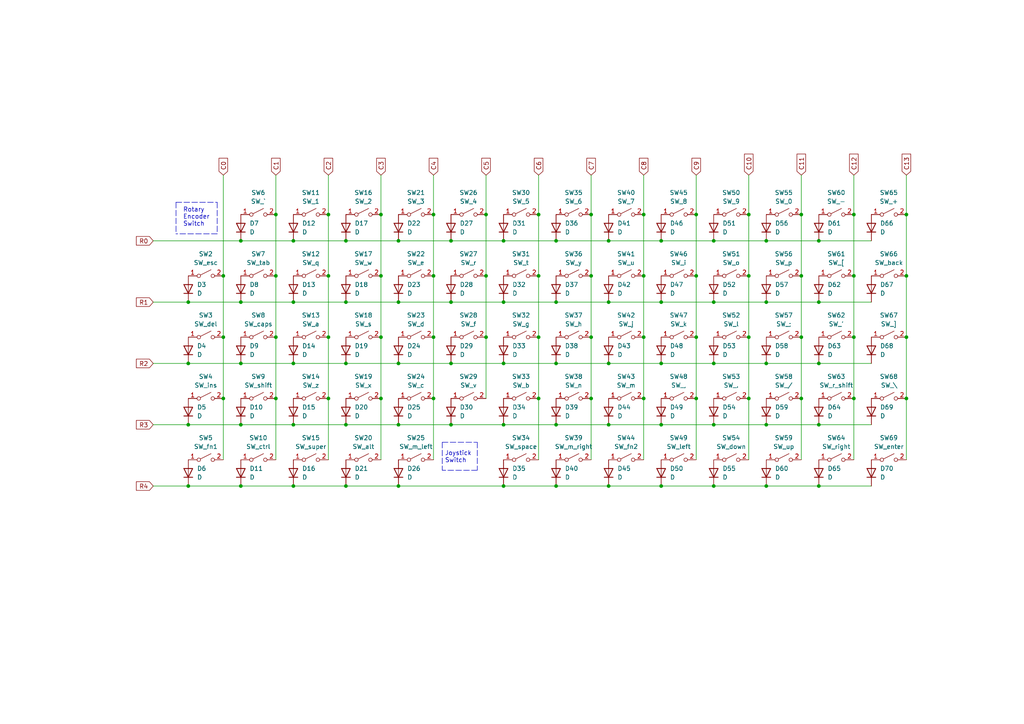
<source format=kicad_sch>
(kicad_sch (version 20211123) (generator eeschema)

  (uuid 8b37ab34-8382-4eaa-a99d-532bbd077377)

  (paper "A4")

  (title_block
    (title "Switch Matrix")
    (comment 1 "CC BY-SA 2.0")
  )

  (lib_symbols
    (symbol "Device:D" (pin_numbers hide) (pin_names (offset 1.016) hide) (in_bom yes) (on_board yes)
      (property "Reference" "D" (id 0) (at 0 2.54 0)
        (effects (font (size 1.27 1.27)))
      )
      (property "Value" "D" (id 1) (at 0 -2.54 0)
        (effects (font (size 1.27 1.27)))
      )
      (property "Footprint" "" (id 2) (at 0 0 0)
        (effects (font (size 1.27 1.27)) hide)
      )
      (property "Datasheet" "~" (id 3) (at 0 0 0)
        (effects (font (size 1.27 1.27)) hide)
      )
      (property "ki_keywords" "diode" (id 4) (at 0 0 0)
        (effects (font (size 1.27 1.27)) hide)
      )
      (property "ki_description" "Diode" (id 5) (at 0 0 0)
        (effects (font (size 1.27 1.27)) hide)
      )
      (property "ki_fp_filters" "TO-???* *_Diode_* *SingleDiode* D_*" (id 6) (at 0 0 0)
        (effects (font (size 1.27 1.27)) hide)
      )
      (symbol "D_0_1"
        (polyline
          (pts
            (xy -1.27 1.27)
            (xy -1.27 -1.27)
          )
          (stroke (width 0.254) (type default) (color 0 0 0 0))
          (fill (type none))
        )
        (polyline
          (pts
            (xy 1.27 0)
            (xy -1.27 0)
          )
          (stroke (width 0) (type default) (color 0 0 0 0))
          (fill (type none))
        )
        (polyline
          (pts
            (xy 1.27 1.27)
            (xy 1.27 -1.27)
            (xy -1.27 0)
            (xy 1.27 1.27)
          )
          (stroke (width 0.254) (type default) (color 0 0 0 0))
          (fill (type none))
        )
      )
      (symbol "D_1_1"
        (pin passive line (at -3.81 0 0) (length 2.54)
          (name "K" (effects (font (size 1.27 1.27))))
          (number "1" (effects (font (size 1.27 1.27))))
        )
        (pin passive line (at 3.81 0 180) (length 2.54)
          (name "A" (effects (font (size 1.27 1.27))))
          (number "2" (effects (font (size 1.27 1.27))))
        )
      )
    )
    (symbol "Switch:SW_SPST" (pin_names (offset 0) hide) (in_bom yes) (on_board yes)
      (property "Reference" "SW" (id 0) (at 0 3.175 0)
        (effects (font (size 1.27 1.27)))
      )
      (property "Value" "SW_SPST" (id 1) (at 0 -2.54 0)
        (effects (font (size 1.27 1.27)))
      )
      (property "Footprint" "" (id 2) (at 0 0 0)
        (effects (font (size 1.27 1.27)) hide)
      )
      (property "Datasheet" "~" (id 3) (at 0 0 0)
        (effects (font (size 1.27 1.27)) hide)
      )
      (property "ki_keywords" "switch lever" (id 4) (at 0 0 0)
        (effects (font (size 1.27 1.27)) hide)
      )
      (property "ki_description" "Single Pole Single Throw (SPST) switch" (id 5) (at 0 0 0)
        (effects (font (size 1.27 1.27)) hide)
      )
      (symbol "SW_SPST_0_0"
        (circle (center -2.032 0) (radius 0.508)
          (stroke (width 0) (type default) (color 0 0 0 0))
          (fill (type none))
        )
        (polyline
          (pts
            (xy -1.524 0.254)
            (xy 1.524 1.778)
          )
          (stroke (width 0) (type default) (color 0 0 0 0))
          (fill (type none))
        )
        (circle (center 2.032 0) (radius 0.508)
          (stroke (width 0) (type default) (color 0 0 0 0))
          (fill (type none))
        )
      )
      (symbol "SW_SPST_1_1"
        (pin passive line (at -5.08 0 0) (length 2.54)
          (name "A" (effects (font (size 1.27 1.27))))
          (number "1" (effects (font (size 1.27 1.27))))
        )
        (pin passive line (at 5.08 0 180) (length 2.54)
          (name "B" (effects (font (size 1.27 1.27))))
          (number "2" (effects (font (size 1.27 1.27))))
        )
      )
    )
  )

  (junction (at 54.61 123.19) (diameter 0) (color 0 0 0 0)
    (uuid 036c8e21-ee9c-4b9e-b372-c84183ddea4d)
  )
  (junction (at 85.09 69.85) (diameter 0) (color 0 0 0 0)
    (uuid 0406f1ed-28e2-4e86-83bd-255232013892)
  )
  (junction (at 156.21 80.01) (diameter 0) (color 0 0 0 0)
    (uuid 05307ee9-a045-48d5-ac93-c920c2b87eb6)
  )
  (junction (at 115.57 69.85) (diameter 0) (color 0 0 0 0)
    (uuid 0680e8da-c23a-46ca-a999-9943dc7b941d)
  )
  (junction (at 207.01 140.97) (diameter 0) (color 0 0 0 0)
    (uuid 06a271a0-9318-410d-99be-efd66d29b085)
  )
  (junction (at 232.41 97.79) (diameter 0) (color 0 0 0 0)
    (uuid 06d60d96-5c5b-43d5-8485-fff136872aae)
  )
  (junction (at 156.21 115.57) (diameter 0) (color 0 0 0 0)
    (uuid 0baeb097-ee8f-4a54-b25d-0447bda55b85)
  )
  (junction (at 100.33 69.85) (diameter 0) (color 0 0 0 0)
    (uuid 0bc98302-4518-41a9-a0a8-f34313df6130)
  )
  (junction (at 140.97 80.01) (diameter 0) (color 0 0 0 0)
    (uuid 10dcf94a-76a0-40ac-808e-35fd87c2ee72)
  )
  (junction (at 201.93 115.57) (diameter 0) (color 0 0 0 0)
    (uuid 1191dd54-83a2-4dab-baa0-90196723907d)
  )
  (junction (at 191.77 105.41) (diameter 0) (color 0 0 0 0)
    (uuid 19a6ee5d-773f-45f2-85df-c56387b32d16)
  )
  (junction (at 95.25 97.79) (diameter 0) (color 0 0 0 0)
    (uuid 1a2f8d3d-e05e-41f5-aad4-ca6feae659db)
  )
  (junction (at 207.01 105.41) (diameter 0) (color 0 0 0 0)
    (uuid 1ad513f1-32ed-4e9c-a6e3-73abf4722e9c)
  )
  (junction (at 247.65 80.01) (diameter 0) (color 0 0 0 0)
    (uuid 1d03ceee-87d1-4b0d-92c2-f88cc9ffdaae)
  )
  (junction (at 125.73 80.01) (diameter 0) (color 0 0 0 0)
    (uuid 1f07b6f7-61e0-44c5-b7d4-51433adaecc3)
  )
  (junction (at 161.29 140.97) (diameter 0) (color 0 0 0 0)
    (uuid 207f4355-d259-4213-a5bb-19416b97d7b4)
  )
  (junction (at 69.85 105.41) (diameter 0) (color 0 0 0 0)
    (uuid 21628209-11b7-4c71-9e06-c7a45d98cc10)
  )
  (junction (at 207.01 69.85) (diameter 0) (color 0 0 0 0)
    (uuid 21f2bdcf-3915-43a4-b107-a8271b15d14a)
  )
  (junction (at 100.33 87.63) (diameter 0) (color 0 0 0 0)
    (uuid 22f62187-3dda-49ab-8ae7-ec167c1ee461)
  )
  (junction (at 247.65 115.57) (diameter 0) (color 0 0 0 0)
    (uuid 246e28db-2479-43f6-8bbd-f1132650b7c7)
  )
  (junction (at 85.09 105.41) (diameter 0) (color 0 0 0 0)
    (uuid 248fc9d5-1f4d-45a2-84e7-0a7cfb203354)
  )
  (junction (at 262.89 97.79) (diameter 0) (color 0 0 0 0)
    (uuid 27cfa3bf-d3f8-49ca-aac7-e16136af1c14)
  )
  (junction (at 171.45 115.57) (diameter 0) (color 0 0 0 0)
    (uuid 286f8317-d74e-43fb-ba8a-5a725a6dc481)
  )
  (junction (at 146.05 87.63) (diameter 0) (color 0 0 0 0)
    (uuid 29472f45-934e-4ec4-a12e-47c049778228)
  )
  (junction (at 54.61 140.97) (diameter 0) (color 0 0 0 0)
    (uuid 2adcd775-566d-40b4-b717-cbe8b1500457)
  )
  (junction (at 207.01 87.63) (diameter 0) (color 0 0 0 0)
    (uuid 2e2ae6ff-ef8c-48ae-a4f9-7644b7aefa1c)
  )
  (junction (at 186.69 97.79) (diameter 0) (color 0 0 0 0)
    (uuid 2f758f21-0f9d-4c7c-8d7c-cb5c114f83b7)
  )
  (junction (at 130.81 87.63) (diameter 0) (color 0 0 0 0)
    (uuid 37aec5a8-aeae-46a6-a639-3e917325133b)
  )
  (junction (at 130.81 105.41) (diameter 0) (color 0 0 0 0)
    (uuid 3c914920-ece2-4ee8-8d5e-3fb02124b2df)
  )
  (junction (at 95.25 80.01) (diameter 0) (color 0 0 0 0)
    (uuid 3cd2c570-10bc-45d7-913e-5fd164481021)
  )
  (junction (at 201.93 62.23) (diameter 0) (color 0 0 0 0)
    (uuid 3d50519d-ea57-4558-bf1b-db21bd0cd4dd)
  )
  (junction (at 85.09 87.63) (diameter 0) (color 0 0 0 0)
    (uuid 43999e47-7978-444a-b582-ca70b44989e4)
  )
  (junction (at 140.97 97.79) (diameter 0) (color 0 0 0 0)
    (uuid 44e039c3-384d-47bc-b8c4-59b331ba535c)
  )
  (junction (at 110.49 97.79) (diameter 0) (color 0 0 0 0)
    (uuid 49677c90-16ca-42e2-9362-a74c6c33cf7c)
  )
  (junction (at 146.05 69.85) (diameter 0) (color 0 0 0 0)
    (uuid 49a91e7b-22f2-42af-9c5d-1403368974c5)
  )
  (junction (at 95.25 62.23) (diameter 0) (color 0 0 0 0)
    (uuid 4b9ea656-e9ae-4e6d-b6f1-7ed553076faf)
  )
  (junction (at 237.49 140.97) (diameter 0) (color 0 0 0 0)
    (uuid 4cc66d86-46e9-4699-9043-0405a303feaa)
  )
  (junction (at 191.77 87.63) (diameter 0) (color 0 0 0 0)
    (uuid 4d846a9e-8cfd-4b1b-ae2b-86823406bd4a)
  )
  (junction (at 171.45 80.01) (diameter 0) (color 0 0 0 0)
    (uuid 51becae7-3df9-4d09-b34a-dd4ac9ebf61c)
  )
  (junction (at 186.69 80.01) (diameter 0) (color 0 0 0 0)
    (uuid 5449347a-27f3-47f7-90e1-a3f17aae1a49)
  )
  (junction (at 191.77 69.85) (diameter 0) (color 0 0 0 0)
    (uuid 555e2a6d-5637-4b43-a9c3-a30e22881a60)
  )
  (junction (at 80.01 80.01) (diameter 0) (color 0 0 0 0)
    (uuid 56f7bf10-afd4-4cb1-9d34-2c431b62f65b)
  )
  (junction (at 232.41 62.23) (diameter 0) (color 0 0 0 0)
    (uuid 574b4530-3864-49ab-8207-c32a1ac46e97)
  )
  (junction (at 110.49 80.01) (diameter 0) (color 0 0 0 0)
    (uuid 582e27c6-1c24-4e47-af5a-bc607b9100e4)
  )
  (junction (at 201.93 80.01) (diameter 0) (color 0 0 0 0)
    (uuid 59ab1002-2188-4174-b0c8-f1e8b0f24997)
  )
  (junction (at 64.77 97.79) (diameter 0) (color 0 0 0 0)
    (uuid 5b275f49-efc6-488a-9200-937ca98b6896)
  )
  (junction (at 262.89 115.57) (diameter 0) (color 0 0 0 0)
    (uuid 5e8fa49e-f3fa-4123-8199-211d6f4b749c)
  )
  (junction (at 176.53 69.85) (diameter 0) (color 0 0 0 0)
    (uuid 5f3d27e8-baa9-4c1e-8a0f-4470000aa8a9)
  )
  (junction (at 201.93 97.79) (diameter 0) (color 0 0 0 0)
    (uuid 6161e25d-0db8-4c0d-9a8f-4622705accf2)
  )
  (junction (at 237.49 87.63) (diameter 0) (color 0 0 0 0)
    (uuid 64e674a5-a4c6-4da9-a4c5-b6b34e7a4b2c)
  )
  (junction (at 80.01 97.79) (diameter 0) (color 0 0 0 0)
    (uuid 6c8dec9c-6082-4b30-bbca-bd686ebc6c3f)
  )
  (junction (at 176.53 140.97) (diameter 0) (color 0 0 0 0)
    (uuid 6d25d05d-e318-4b15-91f9-6c4974b60269)
  )
  (junction (at 115.57 87.63) (diameter 0) (color 0 0 0 0)
    (uuid 701ffc08-0c48-470a-a6d1-d7cec21de4c4)
  )
  (junction (at 247.65 62.23) (diameter 0) (color 0 0 0 0)
    (uuid 71ad1fe9-ee06-482d-9c26-d23bebb47243)
  )
  (junction (at 262.89 62.23) (diameter 0) (color 0 0 0 0)
    (uuid 72503c12-1c2b-428c-a22b-66551b1b6410)
  )
  (junction (at 237.49 105.41) (diameter 0) (color 0 0 0 0)
    (uuid 7571c392-06e2-4b52-a049-c66b6fecbe0c)
  )
  (junction (at 100.33 123.19) (diameter 0) (color 0 0 0 0)
    (uuid 769ddb36-56ef-49c5-868a-16539bfb4f07)
  )
  (junction (at 171.45 62.23) (diameter 0) (color 0 0 0 0)
    (uuid 76b3a925-fa8e-4064-b00d-f91ac3775af0)
  )
  (junction (at 222.25 69.85) (diameter 0) (color 0 0 0 0)
    (uuid 782b7a92-36af-4aa3-8944-3d7277d88611)
  )
  (junction (at 115.57 123.19) (diameter 0) (color 0 0 0 0)
    (uuid 7a9287df-09ce-4350-9338-23b06374939a)
  )
  (junction (at 64.77 115.57) (diameter 0) (color 0 0 0 0)
    (uuid 7e978282-5b6c-43d5-a4ef-996337b66e4d)
  )
  (junction (at 130.81 69.85) (diameter 0) (color 0 0 0 0)
    (uuid 80660f33-4bfb-4915-a49f-c63cabfba72e)
  )
  (junction (at 161.29 123.19) (diameter 0) (color 0 0 0 0)
    (uuid 83dce5c2-2714-4285-9136-7e55cda8cad6)
  )
  (junction (at 161.29 105.41) (diameter 0) (color 0 0 0 0)
    (uuid 86d66b4b-c746-4572-9a21-88b3cf2f0be3)
  )
  (junction (at 222.25 87.63) (diameter 0) (color 0 0 0 0)
    (uuid 8734cf9b-b63f-4006-8f62-6622d4c5b892)
  )
  (junction (at 217.17 80.01) (diameter 0) (color 0 0 0 0)
    (uuid 8aa64dfd-2319-4d70-9213-5f5c8a448bf7)
  )
  (junction (at 64.77 80.01) (diameter 0) (color 0 0 0 0)
    (uuid 8b9565e2-fee8-4f64-8c40-b29a9ee4712c)
  )
  (junction (at 130.81 123.19) (diameter 0) (color 0 0 0 0)
    (uuid 932bcbfc-9f29-4cb5-8464-c0e29ce03e55)
  )
  (junction (at 69.85 140.97) (diameter 0) (color 0 0 0 0)
    (uuid 960e8fde-a73b-4c51-bbb1-50130c4a8239)
  )
  (junction (at 171.45 97.79) (diameter 0) (color 0 0 0 0)
    (uuid 97636a2b-a7d2-47e5-8ee5-34933d60dc0c)
  )
  (junction (at 100.33 105.41) (diameter 0) (color 0 0 0 0)
    (uuid 9e9720aa-0029-4694-bde9-56511db362dd)
  )
  (junction (at 156.21 62.23) (diameter 0) (color 0 0 0 0)
    (uuid a32f2db7-cf90-4e95-83f2-ba334055d867)
  )
  (junction (at 110.49 62.23) (diameter 0) (color 0 0 0 0)
    (uuid a6d239b7-9697-4af0-9b28-7de4a9f7f257)
  )
  (junction (at 146.05 123.19) (diameter 0) (color 0 0 0 0)
    (uuid a797381b-f3a4-49fc-bcfd-cca37d9bdf27)
  )
  (junction (at 146.05 105.41) (diameter 0) (color 0 0 0 0)
    (uuid ae329d19-e73e-4dff-b56b-7eaca19b1d09)
  )
  (junction (at 115.57 105.41) (diameter 0) (color 0 0 0 0)
    (uuid b4f803b1-8c14-400e-9f3c-76853d1c44bf)
  )
  (junction (at 125.73 97.79) (diameter 0) (color 0 0 0 0)
    (uuid b6bca66b-1ca6-49fc-b771-4b932612a3d9)
  )
  (junction (at 80.01 115.57) (diameter 0) (color 0 0 0 0)
    (uuid b703cc29-8a5f-48a1-a7e5-af2494d4bab5)
  )
  (junction (at 54.61 105.41) (diameter 0) (color 0 0 0 0)
    (uuid b7e198fe-9b29-4d62-91cc-423ab690dbcd)
  )
  (junction (at 125.73 115.57) (diameter 0) (color 0 0 0 0)
    (uuid bc7daaf2-f239-4c4d-8ae6-4f7f09451dc7)
  )
  (junction (at 85.09 140.97) (diameter 0) (color 0 0 0 0)
    (uuid bf31d0fc-038e-459d-9b3a-23c48764e4b7)
  )
  (junction (at 95.25 115.57) (diameter 0) (color 0 0 0 0)
    (uuid c01a8106-080c-4ed4-9654-84cb4af9a686)
  )
  (junction (at 85.09 123.19) (diameter 0) (color 0 0 0 0)
    (uuid c0febbc4-de1c-4553-ac78-d023b8b9c045)
  )
  (junction (at 217.17 62.23) (diameter 0) (color 0 0 0 0)
    (uuid c2251d05-8ccc-40ae-a7f8-0b9a1bad074b)
  )
  (junction (at 232.41 115.57) (diameter 0) (color 0 0 0 0)
    (uuid c22f9ea8-bbb6-4553-b471-dc9ccbf1ea73)
  )
  (junction (at 191.77 140.97) (diameter 0) (color 0 0 0 0)
    (uuid c27cff4c-3196-4c36-881e-9a5e5bdc72bc)
  )
  (junction (at 237.49 69.85) (diameter 0) (color 0 0 0 0)
    (uuid c2c3b93c-559b-46a9-999f-e6a4ae15b2c5)
  )
  (junction (at 186.69 115.57) (diameter 0) (color 0 0 0 0)
    (uuid c685081d-f6a1-465c-aaf4-48c56187505c)
  )
  (junction (at 140.97 62.23) (diameter 0) (color 0 0 0 0)
    (uuid c81b8a0e-990e-42f7-852a-07c190219a4e)
  )
  (junction (at 54.61 87.63) (diameter 0) (color 0 0 0 0)
    (uuid c880c6b6-23f6-49b2-9cf3-23e59e1b0882)
  )
  (junction (at 156.21 97.79) (diameter 0) (color 0 0 0 0)
    (uuid ce5e5709-14a3-4357-8ecc-4ff931f91e23)
  )
  (junction (at 217.17 97.79) (diameter 0) (color 0 0 0 0)
    (uuid ceaa6026-9b5d-4303-94d3-b12bb73c1fdd)
  )
  (junction (at 191.77 123.19) (diameter 0) (color 0 0 0 0)
    (uuid ced10686-1590-4514-9f7c-9ecf2113d68b)
  )
  (junction (at 161.29 87.63) (diameter 0) (color 0 0 0 0)
    (uuid cf8d4cb0-8e5c-475d-840e-f6ac1d882b33)
  )
  (junction (at 161.29 69.85) (diameter 0) (color 0 0 0 0)
    (uuid cf8e3861-05ab-4a6f-9053-3bbd1703d3b4)
  )
  (junction (at 176.53 105.41) (diameter 0) (color 0 0 0 0)
    (uuid d1552e5d-8d95-413d-8f78-16d16175392e)
  )
  (junction (at 222.25 123.19) (diameter 0) (color 0 0 0 0)
    (uuid d2e80c08-4af7-41d5-aa27-148c242f6496)
  )
  (junction (at 222.25 105.41) (diameter 0) (color 0 0 0 0)
    (uuid d3dc0079-2d15-4adb-b98f-179745d64497)
  )
  (junction (at 217.17 115.57) (diameter 0) (color 0 0 0 0)
    (uuid d85ef771-d5e2-4b0b-9c44-21e46e893d67)
  )
  (junction (at 69.85 69.85) (diameter 0) (color 0 0 0 0)
    (uuid d9af91eb-de26-4a44-a08e-08251d9451fa)
  )
  (junction (at 100.33 140.97) (diameter 0) (color 0 0 0 0)
    (uuid da3bea46-c9e2-4a2d-bb00-b1f7b6327551)
  )
  (junction (at 125.73 62.23) (diameter 0) (color 0 0 0 0)
    (uuid da4aeb96-760f-4ca2-80b5-d193b35ecef8)
  )
  (junction (at 146.05 140.97) (diameter 0) (color 0 0 0 0)
    (uuid dd2fece6-2b4c-45c7-9508-e16156c134bf)
  )
  (junction (at 176.53 87.63) (diameter 0) (color 0 0 0 0)
    (uuid e1ef17c1-8d80-487f-bd07-5de97934edd3)
  )
  (junction (at 262.89 80.01) (diameter 0) (color 0 0 0 0)
    (uuid e3380ad8-b184-4530-9699-661884a0308f)
  )
  (junction (at 176.53 123.19) (diameter 0) (color 0 0 0 0)
    (uuid e41faa67-5a42-4c7b-b7db-f8fe0218b12a)
  )
  (junction (at 69.85 87.63) (diameter 0) (color 0 0 0 0)
    (uuid e7787b0b-4675-44cc-8347-d7f8298567c7)
  )
  (junction (at 232.41 80.01) (diameter 0) (color 0 0 0 0)
    (uuid e7a88c7b-9538-4da1-be9d-f4579824ffbf)
  )
  (junction (at 69.85 123.19) (diameter 0) (color 0 0 0 0)
    (uuid eb152f95-7b76-429b-8c5c-0d86247aedff)
  )
  (junction (at 207.01 123.19) (diameter 0) (color 0 0 0 0)
    (uuid ebd61afe-6bf5-45d8-a8bc-3507ba56d96f)
  )
  (junction (at 247.65 97.79) (diameter 0) (color 0 0 0 0)
    (uuid ebe56623-43f1-4405-859f-5f3c9a84ff34)
  )
  (junction (at 115.57 140.97) (diameter 0) (color 0 0 0 0)
    (uuid ed501026-fb8c-4712-b563-c9f0861c53ee)
  )
  (junction (at 110.49 115.57) (diameter 0) (color 0 0 0 0)
    (uuid ee71c737-7755-4a4e-a40f-6d32733f9ceb)
  )
  (junction (at 237.49 123.19) (diameter 0) (color 0 0 0 0)
    (uuid fab4ce45-aa53-498b-abae-2ec0ce2ff5b6)
  )
  (junction (at 222.25 140.97) (diameter 0) (color 0 0 0 0)
    (uuid fcb9c130-481f-4f46-8e68-8730ee5c7b60)
  )
  (junction (at 80.01 62.23) (diameter 0) (color 0 0 0 0)
    (uuid fe1cf8b7-1c82-446b-9b84-20cab0f23dfa)
  )
  (junction (at 186.69 62.23) (diameter 0) (color 0 0 0 0)
    (uuid fe92ad1c-766b-4a84-ad4a-a79af9cdbbee)
  )

  (wire (pts (xy 161.29 69.85) (xy 176.53 69.85))
    (stroke (width 0) (type default) (color 0 0 0 0))
    (uuid 00fc84cc-157d-4eff-aea6-b0cc8eaeb8a2)
  )
  (wire (pts (xy 146.05 123.19) (xy 161.29 123.19))
    (stroke (width 0) (type default) (color 0 0 0 0))
    (uuid 02e545e0-bfaf-4708-8e4b-b90aa32dab92)
  )
  (wire (pts (xy 44.45 105.41) (xy 54.61 105.41))
    (stroke (width 0) (type default) (color 0 0 0 0))
    (uuid 03bbf90c-a0a5-4733-9dbe-5b6713c6877c)
  )
  (wire (pts (xy 201.93 97.79) (xy 201.93 115.57))
    (stroke (width 0) (type default) (color 0 0 0 0))
    (uuid 05d9ae6a-3398-4acf-bbfd-cd8106e0ced6)
  )
  (wire (pts (xy 69.85 105.41) (xy 85.09 105.41))
    (stroke (width 0) (type default) (color 0 0 0 0))
    (uuid 060c8a45-2b24-44ed-bc96-0ffeda702a4b)
  )
  (wire (pts (xy 44.45 87.63) (xy 54.61 87.63))
    (stroke (width 0) (type default) (color 0 0 0 0))
    (uuid 0ac99149-c8d9-446d-8f9b-4430dd2f0916)
  )
  (wire (pts (xy 115.57 140.97) (xy 146.05 140.97))
    (stroke (width 0) (type default) (color 0 0 0 0))
    (uuid 0bd558e3-a64a-4e22-adf6-e25fbb4326a8)
  )
  (wire (pts (xy 176.53 87.63) (xy 191.77 87.63))
    (stroke (width 0) (type default) (color 0 0 0 0))
    (uuid 0f16a380-1afa-4189-8bda-c363f8adc9fe)
  )
  (wire (pts (xy 64.77 115.57) (xy 64.77 133.35))
    (stroke (width 0) (type default) (color 0 0 0 0))
    (uuid 104dc72b-e025-4e08-b93d-4a2964f94684)
  )
  (wire (pts (xy 100.33 105.41) (xy 115.57 105.41))
    (stroke (width 0) (type default) (color 0 0 0 0))
    (uuid 107af856-5573-4ffe-96d1-33a959849f86)
  )
  (wire (pts (xy 222.25 105.41) (xy 237.49 105.41))
    (stroke (width 0) (type default) (color 0 0 0 0))
    (uuid 10a353fe-b6df-45ab-a9c8-0607c4ee04f9)
  )
  (wire (pts (xy 191.77 140.97) (xy 207.01 140.97))
    (stroke (width 0) (type default) (color 0 0 0 0))
    (uuid 1155447c-48b1-4ed4-8382-2d4453deeb6d)
  )
  (wire (pts (xy 85.09 140.97) (xy 100.33 140.97))
    (stroke (width 0) (type default) (color 0 0 0 0))
    (uuid 1786fd55-50b9-482e-bf68-91457bc2bbc9)
  )
  (wire (pts (xy 237.49 87.63) (xy 252.73 87.63))
    (stroke (width 0) (type default) (color 0 0 0 0))
    (uuid 19a0ef52-d481-4fa6-9266-105217d9ee8f)
  )
  (wire (pts (xy 95.25 115.57) (xy 95.25 133.35))
    (stroke (width 0) (type default) (color 0 0 0 0))
    (uuid 1a729f34-28cf-4eb0-a6dc-a3188855cdae)
  )
  (wire (pts (xy 232.41 80.01) (xy 232.41 97.79))
    (stroke (width 0) (type default) (color 0 0 0 0))
    (uuid 1c976dde-18c5-41e6-832b-ee94fda176ea)
  )
  (wire (pts (xy 130.81 87.63) (xy 146.05 87.63))
    (stroke (width 0) (type default) (color 0 0 0 0))
    (uuid 21869327-2862-487f-ab1d-5780cc0b9e60)
  )
  (wire (pts (xy 176.53 140.97) (xy 191.77 140.97))
    (stroke (width 0) (type default) (color 0 0 0 0))
    (uuid 226c7501-7a51-40ed-9ea1-f92db1bd08bb)
  )
  (wire (pts (xy 130.81 123.19) (xy 146.05 123.19))
    (stroke (width 0) (type default) (color 0 0 0 0))
    (uuid 236e5496-c6db-493b-9a7c-f1695754d9ed)
  )
  (wire (pts (xy 146.05 87.63) (xy 161.29 87.63))
    (stroke (width 0) (type default) (color 0 0 0 0))
    (uuid 25f7c00f-47fb-49a4-b4e0-cff8222d2d90)
  )
  (polyline (pts (xy 138.43 128.27) (xy 138.43 136.398))
    (stroke (width 0) (type default) (color 0 0 0 0))
    (uuid 2688baff-a520-4e53-b3d0-6fefbbe5ea51)
  )

  (wire (pts (xy 186.69 50.8) (xy 186.69 62.23))
    (stroke (width 0) (type default) (color 0 0 0 0))
    (uuid 27bc228b-fdc0-4463-a4dd-ca0bb4bb48c6)
  )
  (wire (pts (xy 54.61 123.19) (xy 69.85 123.19))
    (stroke (width 0) (type default) (color 0 0 0 0))
    (uuid 2a5be309-4b7c-4d05-bdbe-cebc274f1ae3)
  )
  (wire (pts (xy 201.93 50.8) (xy 201.93 62.23))
    (stroke (width 0) (type default) (color 0 0 0 0))
    (uuid 2ac43555-3779-46cf-ae9e-0c673d22e9b7)
  )
  (wire (pts (xy 237.49 140.97) (xy 252.73 140.97))
    (stroke (width 0) (type default) (color 0 0 0 0))
    (uuid 2b8b93a1-be26-41ca-8b84-5469810dd995)
  )
  (wire (pts (xy 54.61 105.41) (xy 69.85 105.41))
    (stroke (width 0) (type default) (color 0 0 0 0))
    (uuid 2ba23771-3e18-4123-8800-da41f9ceda33)
  )
  (wire (pts (xy 176.53 105.41) (xy 191.77 105.41))
    (stroke (width 0) (type default) (color 0 0 0 0))
    (uuid 2bebf5b4-da1c-41fd-bd66-0dfbd8f23ded)
  )
  (wire (pts (xy 69.85 69.85) (xy 85.09 69.85))
    (stroke (width 0) (type default) (color 0 0 0 0))
    (uuid 2c56d41f-6f1d-4201-9764-4da00751d736)
  )
  (wire (pts (xy 191.77 105.41) (xy 207.01 105.41))
    (stroke (width 0) (type default) (color 0 0 0 0))
    (uuid 2dafb272-6b59-4723-b1d5-7ce2822d5ccf)
  )
  (polyline (pts (xy 62.992 67.818) (xy 51.054 67.818))
    (stroke (width 0) (type default) (color 0 0 0 0))
    (uuid 2e7b7d11-ecd8-420a-b1f1-146e1398d933)
  )

  (wire (pts (xy 217.17 115.57) (xy 217.17 133.35))
    (stroke (width 0) (type default) (color 0 0 0 0))
    (uuid 2f17763e-5d08-40d2-ad61-6f629fb6d016)
  )
  (wire (pts (xy 125.73 62.23) (xy 125.73 80.01))
    (stroke (width 0) (type default) (color 0 0 0 0))
    (uuid 2f289fa4-d11a-43b8-8693-0f3ff67e6bd1)
  )
  (wire (pts (xy 232.41 97.79) (xy 232.41 115.57))
    (stroke (width 0) (type default) (color 0 0 0 0))
    (uuid 30483704-c09b-46ff-8801-b8ea93ee7e94)
  )
  (wire (pts (xy 191.77 87.63) (xy 207.01 87.63))
    (stroke (width 0) (type default) (color 0 0 0 0))
    (uuid 327af29d-779f-4124-818a-91c041be77ed)
  )
  (wire (pts (xy 262.89 62.23) (xy 262.89 80.01))
    (stroke (width 0) (type default) (color 0 0 0 0))
    (uuid 32e2958f-147d-47ad-bc24-28def8c61734)
  )
  (wire (pts (xy 247.65 97.79) (xy 247.65 115.57))
    (stroke (width 0) (type default) (color 0 0 0 0))
    (uuid 38e7d0c1-f653-4fe0-889a-ab3f633f6154)
  )
  (wire (pts (xy 100.33 69.85) (xy 115.57 69.85))
    (stroke (width 0) (type default) (color 0 0 0 0))
    (uuid 3a2c5a45-852c-4292-b7b1-3c27036f3666)
  )
  (wire (pts (xy 247.65 62.23) (xy 247.65 80.01))
    (stroke (width 0) (type default) (color 0 0 0 0))
    (uuid 3ce1e81e-c8b4-4ebc-ae78-b0c618925606)
  )
  (wire (pts (xy 125.73 97.79) (xy 125.73 115.57))
    (stroke (width 0) (type default) (color 0 0 0 0))
    (uuid 3e3d26c9-179d-4d1c-bb31-3514fff5d3b0)
  )
  (wire (pts (xy 186.69 62.23) (xy 186.69 80.01))
    (stroke (width 0) (type default) (color 0 0 0 0))
    (uuid 4018dc75-2b82-4a75-80ce-c0052870e45a)
  )
  (wire (pts (xy 115.57 69.85) (xy 130.81 69.85))
    (stroke (width 0) (type default) (color 0 0 0 0))
    (uuid 470d41e5-2739-4bb5-b21c-1ffdfbfac826)
  )
  (wire (pts (xy 237.49 123.19) (xy 252.73 123.19))
    (stroke (width 0) (type default) (color 0 0 0 0))
    (uuid 479fb1a7-86e5-4a8e-bb74-893cbaf4312d)
  )
  (wire (pts (xy 130.81 105.41) (xy 146.05 105.41))
    (stroke (width 0) (type default) (color 0 0 0 0))
    (uuid 48bd2061-d840-46c4-a019-0c7ee7f37544)
  )
  (wire (pts (xy 156.21 50.8) (xy 156.21 62.23))
    (stroke (width 0) (type default) (color 0 0 0 0))
    (uuid 4cf81f87-e033-4351-8508-84c8511b8a47)
  )
  (wire (pts (xy 171.45 62.23) (xy 171.45 80.01))
    (stroke (width 0) (type default) (color 0 0 0 0))
    (uuid 50186b26-30e0-40b5-a0f9-f3de998c118f)
  )
  (wire (pts (xy 222.25 123.19) (xy 237.49 123.19))
    (stroke (width 0) (type default) (color 0 0 0 0))
    (uuid 51187dda-ad32-46e0-b0f5-d58cb9809109)
  )
  (wire (pts (xy 161.29 105.41) (xy 176.53 105.41))
    (stroke (width 0) (type default) (color 0 0 0 0))
    (uuid 51cfd0b2-f2b3-475c-8a38-693c0895f752)
  )
  (wire (pts (xy 201.93 80.01) (xy 201.93 97.79))
    (stroke (width 0) (type default) (color 0 0 0 0))
    (uuid 535995b7-4948-4292-8b98-768d2b19c332)
  )
  (wire (pts (xy 85.09 123.19) (xy 100.33 123.19))
    (stroke (width 0) (type default) (color 0 0 0 0))
    (uuid 557d0bd6-a978-44db-b21d-8df8fdea3195)
  )
  (wire (pts (xy 232.41 62.23) (xy 232.41 80.01))
    (stroke (width 0) (type default) (color 0 0 0 0))
    (uuid 57bd820f-ef0d-4c2d-a74a-bd0f569c69c2)
  )
  (wire (pts (xy 262.89 97.79) (xy 262.89 115.57))
    (stroke (width 0) (type default) (color 0 0 0 0))
    (uuid 57e84e8f-790f-4eb0-9d67-d88bf21447f7)
  )
  (wire (pts (xy 207.01 140.97) (xy 222.25 140.97))
    (stroke (width 0) (type default) (color 0 0 0 0))
    (uuid 5cb138a9-446d-4ab0-a415-2fe176c05f84)
  )
  (wire (pts (xy 232.41 115.57) (xy 232.41 133.35))
    (stroke (width 0) (type default) (color 0 0 0 0))
    (uuid 5cbf5edc-3058-4ea3-a566-346a9c55c464)
  )
  (wire (pts (xy 262.89 115.57) (xy 262.89 133.35))
    (stroke (width 0) (type default) (color 0 0 0 0))
    (uuid 5df8b27b-acce-4b51-8520-0df16b4b2d48)
  )
  (wire (pts (xy 156.21 80.01) (xy 156.21 97.79))
    (stroke (width 0) (type default) (color 0 0 0 0))
    (uuid 5f9ad6be-c624-40be-a20d-88ee71880ab6)
  )
  (wire (pts (xy 125.73 80.01) (xy 125.73 97.79))
    (stroke (width 0) (type default) (color 0 0 0 0))
    (uuid 6271387f-927a-428f-9687-637fc04e2b34)
  )
  (wire (pts (xy 110.49 50.8) (xy 110.49 62.23))
    (stroke (width 0) (type default) (color 0 0 0 0))
    (uuid 63330c67-725a-488e-a428-72a458774e84)
  )
  (wire (pts (xy 171.45 97.79) (xy 171.45 115.57))
    (stroke (width 0) (type default) (color 0 0 0 0))
    (uuid 6465f307-356b-4b1e-879f-964298976bc5)
  )
  (wire (pts (xy 186.69 97.79) (xy 186.69 115.57))
    (stroke (width 0) (type default) (color 0 0 0 0))
    (uuid 6537a5b1-5c6e-47e7-9507-65820aef1884)
  )
  (wire (pts (xy 201.93 115.57) (xy 201.93 133.35))
    (stroke (width 0) (type default) (color 0 0 0 0))
    (uuid 6752beba-8e22-45c8-9f32-84380a94337d)
  )
  (wire (pts (xy 247.65 115.57) (xy 247.65 133.35))
    (stroke (width 0) (type default) (color 0 0 0 0))
    (uuid 680c3566-4c1e-4fd5-8282-536b3206a18a)
  )
  (wire (pts (xy 54.61 140.97) (xy 69.85 140.97))
    (stroke (width 0) (type default) (color 0 0 0 0))
    (uuid 685b273c-89d9-420f-9cc8-a4a1641c138a)
  )
  (wire (pts (xy 140.97 62.23) (xy 140.97 80.01))
    (stroke (width 0) (type default) (color 0 0 0 0))
    (uuid 688c4d75-fabe-424f-a943-3051d592b8bf)
  )
  (wire (pts (xy 171.45 115.57) (xy 171.45 133.35))
    (stroke (width 0) (type default) (color 0 0 0 0))
    (uuid 6ad7c967-8232-443f-9b15-9693452389b3)
  )
  (wire (pts (xy 110.49 62.23) (xy 110.49 80.01))
    (stroke (width 0) (type default) (color 0 0 0 0))
    (uuid 6dce05ff-7e0d-47ef-b3ac-8436e7a307ca)
  )
  (wire (pts (xy 80.01 80.01) (xy 80.01 97.79))
    (stroke (width 0) (type default) (color 0 0 0 0))
    (uuid 6e7fcf62-5a4e-4840-a3b4-4de3ec3c0aa2)
  )
  (polyline (pts (xy 128.27 128.27) (xy 138.43 128.27))
    (stroke (width 0) (type default) (color 0 0 0 0))
    (uuid 70164582-d076-44d6-8f4e-9dbaf1d7e2df)
  )

  (wire (pts (xy 217.17 62.23) (xy 217.17 80.01))
    (stroke (width 0) (type default) (color 0 0 0 0))
    (uuid 7062ae0c-da00-4cbc-9d3c-e8d982810896)
  )
  (polyline (pts (xy 51.054 58.674) (xy 51.054 67.818))
    (stroke (width 0) (type default) (color 0 0 0 0))
    (uuid 72352837-0480-4c1f-9000-1a87c325b982)
  )

  (wire (pts (xy 176.53 123.19) (xy 191.77 123.19))
    (stroke (width 0) (type default) (color 0 0 0 0))
    (uuid 7286e0d5-9095-4daf-a536-c27c56a17eb1)
  )
  (wire (pts (xy 262.89 80.01) (xy 262.89 97.79))
    (stroke (width 0) (type default) (color 0 0 0 0))
    (uuid 73b9ec39-f3a5-4e2d-94ff-c80b638780ed)
  )
  (wire (pts (xy 130.81 69.85) (xy 146.05 69.85))
    (stroke (width 0) (type default) (color 0 0 0 0))
    (uuid 76146c5e-9743-49c8-988d-f9a95ce12a70)
  )
  (wire (pts (xy 207.01 105.41) (xy 222.25 105.41))
    (stroke (width 0) (type default) (color 0 0 0 0))
    (uuid 77fd9bd2-c4f7-490b-8a30-0817f4f3abaa)
  )
  (wire (pts (xy 247.65 80.01) (xy 247.65 97.79))
    (stroke (width 0) (type default) (color 0 0 0 0))
    (uuid 793a1f2a-a4d7-40f9-87dc-806ef7afe34f)
  )
  (wire (pts (xy 217.17 80.01) (xy 217.17 97.79))
    (stroke (width 0) (type default) (color 0 0 0 0))
    (uuid 7a4b6021-0c78-4861-b86a-8171c1ef59d9)
  )
  (wire (pts (xy 207.01 123.19) (xy 222.25 123.19))
    (stroke (width 0) (type default) (color 0 0 0 0))
    (uuid 7ee5b403-49d3-44cb-908e-54380b78d954)
  )
  (wire (pts (xy 85.09 105.41) (xy 100.33 105.41))
    (stroke (width 0) (type default) (color 0 0 0 0))
    (uuid 7ef06481-ba81-432a-8d8c-57b8a9f9e8cf)
  )
  (wire (pts (xy 156.21 97.79) (xy 156.21 115.57))
    (stroke (width 0) (type default) (color 0 0 0 0))
    (uuid 82b5472f-4904-47f2-8352-d9043897ac27)
  )
  (wire (pts (xy 171.45 80.01) (xy 171.45 97.79))
    (stroke (width 0) (type default) (color 0 0 0 0))
    (uuid 839268a0-93b4-48ac-80a4-a61d804bf20d)
  )
  (wire (pts (xy 161.29 140.97) (xy 176.53 140.97))
    (stroke (width 0) (type default) (color 0 0 0 0))
    (uuid 84666b1f-f3c3-47b2-be6e-31da904aec48)
  )
  (wire (pts (xy 222.25 87.63) (xy 237.49 87.63))
    (stroke (width 0) (type default) (color 0 0 0 0))
    (uuid 8a0e246b-d8ee-441b-a4c4-a227f9bc90db)
  )
  (wire (pts (xy 95.25 80.01) (xy 95.25 97.79))
    (stroke (width 0) (type default) (color 0 0 0 0))
    (uuid 8a36b957-a8c4-431e-9f4b-75a99deb05be)
  )
  (wire (pts (xy 161.29 87.63) (xy 176.53 87.63))
    (stroke (width 0) (type default) (color 0 0 0 0))
    (uuid 8ad8266c-ecea-41e3-abde-eba7a44a42d5)
  )
  (wire (pts (xy 80.01 97.79) (xy 80.01 115.57))
    (stroke (width 0) (type default) (color 0 0 0 0))
    (uuid 8ad9fb23-f5f6-41c2-9a5a-9acb321a0c29)
  )
  (wire (pts (xy 85.09 87.63) (xy 100.33 87.63))
    (stroke (width 0) (type default) (color 0 0 0 0))
    (uuid 8b4bcd15-7cc4-44b4-88af-53fb64af7aca)
  )
  (wire (pts (xy 44.45 123.19) (xy 54.61 123.19))
    (stroke (width 0) (type default) (color 0 0 0 0))
    (uuid 8cd3146a-f7c5-4ed3-a492-a4795a025ac3)
  )
  (wire (pts (xy 156.21 62.23) (xy 156.21 80.01))
    (stroke (width 0) (type default) (color 0 0 0 0))
    (uuid 8d1460dd-86bf-410e-bacc-3d3315648bc0)
  )
  (wire (pts (xy 125.73 50.8) (xy 125.73 62.23))
    (stroke (width 0) (type default) (color 0 0 0 0))
    (uuid 8e63b29b-0e51-45a7-9053-a86808b77ee9)
  )
  (wire (pts (xy 191.77 123.19) (xy 207.01 123.19))
    (stroke (width 0) (type default) (color 0 0 0 0))
    (uuid 932c5180-e810-4166-bcac-b662e872e1c4)
  )
  (wire (pts (xy 69.85 140.97) (xy 85.09 140.97))
    (stroke (width 0) (type default) (color 0 0 0 0))
    (uuid 93b97362-7830-41bd-9684-2a95fa3104e5)
  )
  (wire (pts (xy 201.93 62.23) (xy 201.93 80.01))
    (stroke (width 0) (type default) (color 0 0 0 0))
    (uuid 947090c4-9600-4e0e-a490-ee4694e7bb59)
  )
  (wire (pts (xy 64.77 80.01) (xy 64.77 97.79))
    (stroke (width 0) (type default) (color 0 0 0 0))
    (uuid 95e75853-6933-46b4-a611-6f72e38eb93b)
  )
  (wire (pts (xy 146.05 69.85) (xy 161.29 69.85))
    (stroke (width 0) (type default) (color 0 0 0 0))
    (uuid 9e764072-fc55-4506-8a44-f88fa92a6a6a)
  )
  (wire (pts (xy 110.49 97.79) (xy 110.49 115.57))
    (stroke (width 0) (type default) (color 0 0 0 0))
    (uuid a098e865-9d2e-422f-87e1-3a6acc65e288)
  )
  (wire (pts (xy 64.77 97.79) (xy 64.77 115.57))
    (stroke (width 0) (type default) (color 0 0 0 0))
    (uuid a2953c37-d8e3-46b9-82b1-6d51806b9095)
  )
  (wire (pts (xy 262.89 50.8) (xy 262.89 62.23))
    (stroke (width 0) (type default) (color 0 0 0 0))
    (uuid a37cce9b-bc9d-47b2-807c-b8b2d9164b98)
  )
  (wire (pts (xy 115.57 123.19) (xy 130.81 123.19))
    (stroke (width 0) (type default) (color 0 0 0 0))
    (uuid a81a06a2-e718-4869-8fb0-a690abb6ec4f)
  )
  (wire (pts (xy 146.05 140.97) (xy 161.29 140.97))
    (stroke (width 0) (type default) (color 0 0 0 0))
    (uuid a90ecafa-dbc1-4390-8b3f-c5d6b0116cfd)
  )
  (wire (pts (xy 222.25 69.85) (xy 237.49 69.85))
    (stroke (width 0) (type default) (color 0 0 0 0))
    (uuid aa6fc420-3c0c-47f8-b548-03e689bcac15)
  )
  (polyline (pts (xy 128.27 128.27) (xy 128.27 136.398))
    (stroke (width 0) (type default) (color 0 0 0 0))
    (uuid ab49685d-7bac-4f93-8308-7624f96ae87b)
  )
  (polyline (pts (xy 138.43 136.398) (xy 128.27 136.398))
    (stroke (width 0) (type default) (color 0 0 0 0))
    (uuid acb6dbc1-9e76-4297-ad0e-6b0fbdd8c545)
  )

  (wire (pts (xy 247.65 50.8) (xy 247.65 62.23))
    (stroke (width 0) (type default) (color 0 0 0 0))
    (uuid b0899f81-2d18-4008-abcd-63b8000f522e)
  )
  (wire (pts (xy 140.97 80.01) (xy 140.97 97.79))
    (stroke (width 0) (type default) (color 0 0 0 0))
    (uuid b0eeb2ed-b2e5-4724-bac2-89f1185049fe)
  )
  (wire (pts (xy 207.01 87.63) (xy 222.25 87.63))
    (stroke (width 0) (type default) (color 0 0 0 0))
    (uuid b2acb22a-0f2b-49ba-9fca-98e021bf76f1)
  )
  (wire (pts (xy 115.57 105.41) (xy 130.81 105.41))
    (stroke (width 0) (type default) (color 0 0 0 0))
    (uuid b2fa10d7-831f-427e-9fea-e0d0dec3b561)
  )
  (wire (pts (xy 207.01 69.85) (xy 222.25 69.85))
    (stroke (width 0) (type default) (color 0 0 0 0))
    (uuid b3d26789-2744-4a24-b366-bdeec3be5542)
  )
  (wire (pts (xy 237.49 105.41) (xy 252.73 105.41))
    (stroke (width 0) (type default) (color 0 0 0 0))
    (uuid b4fab638-300e-4c44-af0c-0a6753c4545a)
  )
  (wire (pts (xy 69.85 123.19) (xy 85.09 123.19))
    (stroke (width 0) (type default) (color 0 0 0 0))
    (uuid b5606633-1f13-4922-8868-1a5c97f76311)
  )
  (wire (pts (xy 191.77 69.85) (xy 207.01 69.85))
    (stroke (width 0) (type default) (color 0 0 0 0))
    (uuid bbd2168a-2ccc-4c82-8c79-5c73eac32786)
  )
  (wire (pts (xy 140.97 97.79) (xy 140.97 115.57))
    (stroke (width 0) (type default) (color 0 0 0 0))
    (uuid bf4d1a01-7a86-44bd-8af4-772fc7fd062d)
  )
  (polyline (pts (xy 62.992 58.674) (xy 62.992 67.818))
    (stroke (width 0) (type default) (color 0 0 0 0))
    (uuid c1d57ccf-63c3-4e33-8c4e-a784857c89f3)
  )

  (wire (pts (xy 44.45 140.97) (xy 54.61 140.97))
    (stroke (width 0) (type default) (color 0 0 0 0))
    (uuid c40f3f29-0788-42a2-b0a7-70b2b12f8782)
  )
  (wire (pts (xy 80.01 62.23) (xy 80.01 80.01))
    (stroke (width 0) (type default) (color 0 0 0 0))
    (uuid c4149cfe-3eff-46ae-9a04-ceb9656c223b)
  )
  (wire (pts (xy 156.21 115.57) (xy 156.21 133.35))
    (stroke (width 0) (type default) (color 0 0 0 0))
    (uuid c4f4fbfe-56ba-4c4f-ae37-52ec16863e34)
  )
  (wire (pts (xy 186.69 115.57) (xy 186.69 133.35))
    (stroke (width 0) (type default) (color 0 0 0 0))
    (uuid c8ea4b7c-ca5b-49c1-830e-8bf2ff9bbbda)
  )
  (wire (pts (xy 85.09 69.85) (xy 100.33 69.85))
    (stroke (width 0) (type default) (color 0 0 0 0))
    (uuid cd3fa809-7b6d-4a6c-8861-8c0eea1aff1e)
  )
  (wire (pts (xy 161.29 123.19) (xy 176.53 123.19))
    (stroke (width 0) (type default) (color 0 0 0 0))
    (uuid ce62901c-2d19-486a-b1b0-1b29114ad036)
  )
  (wire (pts (xy 217.17 50.8) (xy 217.17 62.23))
    (stroke (width 0) (type default) (color 0 0 0 0))
    (uuid ce864bf5-db77-4ad7-a65d-a47a8109a80c)
  )
  (wire (pts (xy 69.85 87.63) (xy 85.09 87.63))
    (stroke (width 0) (type default) (color 0 0 0 0))
    (uuid d061af18-c604-49b8-9bd4-0f503c396e7e)
  )
  (wire (pts (xy 176.53 69.85) (xy 191.77 69.85))
    (stroke (width 0) (type default) (color 0 0 0 0))
    (uuid d11f4f1a-1a71-4de9-9a40-ed59a8f608d0)
  )
  (wire (pts (xy 237.49 69.85) (xy 252.73 69.85))
    (stroke (width 0) (type default) (color 0 0 0 0))
    (uuid d56a9831-9600-4cfd-8b5b-2a0467cf4193)
  )
  (wire (pts (xy 110.49 115.57) (xy 110.49 133.35))
    (stroke (width 0) (type default) (color 0 0 0 0))
    (uuid d743754a-6cd8-4022-a582-525b74337447)
  )
  (wire (pts (xy 222.25 140.97) (xy 237.49 140.97))
    (stroke (width 0) (type default) (color 0 0 0 0))
    (uuid d8336fa4-8153-470b-9f2c-18396cb5a442)
  )
  (wire (pts (xy 95.25 50.8) (xy 95.25 62.23))
    (stroke (width 0) (type default) (color 0 0 0 0))
    (uuid de9eccff-baec-48ee-bb36-ad1110adcc5a)
  )
  (wire (pts (xy 95.25 62.23) (xy 95.25 80.01))
    (stroke (width 0) (type default) (color 0 0 0 0))
    (uuid dfb11d4a-2ab7-4aa8-8bd0-2dfa5b80bc83)
  )
  (wire (pts (xy 140.97 50.8) (xy 140.97 62.23))
    (stroke (width 0) (type default) (color 0 0 0 0))
    (uuid e07c9cc9-f5b8-49ac-80ed-1affc19a90b4)
  )
  (wire (pts (xy 95.25 97.79) (xy 95.25 115.57))
    (stroke (width 0) (type default) (color 0 0 0 0))
    (uuid e1e10a9f-2548-46db-b9eb-59fb2087d016)
  )
  (wire (pts (xy 110.49 80.01) (xy 110.49 97.79))
    (stroke (width 0) (type default) (color 0 0 0 0))
    (uuid e2cc2d02-a7e8-4b83-b6ae-8a7788ca2c81)
  )
  (wire (pts (xy 217.17 97.79) (xy 217.17 115.57))
    (stroke (width 0) (type default) (color 0 0 0 0))
    (uuid e6ccd897-5e18-488a-ab9d-017feaccd5b9)
  )
  (wire (pts (xy 44.45 69.85) (xy 69.85 69.85))
    (stroke (width 0) (type default) (color 0 0 0 0))
    (uuid e714683b-11dd-4e42-9f67-51a8b3d20591)
  )
  (wire (pts (xy 100.33 123.19) (xy 115.57 123.19))
    (stroke (width 0) (type default) (color 0 0 0 0))
    (uuid e7e4373e-798b-465a-8fee-bd1bd4c21f4c)
  )
  (wire (pts (xy 186.69 80.01) (xy 186.69 97.79))
    (stroke (width 0) (type default) (color 0 0 0 0))
    (uuid e8398496-7877-4f72-8cf7-7cbb35bc9c5a)
  )
  (wire (pts (xy 125.73 115.57) (xy 125.73 133.35))
    (stroke (width 0) (type default) (color 0 0 0 0))
    (uuid e8cba89d-5d7a-4632-b726-c20898349a78)
  )
  (wire (pts (xy 146.05 105.41) (xy 161.29 105.41))
    (stroke (width 0) (type default) (color 0 0 0 0))
    (uuid eba88cc6-2ab1-42b8-9e43-f3e35b7986eb)
  )
  (wire (pts (xy 171.45 50.8) (xy 171.45 62.23))
    (stroke (width 0) (type default) (color 0 0 0 0))
    (uuid ed5776de-08a0-4d71-81fc-a8f904725f81)
  )
  (polyline (pts (xy 51.054 58.674) (xy 62.992 58.674))
    (stroke (width 0) (type default) (color 0 0 0 0))
    (uuid ee396ef8-9c20-4607-9c56-38cfdfc6f3dd)
  )

  (wire (pts (xy 64.77 50.8) (xy 64.77 80.01))
    (stroke (width 0) (type default) (color 0 0 0 0))
    (uuid efcdf8b6-bac8-4dea-a6cd-4700d3e9a8a3)
  )
  (wire (pts (xy 54.61 87.63) (xy 69.85 87.63))
    (stroke (width 0) (type default) (color 0 0 0 0))
    (uuid f0265c1e-d950-45b0-aa0d-63a671fa29df)
  )
  (wire (pts (xy 100.33 140.97) (xy 115.57 140.97))
    (stroke (width 0) (type default) (color 0 0 0 0))
    (uuid f05ee6c1-5d4b-47e7-8fff-5ba1f8f55bbd)
  )
  (wire (pts (xy 80.01 115.57) (xy 80.01 133.35))
    (stroke (width 0) (type default) (color 0 0 0 0))
    (uuid f06c9390-c7ba-420b-8e67-70db4214baad)
  )
  (wire (pts (xy 115.57 87.63) (xy 130.81 87.63))
    (stroke (width 0) (type default) (color 0 0 0 0))
    (uuid f30f43fe-ef42-4b94-a6f6-9c66ca5da93a)
  )
  (wire (pts (xy 232.41 50.8) (xy 232.41 62.23))
    (stroke (width 0) (type default) (color 0 0 0 0))
    (uuid f79d7c9a-e977-4631-9d09-210fa506eb8c)
  )
  (wire (pts (xy 80.01 50.8) (xy 80.01 62.23))
    (stroke (width 0) (type default) (color 0 0 0 0))
    (uuid fa6ab1cc-d274-448e-9d4d-e4f0512452bf)
  )
  (wire (pts (xy 100.33 87.63) (xy 115.57 87.63))
    (stroke (width 0) (type default) (color 0 0 0 0))
    (uuid fead0be8-c256-4b01-8f31-13eb254555fe)
  )

  (text "Rotary\nEncoder\nSwitch" (at 53.086 65.786 0)
    (effects (font (size 1.27 1.27)) (justify left bottom))
    (uuid 681e4d66-a63a-4fd4-9bda-96364c386a11)
  )
  (text "Joystick\nSwitch" (at 129.032 134.366 0)
    (effects (font (size 1.27 1.27)) (justify left bottom))
    (uuid b1f565c2-9e8b-4e83-95b1-623c8991c848)
  )

  (global_label "R1" (shape input) (at 44.45 87.63 180) (fields_autoplaced)
    (effects (font (size 1.27 1.27)) (justify right))
    (uuid 12012456-39de-4f34-9b85-808f92615f92)
    (property "Intersheet References" "${INTERSHEET_REFS}" (id 0) (at 39.5574 87.5506 0)
      (effects (font (size 1.27 1.27)) (justify right) hide)
    )
  )
  (global_label "C4" (shape input) (at 125.73 50.8 90) (fields_autoplaced)
    (effects (font (size 1.27 1.27)) (justify left))
    (uuid 1615f1db-b696-4710-b832-895b085d896f)
    (property "Intersheet References" "${INTERSHEET_REFS}" (id 0) (at 125.8094 45.9074 90)
      (effects (font (size 1.27 1.27)) (justify left) hide)
    )
  )
  (global_label "C13" (shape input) (at 262.89 50.8 90) (fields_autoplaced)
    (effects (font (size 1.27 1.27)) (justify left))
    (uuid 524eb835-a6ba-47c0-afb1-4bb7b29cc23e)
    (property "Intersheet References" "${INTERSHEET_REFS}" (id 0) (at 262.9694 45.9074 90)
      (effects (font (size 1.27 1.27)) (justify left) hide)
    )
  )
  (global_label "C10" (shape input) (at 217.17 50.8 90) (fields_autoplaced)
    (effects (font (size 1.27 1.27)) (justify left))
    (uuid 5b67cbcb-88d3-42c0-b51a-f1f7e3c0159f)
    (property "Intersheet References" "${INTERSHEET_REFS}" (id 0) (at 217.2494 45.9074 90)
      (effects (font (size 1.27 1.27)) (justify left) hide)
    )
  )
  (global_label "R3" (shape input) (at 44.45 123.19 180) (fields_autoplaced)
    (effects (font (size 1.27 1.27)) (justify right))
    (uuid 74672153-8230-4b9b-850b-a8506fb117f8)
    (property "Intersheet References" "${INTERSHEET_REFS}" (id 0) (at 39.5574 123.1106 0)
      (effects (font (size 1.27 1.27)) (justify right) hide)
    )
  )
  (global_label "C7" (shape input) (at 171.45 50.8 90) (fields_autoplaced)
    (effects (font (size 1.27 1.27)) (justify left))
    (uuid 76f3d8b0-f616-4708-935e-80d2891137ba)
    (property "Intersheet References" "${INTERSHEET_REFS}" (id 0) (at 171.5294 45.9074 90)
      (effects (font (size 1.27 1.27)) (justify left) hide)
    )
  )
  (global_label "R4" (shape input) (at 44.45 140.97 180) (fields_autoplaced)
    (effects (font (size 1.27 1.27)) (justify right))
    (uuid 7fa7cfd6-cc97-4589-9b9e-1adc356bf58f)
    (property "Intersheet References" "${INTERSHEET_REFS}" (id 0) (at 39.5574 140.8906 0)
      (effects (font (size 1.27 1.27)) (justify right) hide)
    )
  )
  (global_label "C8" (shape input) (at 186.69 50.8 90) (fields_autoplaced)
    (effects (font (size 1.27 1.27)) (justify left))
    (uuid 84beb632-be28-4b54-a0d7-303b314c93c8)
    (property "Intersheet References" "${INTERSHEET_REFS}" (id 0) (at 186.7694 45.9074 90)
      (effects (font (size 1.27 1.27)) (justify left) hide)
    )
  )
  (global_label "C3" (shape input) (at 110.49 50.8 90) (fields_autoplaced)
    (effects (font (size 1.27 1.27)) (justify left))
    (uuid 98ca5408-7875-4429-8318-2a9dc49791df)
    (property "Intersheet References" "${INTERSHEET_REFS}" (id 0) (at 110.5694 45.9074 90)
      (effects (font (size 1.27 1.27)) (justify left) hide)
    )
  )
  (global_label "C12" (shape input) (at 247.65 50.8 90) (fields_autoplaced)
    (effects (font (size 1.27 1.27)) (justify left))
    (uuid 9e1bc825-67ff-4774-898a-a4fc0c2b3619)
    (property "Intersheet References" "${INTERSHEET_REFS}" (id 0) (at 247.7294 45.9074 90)
      (effects (font (size 1.27 1.27)) (justify left) hide)
    )
  )
  (global_label "R0" (shape input) (at 44.45 69.85 180) (fields_autoplaced)
    (effects (font (size 1.27 1.27)) (justify right))
    (uuid a726c1ab-f2c4-402f-896b-03dee80e8e97)
    (property "Intersheet References" "${INTERSHEET_REFS}" (id 0) (at 39.5574 69.7706 0)
      (effects (font (size 1.27 1.27)) (justify right) hide)
    )
  )
  (global_label "C1" (shape input) (at 80.01 50.8 90) (fields_autoplaced)
    (effects (font (size 1.27 1.27)) (justify left))
    (uuid ade8c5d2-14ff-4e57-84b5-d4f1f4b1a721)
    (property "Intersheet References" "${INTERSHEET_REFS}" (id 0) (at 80.0894 45.9074 90)
      (effects (font (size 1.27 1.27)) (justify left) hide)
    )
  )
  (global_label "C5" (shape input) (at 140.97 50.8 90) (fields_autoplaced)
    (effects (font (size 1.27 1.27)) (justify left))
    (uuid b0f5fe73-c537-4cf6-99c7-fa5166c229dd)
    (property "Intersheet References" "${INTERSHEET_REFS}" (id 0) (at 141.0494 45.9074 90)
      (effects (font (size 1.27 1.27)) (justify left) hide)
    )
  )
  (global_label "C11" (shape input) (at 232.41 50.8 90) (fields_autoplaced)
    (effects (font (size 1.27 1.27)) (justify left))
    (uuid b2105ef5-d836-4f39-84d5-47462f21c922)
    (property "Intersheet References" "${INTERSHEET_REFS}" (id 0) (at 232.4894 45.9074 90)
      (effects (font (size 1.27 1.27)) (justify left) hide)
    )
  )
  (global_label "C9" (shape input) (at 201.93 50.8 90) (fields_autoplaced)
    (effects (font (size 1.27 1.27)) (justify left))
    (uuid b67d5c2d-52a0-4a30-bc9f-a7693f32b4c2)
    (property "Intersheet References" "${INTERSHEET_REFS}" (id 0) (at 202.0094 45.9074 90)
      (effects (font (size 1.27 1.27)) (justify left) hide)
    )
  )
  (global_label "C0" (shape input) (at 64.77 50.8 90) (fields_autoplaced)
    (effects (font (size 1.27 1.27)) (justify left))
    (uuid c20caa14-f66e-4d57-9884-4a9692df0114)
    (property "Intersheet References" "${INTERSHEET_REFS}" (id 0) (at 64.8494 45.9074 90)
      (effects (font (size 1.27 1.27)) (justify left) hide)
    )
  )
  (global_label "C2" (shape input) (at 95.25 50.8 90) (fields_autoplaced)
    (effects (font (size 1.27 1.27)) (justify left))
    (uuid c9ab926c-cc21-4d40-ba65-6b7ce78bcfbe)
    (property "Intersheet References" "${INTERSHEET_REFS}" (id 0) (at 95.3294 45.9074 90)
      (effects (font (size 1.27 1.27)) (justify left) hide)
    )
  )
  (global_label "R2" (shape input) (at 44.45 105.41 180) (fields_autoplaced)
    (effects (font (size 1.27 1.27)) (justify right))
    (uuid dc7b440a-69ec-49a1-a45e-9889f216c456)
    (property "Intersheet References" "${INTERSHEET_REFS}" (id 0) (at 39.5574 105.3306 0)
      (effects (font (size 1.27 1.27)) (justify right) hide)
    )
  )
  (global_label "C6" (shape input) (at 156.21 50.8 90) (fields_autoplaced)
    (effects (font (size 1.27 1.27)) (justify left))
    (uuid ee21ac00-dcad-4de7-9135-316383f0c771)
    (property "Intersheet References" "${INTERSHEET_REFS}" (id 0) (at 156.2894 45.9074 90)
      (effects (font (size 1.27 1.27)) (justify left) hide)
    )
  )

  (symbol (lib_id "Device:D") (at 146.05 83.82 90) (unit 1)
    (in_bom yes) (on_board yes) (fields_autoplaced)
    (uuid 0332cacd-9787-4cfe-bb46-fe3d572dd036)
    (property "Reference" "D32" (id 0) (at 148.59 82.5499 90)
      (effects (font (size 1.27 1.27)) (justify right))
    )
    (property "Value" "D" (id 1) (at 148.59 85.0899 90)
      (effects (font (size 1.27 1.27)) (justify right))
    )
    (property "Footprint" "Diode_THT:D_DO-35_SOD27_P7.62mm_Horizontal" (id 2) (at 146.05 83.82 0)
      (effects (font (size 1.27 1.27)) hide)
    )
    (property "Datasheet" "~" (id 3) (at 146.05 83.82 0)
      (effects (font (size 1.27 1.27)) hide)
    )
    (pin "1" (uuid 53f45831-2367-4851-beaf-fadf5740d9e7))
    (pin "2" (uuid e2cdb2c2-a331-4a0e-aa53-ebcf8ae34db0))
  )

  (symbol (lib_id "Device:D") (at 252.73 83.82 90) (unit 1)
    (in_bom yes) (on_board yes) (fields_autoplaced)
    (uuid 059c2359-7c50-42f1-b214-325e6ea1bb1d)
    (property "Reference" "D67" (id 0) (at 255.27 82.5499 90)
      (effects (font (size 1.27 1.27)) (justify right))
    )
    (property "Value" "D" (id 1) (at 255.27 85.0899 90)
      (effects (font (size 1.27 1.27)) (justify right))
    )
    (property "Footprint" "Diode_THT:D_DO-35_SOD27_P7.62mm_Horizontal" (id 2) (at 252.73 83.82 0)
      (effects (font (size 1.27 1.27)) hide)
    )
    (property "Datasheet" "~" (id 3) (at 252.73 83.82 0)
      (effects (font (size 1.27 1.27)) hide)
    )
    (pin "1" (uuid 1e55ba1e-d57c-491f-8cd5-a1fd75dda618))
    (pin "2" (uuid e7435a10-93a6-441b-99e3-b27b68819be9))
  )

  (symbol (lib_id "Device:D") (at 176.53 83.82 90) (unit 1)
    (in_bom yes) (on_board yes) (fields_autoplaced)
    (uuid 05d14a70-2abe-4ee4-a592-347d53805d6d)
    (property "Reference" "D42" (id 0) (at 179.07 82.5499 90)
      (effects (font (size 1.27 1.27)) (justify right))
    )
    (property "Value" "D" (id 1) (at 179.07 85.0899 90)
      (effects (font (size 1.27 1.27)) (justify right))
    )
    (property "Footprint" "Diode_THT:D_DO-35_SOD27_P7.62mm_Horizontal" (id 2) (at 176.53 83.82 0)
      (effects (font (size 1.27 1.27)) hide)
    )
    (property "Datasheet" "~" (id 3) (at 176.53 83.82 0)
      (effects (font (size 1.27 1.27)) hide)
    )
    (pin "1" (uuid a079632f-69bf-4a7e-a2dd-af2f653b1774))
    (pin "2" (uuid 73660086-8daa-4e8d-87f7-c62325ac800b))
  )

  (symbol (lib_id "Switch:SW_SPST") (at 181.61 80.01 0) (unit 1)
    (in_bom yes) (on_board yes) (fields_autoplaced)
    (uuid 06366160-1b7e-4c92-af43-8eb02ef551dd)
    (property "Reference" "SW41" (id 0) (at 181.61 73.66 0))
    (property "Value" "SW_u" (id 1) (at 181.61 76.2 0))
    (property "Footprint" "Switch_Keyboard_Hotswap_Kailh:SW_Hotswap_Kailh_MX_1.00u" (id 2) (at 181.61 80.01 0)
      (effects (font (size 1.27 1.27)) hide)
    )
    (property "Datasheet" "~" (id 3) (at 181.61 80.01 0)
      (effects (font (size 1.27 1.27)) hide)
    )
    (pin "1" (uuid 991b93b8-d780-4247-b217-687c2773844a))
    (pin "2" (uuid d17c8c83-5ff8-4863-bcff-c72452a0f529))
  )

  (symbol (lib_id "Switch:SW_SPST") (at 212.09 62.23 0) (unit 1)
    (in_bom yes) (on_board yes) (fields_autoplaced)
    (uuid 08072c06-3ca4-4152-917a-c4b4aad9a172)
    (property "Reference" "SW50" (id 0) (at 212.09 55.88 0))
    (property "Value" "SW_9" (id 1) (at 212.09 58.42 0))
    (property "Footprint" "Switch_Keyboard_Hotswap_Kailh:SW_Hotswap_Kailh_MX_1.00u" (id 2) (at 212.09 62.23 0)
      (effects (font (size 1.27 1.27)) hide)
    )
    (property "Datasheet" "~" (id 3) (at 212.09 62.23 0)
      (effects (font (size 1.27 1.27)) hide)
    )
    (pin "1" (uuid 13a3bfe7-bd06-4b96-8215-31094a0a1687))
    (pin "2" (uuid 2bfa00ec-d56c-40bb-baf2-7b32c3b6e828))
  )

  (symbol (lib_id "Device:D") (at 161.29 119.38 90) (unit 1)
    (in_bom yes) (on_board yes) (fields_autoplaced)
    (uuid 084f207a-1097-4748-9b74-71e3716e77db)
    (property "Reference" "D39" (id 0) (at 163.83 118.1099 90)
      (effects (font (size 1.27 1.27)) (justify right))
    )
    (property "Value" "D" (id 1) (at 163.83 120.6499 90)
      (effects (font (size 1.27 1.27)) (justify right))
    )
    (property "Footprint" "Diode_THT:D_DO-35_SOD27_P7.62mm_Horizontal" (id 2) (at 161.29 119.38 0)
      (effects (font (size 1.27 1.27)) hide)
    )
    (property "Datasheet" "~" (id 3) (at 161.29 119.38 0)
      (effects (font (size 1.27 1.27)) hide)
    )
    (pin "1" (uuid 0d0f5ff5-ae56-41af-a3d7-5d1557d88b14))
    (pin "2" (uuid 25af8e32-4c0e-4e25-9c89-04263d2b6304))
  )

  (symbol (lib_id "Switch:SW_SPST") (at 90.17 133.35 0) (unit 1)
    (in_bom yes) (on_board yes) (fields_autoplaced)
    (uuid 0dadc686-81e3-4350-ad7b-92f9f0710c62)
    (property "Reference" "SW15" (id 0) (at 90.17 127 0))
    (property "Value" "SW_super" (id 1) (at 90.17 129.54 0))
    (property "Footprint" "Switch_Keyboard_Hotswap_Kailh:SW_Hotswap_Kailh_MX_1.25u" (id 2) (at 90.17 133.35 0)
      (effects (font (size 1.27 1.27)) hide)
    )
    (property "Datasheet" "~" (id 3) (at 90.17 133.35 0)
      (effects (font (size 1.27 1.27)) hide)
    )
    (pin "1" (uuid 7f5d740b-00c7-45ae-b18f-dad8dc4feadb))
    (pin "2" (uuid a2bf1cb4-2c4e-41ad-b2d1-8a2700a3adc1))
  )

  (symbol (lib_id "Switch:SW_SPST") (at 105.41 97.79 0) (unit 1)
    (in_bom yes) (on_board yes) (fields_autoplaced)
    (uuid 0fb93280-d5fe-4363-b4be-6e410f03aa91)
    (property "Reference" "SW18" (id 0) (at 105.41 91.44 0))
    (property "Value" "SW_s" (id 1) (at 105.41 93.98 0))
    (property "Footprint" "Switch_Keyboard_Hotswap_Kailh:SW_Hotswap_Kailh_MX_1.00u" (id 2) (at 105.41 97.79 0)
      (effects (font (size 1.27 1.27)) hide)
    )
    (property "Datasheet" "~" (id 3) (at 105.41 97.79 0)
      (effects (font (size 1.27 1.27)) hide)
    )
    (pin "1" (uuid b35ac017-1e4b-4658-bb89-ff04e24e12da))
    (pin "2" (uuid 48e2f916-a602-439a-b703-5fa9ad1096e4))
  )

  (symbol (lib_id "Switch:SW_SPST") (at 227.33 133.35 0) (unit 1)
    (in_bom yes) (on_board yes) (fields_autoplaced)
    (uuid 10889ba4-4543-4360-91d6-dc7d95e4e950)
    (property "Reference" "SW59" (id 0) (at 227.33 127 0))
    (property "Value" "SW_up" (id 1) (at 227.33 129.54 0))
    (property "Footprint" "Switch_Keyboard_Hotswap_Kailh:SW_Hotswap_Kailh_MX_1.00u" (id 2) (at 227.33 133.35 0)
      (effects (font (size 1.27 1.27)) hide)
    )
    (property "Datasheet" "~" (id 3) (at 227.33 133.35 0)
      (effects (font (size 1.27 1.27)) hide)
    )
    (pin "1" (uuid 6a092136-510f-4d1f-988a-2248aac9ad42))
    (pin "2" (uuid a8435741-c4aa-4c01-bba8-59b156a0858f))
  )

  (symbol (lib_id "Switch:SW_SPST") (at 166.37 62.23 0) (unit 1)
    (in_bom yes) (on_board yes) (fields_autoplaced)
    (uuid 1141bf44-aa36-4ef3-abb0-187764a69803)
    (property "Reference" "SW35" (id 0) (at 166.37 55.88 0))
    (property "Value" "SW_6" (id 1) (at 166.37 58.42 0))
    (property "Footprint" "Switch_Keyboard_Hotswap_Kailh:SW_Hotswap_Kailh_MX_1.00u" (id 2) (at 166.37 62.23 0)
      (effects (font (size 1.27 1.27)) hide)
    )
    (property "Datasheet" "~" (id 3) (at 166.37 62.23 0)
      (effects (font (size 1.27 1.27)) hide)
    )
    (pin "1" (uuid bfbab3d4-84c4-4664-b09c-d5622db4fcbf))
    (pin "2" (uuid a16aa4b4-09d6-4d03-ac07-41ce3e89b0ea))
  )

  (symbol (lib_id "Device:D") (at 115.57 137.16 90) (unit 1)
    (in_bom yes) (on_board yes) (fields_autoplaced)
    (uuid 13828d37-1d60-434b-aca8-e63c25b6f448)
    (property "Reference" "D26" (id 0) (at 118.11 135.8899 90)
      (effects (font (size 1.27 1.27)) (justify right))
    )
    (property "Value" "D" (id 1) (at 118.11 138.4299 90)
      (effects (font (size 1.27 1.27)) (justify right))
    )
    (property "Footprint" "Diode_THT:D_DO-35_SOD27_P7.62mm_Horizontal" (id 2) (at 115.57 137.16 0)
      (effects (font (size 1.27 1.27)) hide)
    )
    (property "Datasheet" "~" (id 3) (at 115.57 137.16 0)
      (effects (font (size 1.27 1.27)) hide)
    )
    (pin "1" (uuid 2fa9b7f0-1964-4631-8247-a54e312694fd))
    (pin "2" (uuid 36f83643-a6c0-4842-a944-00c22d863d1a))
  )

  (symbol (lib_id "Device:D") (at 207.01 83.82 90) (unit 1)
    (in_bom yes) (on_board yes) (fields_autoplaced)
    (uuid 153d4daa-a410-4c25-ae12-8a294fdb2f80)
    (property "Reference" "D52" (id 0) (at 209.55 82.5499 90)
      (effects (font (size 1.27 1.27)) (justify right))
    )
    (property "Value" "D" (id 1) (at 209.55 85.0899 90)
      (effects (font (size 1.27 1.27)) (justify right))
    )
    (property "Footprint" "Diode_THT:D_DO-35_SOD27_P7.62mm_Horizontal" (id 2) (at 207.01 83.82 0)
      (effects (font (size 1.27 1.27)) hide)
    )
    (property "Datasheet" "~" (id 3) (at 207.01 83.82 0)
      (effects (font (size 1.27 1.27)) hide)
    )
    (pin "1" (uuid 881e24a7-c9bb-491d-9ee3-a406aff2d833))
    (pin "2" (uuid ae986a9b-dd3d-463c-8ce3-1407bf3804e2))
  )

  (symbol (lib_id "Device:D") (at 222.25 83.82 90) (unit 1)
    (in_bom yes) (on_board yes) (fields_autoplaced)
    (uuid 1778df79-c3c4-4a05-b840-c149c8278829)
    (property "Reference" "D57" (id 0) (at 224.79 82.5499 90)
      (effects (font (size 1.27 1.27)) (justify right))
    )
    (property "Value" "D" (id 1) (at 224.79 85.0899 90)
      (effects (font (size 1.27 1.27)) (justify right))
    )
    (property "Footprint" "Diode_THT:D_DO-35_SOD27_P7.62mm_Horizontal" (id 2) (at 222.25 83.82 0)
      (effects (font (size 1.27 1.27)) hide)
    )
    (property "Datasheet" "~" (id 3) (at 222.25 83.82 0)
      (effects (font (size 1.27 1.27)) hide)
    )
    (pin "1" (uuid 560e96d6-71a9-40ee-8f7a-97a2d8a1301c))
    (pin "2" (uuid 061be8c1-beac-4c8e-b751-6c41a9d2d73d))
  )

  (symbol (lib_id "Device:D") (at 161.29 83.82 90) (unit 1)
    (in_bom yes) (on_board yes) (fields_autoplaced)
    (uuid 187029b4-bbfe-47bf-920c-892a1fdc7c31)
    (property "Reference" "D37" (id 0) (at 163.83 82.5499 90)
      (effects (font (size 1.27 1.27)) (justify right))
    )
    (property "Value" "D" (id 1) (at 163.83 85.0899 90)
      (effects (font (size 1.27 1.27)) (justify right))
    )
    (property "Footprint" "Diode_THT:D_DO-35_SOD27_P7.62mm_Horizontal" (id 2) (at 161.29 83.82 0)
      (effects (font (size 1.27 1.27)) hide)
    )
    (property "Datasheet" "~" (id 3) (at 161.29 83.82 0)
      (effects (font (size 1.27 1.27)) hide)
    )
    (pin "1" (uuid e12a507c-71cd-48ec-a0fc-5a7fe2c46006))
    (pin "2" (uuid a5489432-a697-4f64-b21c-087e8682eed7))
  )

  (symbol (lib_id "Device:D") (at 54.61 119.38 90) (unit 1)
    (in_bom yes) (on_board yes) (fields_autoplaced)
    (uuid 1da39a32-ecec-495c-8a0e-34e03c6c6dd0)
    (property "Reference" "D5" (id 0) (at 57.15 118.1099 90)
      (effects (font (size 1.27 1.27)) (justify right))
    )
    (property "Value" "D" (id 1) (at 57.15 120.6499 90)
      (effects (font (size 1.27 1.27)) (justify right))
    )
    (property "Footprint" "Diode_THT:D_DO-35_SOD27_P7.62mm_Horizontal" (id 2) (at 54.61 119.38 0)
      (effects (font (size 1.27 1.27)) hide)
    )
    (property "Datasheet" "~" (id 3) (at 54.61 119.38 0)
      (effects (font (size 1.27 1.27)) hide)
    )
    (pin "1" (uuid 06bb1b9c-38cf-4988-9fe2-0343cecf4342))
    (pin "2" (uuid 3817881e-396a-4190-8781-6987dc733f34))
  )

  (symbol (lib_id "Device:D") (at 207.01 137.16 90) (unit 1)
    (in_bom yes) (on_board yes) (fields_autoplaced)
    (uuid 2042fca4-5d87-4906-b0c8-d9a08db7c9d2)
    (property "Reference" "D55" (id 0) (at 209.55 135.8899 90)
      (effects (font (size 1.27 1.27)) (justify right))
    )
    (property "Value" "D" (id 1) (at 209.55 138.4299 90)
      (effects (font (size 1.27 1.27)) (justify right))
    )
    (property "Footprint" "Diode_THT:D_DO-35_SOD27_P7.62mm_Horizontal" (id 2) (at 207.01 137.16 0)
      (effects (font (size 1.27 1.27)) hide)
    )
    (property "Datasheet" "~" (id 3) (at 207.01 137.16 0)
      (effects (font (size 1.27 1.27)) hide)
    )
    (pin "1" (uuid 6d3989f3-4311-4ae7-8066-5f7110689954))
    (pin "2" (uuid 5b2d691b-0a18-4c32-a0ae-d170f5ffdd22))
  )

  (symbol (lib_id "Switch:SW_SPST") (at 257.81 62.23 0) (unit 1)
    (in_bom yes) (on_board yes) (fields_autoplaced)
    (uuid 21a42214-1bf0-4224-964b-50d2cdef749d)
    (property "Reference" "SW65" (id 0) (at 257.81 55.88 0))
    (property "Value" "SW_+" (id 1) (at 257.81 58.42 0))
    (property "Footprint" "Switch_Keyboard_Hotswap_Kailh:SW_Hotswap_Kailh_MX_1.00u" (id 2) (at 257.81 62.23 0)
      (effects (font (size 1.27 1.27)) hide)
    )
    (property "Datasheet" "~" (id 3) (at 257.81 62.23 0)
      (effects (font (size 1.27 1.27)) hide)
    )
    (pin "1" (uuid ddf048e1-3d65-4d36-be1c-1da477126ddf))
    (pin "2" (uuid 1cba756f-25ed-4bdd-bffb-6659f95bc6ff))
  )

  (symbol (lib_id "Device:D") (at 176.53 101.6 90) (unit 1)
    (in_bom yes) (on_board yes) (fields_autoplaced)
    (uuid 25191d33-51b4-48f2-b982-8c2a6168bb47)
    (property "Reference" "D43" (id 0) (at 179.07 100.3299 90)
      (effects (font (size 1.27 1.27)) (justify right))
    )
    (property "Value" "D" (id 1) (at 179.07 102.8699 90)
      (effects (font (size 1.27 1.27)) (justify right))
    )
    (property "Footprint" "Diode_THT:D_DO-35_SOD27_P7.62mm_Horizontal" (id 2) (at 176.53 101.6 0)
      (effects (font (size 1.27 1.27)) hide)
    )
    (property "Datasheet" "~" (id 3) (at 176.53 101.6 0)
      (effects (font (size 1.27 1.27)) hide)
    )
    (pin "1" (uuid fff9a570-cc78-4a20-9484-bf05ff011a3c))
    (pin "2" (uuid 737dbd46-9e4c-4a36-8e68-7619aa404d92))
  )

  (symbol (lib_id "Device:D") (at 176.53 66.04 90) (unit 1)
    (in_bom yes) (on_board yes) (fields_autoplaced)
    (uuid 26039e68-7592-4888-8dea-472cf9d4a587)
    (property "Reference" "D41" (id 0) (at 179.07 64.7699 90)
      (effects (font (size 1.27 1.27)) (justify right))
    )
    (property "Value" "D" (id 1) (at 179.07 67.3099 90)
      (effects (font (size 1.27 1.27)) (justify right))
    )
    (property "Footprint" "Diode_THT:D_DO-35_SOD27_P7.62mm_Horizontal" (id 2) (at 176.53 66.04 0)
      (effects (font (size 1.27 1.27)) hide)
    )
    (property "Datasheet" "~" (id 3) (at 176.53 66.04 0)
      (effects (font (size 1.27 1.27)) hide)
    )
    (pin "1" (uuid 7d793464-affc-44e6-a4c7-ef71f648db9d))
    (pin "2" (uuid aeadf9be-c4a5-4258-a9c9-f3574d8b8f92))
  )

  (symbol (lib_id "Switch:SW_SPST") (at 135.89 62.23 0) (unit 1)
    (in_bom yes) (on_board yes) (fields_autoplaced)
    (uuid 27fa72d0-710b-494f-b0a1-a76b0e9fdbf0)
    (property "Reference" "SW26" (id 0) (at 135.89 55.88 0))
    (property "Value" "SW_4" (id 1) (at 135.89 58.42 0))
    (property "Footprint" "Switch_Keyboard_Hotswap_Kailh:SW_Hotswap_Kailh_MX_1.00u" (id 2) (at 135.89 62.23 0)
      (effects (font (size 1.27 1.27)) hide)
    )
    (property "Datasheet" "~" (id 3) (at 135.89 62.23 0)
      (effects (font (size 1.27 1.27)) hide)
    )
    (pin "1" (uuid 66a15b96-54d3-4904-b299-991743176ae3))
    (pin "2" (uuid cab9db24-45ea-4191-86cd-9b4a744fd84e))
  )

  (symbol (lib_id "Switch:SW_SPST") (at 74.93 62.23 0) (unit 1)
    (in_bom yes) (on_board yes) (fields_autoplaced)
    (uuid 2969647e-d1e8-422c-9258-722c0290ef5e)
    (property "Reference" "SW6" (id 0) (at 74.93 55.88 0))
    (property "Value" "SW_`" (id 1) (at 74.93 58.42 0))
    (property "Footprint" "Switch_Keyboard_Hotswap_Kailh:SW_Hotswap_Kailh_MX_1.00u" (id 2) (at 74.93 62.23 0)
      (effects (font (size 1.27 1.27)) hide)
    )
    (property "Datasheet" "~" (id 3) (at 74.93 62.23 0)
      (effects (font (size 1.27 1.27)) hide)
    )
    (pin "1" (uuid 6e8d2564-f1a2-421f-ae2d-60b00c39386a))
    (pin "2" (uuid 872b3997-b4d8-4df8-9a5f-8cdf11cdc52e))
  )

  (symbol (lib_id "Device:D") (at 130.81 83.82 90) (unit 1)
    (in_bom yes) (on_board yes) (fields_autoplaced)
    (uuid 2b5ae274-c7b8-4f98-852f-928697a6f0ff)
    (property "Reference" "D28" (id 0) (at 133.35 82.5499 90)
      (effects (font (size 1.27 1.27)) (justify right))
    )
    (property "Value" "D" (id 1) (at 133.35 85.0899 90)
      (effects (font (size 1.27 1.27)) (justify right))
    )
    (property "Footprint" "Diode_THT:D_DO-35_SOD27_P7.62mm_Horizontal" (id 2) (at 130.81 83.82 0)
      (effects (font (size 1.27 1.27)) hide)
    )
    (property "Datasheet" "~" (id 3) (at 130.81 83.82 0)
      (effects (font (size 1.27 1.27)) hide)
    )
    (pin "1" (uuid 5602900b-50a8-4027-aea7-f2c91f1bbd22))
    (pin "2" (uuid 355b2b4b-7cc6-4091-9aac-17dbce0255a5))
  )

  (symbol (lib_id "Device:D") (at 161.29 66.04 90) (unit 1)
    (in_bom yes) (on_board yes) (fields_autoplaced)
    (uuid 2c738413-f66c-42a5-aa61-09a0c79e40fb)
    (property "Reference" "D36" (id 0) (at 163.83 64.7699 90)
      (effects (font (size 1.27 1.27)) (justify right))
    )
    (property "Value" "D" (id 1) (at 163.83 67.3099 90)
      (effects (font (size 1.27 1.27)) (justify right))
    )
    (property "Footprint" "Diode_THT:D_DO-35_SOD27_P7.62mm_Horizontal" (id 2) (at 161.29 66.04 0)
      (effects (font (size 1.27 1.27)) hide)
    )
    (property "Datasheet" "~" (id 3) (at 161.29 66.04 0)
      (effects (font (size 1.27 1.27)) hide)
    )
    (pin "1" (uuid 98f6f2c7-b5fc-4639-806f-04a6f0623afe))
    (pin "2" (uuid eb2a51ea-2505-40c1-92aa-f14c991359cd))
  )

  (symbol (lib_id "Device:D") (at 69.85 101.6 90) (unit 1)
    (in_bom yes) (on_board yes)
    (uuid 2fafa6fc-1672-4b26-923f-7ab7216c650c)
    (property "Reference" "D9" (id 0) (at 72.39 100.3299 90)
      (effects (font (size 1.27 1.27)) (justify right))
    )
    (property "Value" "D" (id 1) (at 72.39 102.8699 90)
      (effects (font (size 1.27 1.27)) (justify right))
    )
    (property "Footprint" "Diode_THT:D_DO-35_SOD27_P7.62mm_Horizontal" (id 2) (at 69.85 101.6 0)
      (effects (font (size 1.27 1.27)) hide)
    )
    (property "Datasheet" "~" (id 3) (at 69.85 101.6 0)
      (effects (font (size 1.27 1.27)) hide)
    )
    (pin "1" (uuid 36802e34-ee7d-4d90-b6da-48944b6a1edf))
    (pin "2" (uuid 833aeae6-eef6-4fad-8838-3eebe5a0d981))
  )

  (symbol (lib_id "Device:D") (at 191.77 137.16 90) (unit 1)
    (in_bom yes) (on_board yes) (fields_autoplaced)
    (uuid 3334bfb9-12c4-4f43-9594-b13ef88487d0)
    (property "Reference" "D50" (id 0) (at 194.31 135.8899 90)
      (effects (font (size 1.27 1.27)) (justify right))
    )
    (property "Value" "D" (id 1) (at 194.31 138.4299 90)
      (effects (font (size 1.27 1.27)) (justify right))
    )
    (property "Footprint" "Diode_THT:D_DO-35_SOD27_P7.62mm_Horizontal" (id 2) (at 191.77 137.16 0)
      (effects (font (size 1.27 1.27)) hide)
    )
    (property "Datasheet" "~" (id 3) (at 191.77 137.16 0)
      (effects (font (size 1.27 1.27)) hide)
    )
    (pin "1" (uuid 57591989-9712-4f36-ad27-577c93791c71))
    (pin "2" (uuid 8410878e-966d-4a2d-ba25-75fe32f1013d))
  )

  (symbol (lib_id "Switch:SW_SPST") (at 257.81 133.35 0) (unit 1)
    (in_bom yes) (on_board yes) (fields_autoplaced)
    (uuid 33daf691-bcec-43ec-a778-0efd6c241e73)
    (property "Reference" "SW69" (id 0) (at 257.81 127 0))
    (property "Value" "SW_enter" (id 1) (at 257.81 129.54 0))
    (property "Footprint" "Switch_Keyboard_Hotswap_Kailh:SW_Hotswap_Kailh_MX_2.25u" (id 2) (at 257.81 133.35 0)
      (effects (font (size 1.27 1.27)) hide)
    )
    (property "Datasheet" "~" (id 3) (at 257.81 133.35 0)
      (effects (font (size 1.27 1.27)) hide)
    )
    (pin "1" (uuid 6ab3f226-d81f-4fb4-be18-793fd64032bd))
    (pin "2" (uuid d7d5c0b1-1645-4466-94df-777e96bd3054))
  )

  (symbol (lib_id "Device:D") (at 222.25 66.04 90) (unit 1)
    (in_bom yes) (on_board yes) (fields_autoplaced)
    (uuid 385e32a7-b464-40fc-98fc-dd8108ba06f0)
    (property "Reference" "D56" (id 0) (at 224.79 64.7699 90)
      (effects (font (size 1.27 1.27)) (justify right))
    )
    (property "Value" "D" (id 1) (at 224.79 67.3099 90)
      (effects (font (size 1.27 1.27)) (justify right))
    )
    (property "Footprint" "Diode_THT:D_DO-35_SOD27_P7.62mm_Horizontal" (id 2) (at 222.25 66.04 0)
      (effects (font (size 1.27 1.27)) hide)
    )
    (property "Datasheet" "~" (id 3) (at 222.25 66.04 0)
      (effects (font (size 1.27 1.27)) hide)
    )
    (pin "1" (uuid a8251601-72d8-460c-a233-3ee534bf89db))
    (pin "2" (uuid 1b971789-18e2-415b-b1f3-c13d1cd7a5d4))
  )

  (symbol (lib_id "Switch:SW_SPST") (at 196.85 115.57 0) (unit 1)
    (in_bom yes) (on_board yes) (fields_autoplaced)
    (uuid 38ab1039-9ada-4e6b-adcf-4c47aa1192cc)
    (property "Reference" "SW48" (id 0) (at 196.85 109.22 0))
    (property "Value" "SW_," (id 1) (at 196.85 111.76 0))
    (property "Footprint" "Switch_Keyboard_Hotswap_Kailh:SW_Hotswap_Kailh_MX_1.00u" (id 2) (at 196.85 115.57 0)
      (effects (font (size 1.27 1.27)) hide)
    )
    (property "Datasheet" "~" (id 3) (at 196.85 115.57 0)
      (effects (font (size 1.27 1.27)) hide)
    )
    (pin "1" (uuid 7011b455-6605-4710-a8b0-cf213946a843))
    (pin "2" (uuid 35270d75-af03-460a-9c45-97f9c52db6ac))
  )

  (symbol (lib_id "Device:D") (at 54.61 137.16 90) (unit 1)
    (in_bom yes) (on_board yes) (fields_autoplaced)
    (uuid 38c72cd1-31f2-43d7-8c80-a040ce44451d)
    (property "Reference" "D6" (id 0) (at 57.15 135.8899 90)
      (effects (font (size 1.27 1.27)) (justify right))
    )
    (property "Value" "D" (id 1) (at 57.15 138.4299 90)
      (effects (font (size 1.27 1.27)) (justify right))
    )
    (property "Footprint" "Diode_THT:D_DO-35_SOD27_P7.62mm_Horizontal" (id 2) (at 54.61 137.16 0)
      (effects (font (size 1.27 1.27)) hide)
    )
    (property "Datasheet" "~" (id 3) (at 54.61 137.16 0)
      (effects (font (size 1.27 1.27)) hide)
    )
    (pin "1" (uuid beb5cbd5-be57-4000-9fae-35238512e856))
    (pin "2" (uuid 7b0b6267-0486-42b4-99af-4cd0a5820261))
  )

  (symbol (lib_id "Switch:SW_SPST") (at 242.57 115.57 0) (unit 1)
    (in_bom yes) (on_board yes) (fields_autoplaced)
    (uuid 3ca8c7fb-316f-4a94-8fcd-84cc752976fa)
    (property "Reference" "SW63" (id 0) (at 242.57 109.22 0))
    (property "Value" "SW_r_shift" (id 1) (at 242.57 111.76 0))
    (property "Footprint" "Switch_Keyboard_Hotswap_Kailh:SW_Hotswap_Kailh_MX_2.75u" (id 2) (at 242.57 115.57 0)
      (effects (font (size 1.27 1.27)) hide)
    )
    (property "Datasheet" "~" (id 3) (at 242.57 115.57 0)
      (effects (font (size 1.27 1.27)) hide)
    )
    (pin "1" (uuid 73a04beb-89ed-4451-a46f-71d37ad03019))
    (pin "2" (uuid 9484a1ab-21ec-44a1-93af-b53a0cf3322a))
  )

  (symbol (lib_id "Switch:SW_SPST") (at 196.85 133.35 0) (unit 1)
    (in_bom yes) (on_board yes) (fields_autoplaced)
    (uuid 3e9fcf34-2e40-4689-b87c-54511fefb24c)
    (property "Reference" "SW49" (id 0) (at 196.85 127 0))
    (property "Value" "SW_left" (id 1) (at 196.85 129.54 0))
    (property "Footprint" "Switch_Keyboard_Hotswap_Kailh:SW_Hotswap_Kailh_MX_1.00u" (id 2) (at 196.85 133.35 0)
      (effects (font (size 1.27 1.27)) hide)
    )
    (property "Datasheet" "~" (id 3) (at 196.85 133.35 0)
      (effects (font (size 1.27 1.27)) hide)
    )
    (pin "1" (uuid c61458fb-a260-4840-9833-ed14332b2d3a))
    (pin "2" (uuid c6fd6880-3a11-4968-9738-382a6c74d7b4))
  )

  (symbol (lib_id "Device:D") (at 100.33 83.82 90) (unit 1)
    (in_bom yes) (on_board yes) (fields_autoplaced)
    (uuid 44504093-41b7-426d-9ee2-5d5b2a41d3d0)
    (property "Reference" "D18" (id 0) (at 102.87 82.5499 90)
      (effects (font (size 1.27 1.27)) (justify right))
    )
    (property "Value" "D" (id 1) (at 102.87 85.0899 90)
      (effects (font (size 1.27 1.27)) (justify right))
    )
    (property "Footprint" "Diode_THT:D_DO-35_SOD27_P7.62mm_Horizontal" (id 2) (at 100.33 83.82 0)
      (effects (font (size 1.27 1.27)) hide)
    )
    (property "Datasheet" "~" (id 3) (at 100.33 83.82 0)
      (effects (font (size 1.27 1.27)) hide)
    )
    (pin "1" (uuid 6d1d56ea-3dd7-4da5-9f14-cdb6480ecd7c))
    (pin "2" (uuid d59ca56f-2f1c-4db5-b134-35808cd529a3))
  )

  (symbol (lib_id "Device:D") (at 252.73 119.38 90) (unit 1)
    (in_bom yes) (on_board yes) (fields_autoplaced)
    (uuid 457dfcc2-ee37-4301-92f4-a51a958a01df)
    (property "Reference" "D69" (id 0) (at 255.27 118.1099 90)
      (effects (font (size 1.27 1.27)) (justify right))
    )
    (property "Value" "D" (id 1) (at 255.27 120.6499 90)
      (effects (font (size 1.27 1.27)) (justify right))
    )
    (property "Footprint" "Diode_THT:D_DO-35_SOD27_P7.62mm_Horizontal" (id 2) (at 252.73 119.38 0)
      (effects (font (size 1.27 1.27)) hide)
    )
    (property "Datasheet" "~" (id 3) (at 252.73 119.38 0)
      (effects (font (size 1.27 1.27)) hide)
    )
    (pin "1" (uuid 32955469-5039-4351-ae5c-a2d08eca50ba))
    (pin "2" (uuid fe5f1763-cc43-4413-ae5b-2321ddf0beee))
  )

  (symbol (lib_id "Device:D") (at 237.49 137.16 90) (unit 1)
    (in_bom yes) (on_board yes) (fields_autoplaced)
    (uuid 48c68aae-a998-43cb-b99b-1211291d8e93)
    (property "Reference" "D65" (id 0) (at 240.03 135.8899 90)
      (effects (font (size 1.27 1.27)) (justify right))
    )
    (property "Value" "D" (id 1) (at 240.03 138.4299 90)
      (effects (font (size 1.27 1.27)) (justify right))
    )
    (property "Footprint" "Diode_THT:D_DO-35_SOD27_P7.62mm_Horizontal" (id 2) (at 237.49 137.16 0)
      (effects (font (size 1.27 1.27)) hide)
    )
    (property "Datasheet" "~" (id 3) (at 237.49 137.16 0)
      (effects (font (size 1.27 1.27)) hide)
    )
    (pin "1" (uuid ca88cea2-26d4-4a68-8c7f-f652cce5dd2b))
    (pin "2" (uuid 8f7fa1d3-f7a9-4f86-8317-a767d4634445))
  )

  (symbol (lib_id "Switch:SW_SPST") (at 166.37 133.35 0) (unit 1)
    (in_bom yes) (on_board yes) (fields_autoplaced)
    (uuid 4c7deccd-ec76-4eb5-9a28-9ad669414d94)
    (property "Reference" "SW39" (id 0) (at 166.37 127 0))
    (property "Value" "SW_m_right" (id 1) (at 166.37 129.54 0))
    (property "Footprint" "Switch_Keyboard_Hotswap_Kailh:SW_Hotswap_Kailh_MX_1.00u" (id 2) (at 166.37 133.35 0)
      (effects (font (size 1.27 1.27)) hide)
    )
    (property "Datasheet" "~" (id 3) (at 166.37 133.35 0)
      (effects (font (size 1.27 1.27)) hide)
    )
    (pin "1" (uuid deaf311c-d9bb-4a4a-ac00-18e5f636d03e))
    (pin "2" (uuid 52ba5c33-340d-4445-abfd-83e2ca914a94))
  )

  (symbol (lib_id "Device:D") (at 85.09 66.04 90) (unit 1)
    (in_bom yes) (on_board yes) (fields_autoplaced)
    (uuid 4c824567-fa1f-44eb-bd23-f1bc148a9a2d)
    (property "Reference" "D12" (id 0) (at 87.63 64.7699 90)
      (effects (font (size 1.27 1.27)) (justify right))
    )
    (property "Value" "D" (id 1) (at 87.63 67.3099 90)
      (effects (font (size 1.27 1.27)) (justify right))
    )
    (property "Footprint" "Diode_THT:D_DO-35_SOD27_P7.62mm_Horizontal" (id 2) (at 85.09 66.04 0)
      (effects (font (size 1.27 1.27)) hide)
    )
    (property "Datasheet" "~" (id 3) (at 85.09 66.04 0)
      (effects (font (size 1.27 1.27)) hide)
    )
    (pin "1" (uuid a23adbb7-3221-42d9-b1da-829de315c8ea))
    (pin "2" (uuid d5b7bcc9-ee0a-4565-b21c-28906ef55e9f))
  )

  (symbol (lib_id "Device:D") (at 130.81 101.6 90) (unit 1)
    (in_bom yes) (on_board yes) (fields_autoplaced)
    (uuid 4ecc1e30-a65a-4f6c-b125-49186dc89b61)
    (property "Reference" "D29" (id 0) (at 133.35 100.3299 90)
      (effects (font (size 1.27 1.27)) (justify right))
    )
    (property "Value" "D" (id 1) (at 133.35 102.8699 90)
      (effects (font (size 1.27 1.27)) (justify right))
    )
    (property "Footprint" "Diode_THT:D_DO-35_SOD27_P7.62mm_Horizontal" (id 2) (at 130.81 101.6 0)
      (effects (font (size 1.27 1.27)) hide)
    )
    (property "Datasheet" "~" (id 3) (at 130.81 101.6 0)
      (effects (font (size 1.27 1.27)) hide)
    )
    (pin "1" (uuid 9ea02651-0547-469f-b166-435c1a3a9dd4))
    (pin "2" (uuid 8d8543ae-e0b1-4627-acc7-b001fe301344))
  )

  (symbol (lib_id "Device:D") (at 115.57 66.04 90) (unit 1)
    (in_bom yes) (on_board yes) (fields_autoplaced)
    (uuid 51a62024-5c3f-4bde-83de-40736ccdc7e0)
    (property "Reference" "D22" (id 0) (at 118.11 64.7699 90)
      (effects (font (size 1.27 1.27)) (justify right))
    )
    (property "Value" "D" (id 1) (at 118.11 67.3099 90)
      (effects (font (size 1.27 1.27)) (justify right))
    )
    (property "Footprint" "Diode_THT:D_DO-35_SOD27_P7.62mm_Horizontal" (id 2) (at 115.57 66.04 0)
      (effects (font (size 1.27 1.27)) hide)
    )
    (property "Datasheet" "~" (id 3) (at 115.57 66.04 0)
      (effects (font (size 1.27 1.27)) hide)
    )
    (pin "1" (uuid 9f4b7ab6-2ca3-4898-abdd-c6ba08be2c9e))
    (pin "2" (uuid c7dad15b-89c6-4ff4-a31a-b94e09b2d0a9))
  )

  (symbol (lib_id "Switch:SW_SPST") (at 105.41 80.01 0) (unit 1)
    (in_bom yes) (on_board yes) (fields_autoplaced)
    (uuid 5458a57f-fdc1-4483-819f-02e332f0ecd9)
    (property "Reference" "SW17" (id 0) (at 105.41 73.66 0))
    (property "Value" "SW_w" (id 1) (at 105.41 76.2 0))
    (property "Footprint" "Switch_Keyboard_Hotswap_Kailh:SW_Hotswap_Kailh_MX_1.00u" (id 2) (at 105.41 80.01 0)
      (effects (font (size 1.27 1.27)) hide)
    )
    (property "Datasheet" "~" (id 3) (at 105.41 80.01 0)
      (effects (font (size 1.27 1.27)) hide)
    )
    (pin "1" (uuid 69f287c8-125e-4b6c-a6a2-cc7748a68361))
    (pin "2" (uuid 452cbe2d-0052-4bad-987c-00d13fb275c9))
  )

  (symbol (lib_id "Switch:SW_SPST") (at 120.65 133.35 0) (unit 1)
    (in_bom yes) (on_board yes) (fields_autoplaced)
    (uuid 558aaf54-eb25-4a6d-a95d-d4bfda2e0042)
    (property "Reference" "SW25" (id 0) (at 120.65 127 0))
    (property "Value" "SW_m_left" (id 1) (at 120.65 129.54 0))
    (property "Footprint" "Switch_Keyboard_Hotswap_Kailh:SW_Hotswap_Kailh_MX_1.00u" (id 2) (at 120.65 133.35 0)
      (effects (font (size 1.27 1.27)) hide)
    )
    (property "Datasheet" "~" (id 3) (at 120.65 133.35 0)
      (effects (font (size 1.27 1.27)) hide)
    )
    (pin "1" (uuid 40ea9c15-0569-4e81-9ac2-80b3bf8d7ca2))
    (pin "2" (uuid 9571a3f2-5dea-42e6-90c5-facb40f0f210))
  )

  (symbol (lib_id "Device:D") (at 146.05 119.38 90) (unit 1)
    (in_bom yes) (on_board yes) (fields_autoplaced)
    (uuid 57eede3c-c6ea-4769-a9b7-15a0f1493a0f)
    (property "Reference" "D34" (id 0) (at 148.59 118.1099 90)
      (effects (font (size 1.27 1.27)) (justify right))
    )
    (property "Value" "D" (id 1) (at 148.59 120.6499 90)
      (effects (font (size 1.27 1.27)) (justify right))
    )
    (property "Footprint" "Diode_THT:D_DO-35_SOD27_P7.62mm_Horizontal" (id 2) (at 146.05 119.38 0)
      (effects (font (size 1.27 1.27)) hide)
    )
    (property "Datasheet" "~" (id 3) (at 146.05 119.38 0)
      (effects (font (size 1.27 1.27)) hide)
    )
    (pin "1" (uuid c733f626-f0c3-42dd-8976-a8e9e10a724a))
    (pin "2" (uuid cd8e94b1-3c07-420b-9085-59fa9b07e359))
  )

  (symbol (lib_id "Device:D") (at 252.73 101.6 90) (unit 1)
    (in_bom yes) (on_board yes) (fields_autoplaced)
    (uuid 584f2852-11e8-45d7-8cd9-af6158a83649)
    (property "Reference" "D68" (id 0) (at 255.27 100.3299 90)
      (effects (font (size 1.27 1.27)) (justify right))
    )
    (property "Value" "D" (id 1) (at 255.27 102.8699 90)
      (effects (font (size 1.27 1.27)) (justify right))
    )
    (property "Footprint" "Diode_THT:D_DO-35_SOD27_P7.62mm_Horizontal" (id 2) (at 252.73 101.6 0)
      (effects (font (size 1.27 1.27)) hide)
    )
    (property "Datasheet" "~" (id 3) (at 252.73 101.6 0)
      (effects (font (size 1.27 1.27)) hide)
    )
    (pin "1" (uuid c7f3d23b-b04d-4dee-96a0-231bda319d3f))
    (pin "2" (uuid ea9f1f7a-9417-4aac-b443-94c467b5fb46))
  )

  (symbol (lib_id "Switch:SW_SPST") (at 105.41 115.57 0) (unit 1)
    (in_bom yes) (on_board yes) (fields_autoplaced)
    (uuid 5c3d8a27-90af-4e1e-a81e-2f1e1d270537)
    (property "Reference" "SW19" (id 0) (at 105.41 109.22 0))
    (property "Value" "SW_x" (id 1) (at 105.41 111.76 0))
    (property "Footprint" "Switch_Keyboard_Hotswap_Kailh:SW_Hotswap_Kailh_MX_1.00u" (id 2) (at 105.41 115.57 0)
      (effects (font (size 1.27 1.27)) hide)
    )
    (property "Datasheet" "~" (id 3) (at 105.41 115.57 0)
      (effects (font (size 1.27 1.27)) hide)
    )
    (pin "1" (uuid 337f36cc-24bc-428f-957f-d02399aec59d))
    (pin "2" (uuid 5d6de383-2c8b-41d3-9f5a-c7e8d8c8d073))
  )

  (symbol (lib_id "Switch:SW_SPST") (at 135.89 97.79 0) (unit 1)
    (in_bom yes) (on_board yes) (fields_autoplaced)
    (uuid 5cab2e12-995b-4db5-b0fb-69cedcacc03d)
    (property "Reference" "SW28" (id 0) (at 135.89 91.44 0))
    (property "Value" "SW_f" (id 1) (at 135.89 93.98 0))
    (property "Footprint" "Switch_Keyboard_Hotswap_Kailh:SW_Hotswap_Kailh_MX_1.00u" (id 2) (at 135.89 97.79 0)
      (effects (font (size 1.27 1.27)) hide)
    )
    (property "Datasheet" "~" (id 3) (at 135.89 97.79 0)
      (effects (font (size 1.27 1.27)) hide)
    )
    (pin "1" (uuid a3c14289-d72d-4bb9-9a07-9ec051cf769f))
    (pin "2" (uuid 9e1bd6f5-d7de-47dd-96c6-f70acf5c9de0))
  )

  (symbol (lib_id "Switch:SW_SPST") (at 257.81 97.79 0) (unit 1)
    (in_bom yes) (on_board yes) (fields_autoplaced)
    (uuid 5e65215c-fdda-4b3e-abae-febfec9ef815)
    (property "Reference" "SW67" (id 0) (at 257.81 91.44 0))
    (property "Value" "SW_]" (id 1) (at 257.81 93.98 0))
    (property "Footprint" "Switch_Keyboard_Hotswap_Kailh:SW_Hotswap_Kailh_MX_1.00u" (id 2) (at 257.81 97.79 0)
      (effects (font (size 1.27 1.27)) hide)
    )
    (property "Datasheet" "~" (id 3) (at 257.81 97.79 0)
      (effects (font (size 1.27 1.27)) hide)
    )
    (pin "1" (uuid 24db64b0-1530-4cd5-a51f-ab08a740ffa8))
    (pin "2" (uuid 4ee7c1a3-625d-4d87-b453-64cdb2f8e4c8))
  )

  (symbol (lib_id "Switch:SW_SPST") (at 74.93 97.79 0) (unit 1)
    (in_bom yes) (on_board yes) (fields_autoplaced)
    (uuid 60d66d30-f90c-4175-96ee-94ecc92c30b1)
    (property "Reference" "SW8" (id 0) (at 74.93 91.44 0))
    (property "Value" "SW_caps" (id 1) (at 74.93 93.98 0))
    (property "Footprint" "Switch_Keyboard_Hotswap_Kailh:SW_Hotswap_Kailh_MX_1.75u" (id 2) (at 74.93 97.79 0)
      (effects (font (size 1.27 1.27)) hide)
    )
    (property "Datasheet" "~" (id 3) (at 74.93 97.79 0)
      (effects (font (size 1.27 1.27)) hide)
    )
    (pin "1" (uuid 726c5862-d810-4518-9c27-c029a0912ca8))
    (pin "2" (uuid 6ee497b1-2f17-49a2-aa87-eb3d50127b2d))
  )

  (symbol (lib_id "Device:D") (at 130.81 119.38 90) (unit 1)
    (in_bom yes) (on_board yes) (fields_autoplaced)
    (uuid 62ff4a3a-30fd-4360-bf3e-536212daf81f)
    (property "Reference" "D30" (id 0) (at 133.35 118.1099 90)
      (effects (font (size 1.27 1.27)) (justify right))
    )
    (property "Value" "D" (id 1) (at 133.35 120.6499 90)
      (effects (font (size 1.27 1.27)) (justify right))
    )
    (property "Footprint" "Diode_THT:D_DO-35_SOD27_P7.62mm_Horizontal" (id 2) (at 130.81 119.38 0)
      (effects (font (size 1.27 1.27)) hide)
    )
    (property "Datasheet" "~" (id 3) (at 130.81 119.38 0)
      (effects (font (size 1.27 1.27)) hide)
    )
    (pin "1" (uuid 413ca513-c75c-4003-8bdc-dffcd4aadd85))
    (pin "2" (uuid 483e8222-cacf-43d9-8932-29928de47034))
  )

  (symbol (lib_id "Device:D") (at 85.09 137.16 90) (unit 1)
    (in_bom yes) (on_board yes) (fields_autoplaced)
    (uuid 69d71274-e251-40c6-998c-1b9be9fec900)
    (property "Reference" "D16" (id 0) (at 87.63 135.8899 90)
      (effects (font (size 1.27 1.27)) (justify right))
    )
    (property "Value" "D" (id 1) (at 87.63 138.4299 90)
      (effects (font (size 1.27 1.27)) (justify right))
    )
    (property "Footprint" "Diode_THT:D_DO-35_SOD27_P7.62mm_Horizontal" (id 2) (at 85.09 137.16 0)
      (effects (font (size 1.27 1.27)) hide)
    )
    (property "Datasheet" "~" (id 3) (at 85.09 137.16 0)
      (effects (font (size 1.27 1.27)) hide)
    )
    (pin "1" (uuid 1f92a516-033d-4cd3-af2c-f94299d7b378))
    (pin "2" (uuid 1f5d3c6a-c340-48fa-aa1e-b3469dc6c3d6))
  )

  (symbol (lib_id "Switch:SW_SPST") (at 212.09 80.01 0) (unit 1)
    (in_bom yes) (on_board yes) (fields_autoplaced)
    (uuid 6c936b7d-9e05-4191-87e9-af61f19d2c34)
    (property "Reference" "SW51" (id 0) (at 212.09 73.66 0))
    (property "Value" "SW_o" (id 1) (at 212.09 76.2 0))
    (property "Footprint" "Switch_Keyboard_Hotswap_Kailh:SW_Hotswap_Kailh_MX_1.00u" (id 2) (at 212.09 80.01 0)
      (effects (font (size 1.27 1.27)) hide)
    )
    (property "Datasheet" "~" (id 3) (at 212.09 80.01 0)
      (effects (font (size 1.27 1.27)) hide)
    )
    (pin "1" (uuid 03a2f8fe-0222-49f7-98e8-ef2f13ec7118))
    (pin "2" (uuid 6f7755a9-96c9-400b-b3da-32bddf497831))
  )

  (symbol (lib_id "Device:D") (at 69.85 66.04 90) (unit 1)
    (in_bom yes) (on_board yes) (fields_autoplaced)
    (uuid 6dd923e9-7830-43fa-8b50-ebe58c4b1839)
    (property "Reference" "D7" (id 0) (at 72.39 64.7699 90)
      (effects (font (size 1.27 1.27)) (justify right))
    )
    (property "Value" "D" (id 1) (at 72.39 67.3099 90)
      (effects (font (size 1.27 1.27)) (justify right))
    )
    (property "Footprint" "Diode_THT:D_DO-35_SOD27_P7.62mm_Horizontal" (id 2) (at 69.85 66.04 0)
      (effects (font (size 1.27 1.27)) hide)
    )
    (property "Datasheet" "~" (id 3) (at 69.85 66.04 0)
      (effects (font (size 1.27 1.27)) hide)
    )
    (pin "1" (uuid 70ac3cde-7afb-4af1-bf5d-e7e6017f5ced))
    (pin "2" (uuid 650b39b6-550a-437c-8bf4-55b9edae6bad))
  )

  (symbol (lib_id "Switch:SW_SPST") (at 59.69 97.79 0) (unit 1)
    (in_bom yes) (on_board yes) (fields_autoplaced)
    (uuid 6e8d254a-29e2-433c-a4bb-10fc10c90f8e)
    (property "Reference" "SW3" (id 0) (at 59.69 91.44 0))
    (property "Value" "SW_del" (id 1) (at 59.69 93.98 0))
    (property "Footprint" "Switch_Keyboard_Hotswap_Kailh:SW_Hotswap_Kailh_MX_1.00u" (id 2) (at 59.69 97.79 0)
      (effects (font (size 1.27 1.27)) hide)
    )
    (property "Datasheet" "~" (id 3) (at 59.69 97.79 0)
      (effects (font (size 1.27 1.27)) hide)
    )
    (pin "1" (uuid 7ba9bd4f-4745-4e42-b4dd-9efa846bf2e9))
    (pin "2" (uuid f4ef9a3b-bcc6-44ba-81ed-1c0548c408e7))
  )

  (symbol (lib_id "Switch:SW_SPST") (at 105.41 62.23 0) (unit 1)
    (in_bom yes) (on_board yes) (fields_autoplaced)
    (uuid 6f88c33f-e059-481d-8617-d9c9b9990717)
    (property "Reference" "SW16" (id 0) (at 105.41 55.88 0))
    (property "Value" "SW_2" (id 1) (at 105.41 58.42 0))
    (property "Footprint" "Switch_Keyboard_Hotswap_Kailh:SW_Hotswap_Kailh_MX_1.00u" (id 2) (at 105.41 62.23 0)
      (effects (font (size 1.27 1.27)) hide)
    )
    (property "Datasheet" "~" (id 3) (at 105.41 62.23 0)
      (effects (font (size 1.27 1.27)) hide)
    )
    (pin "1" (uuid c369375c-516d-44e7-8fdc-6d96a45320c1))
    (pin "2" (uuid 7b32ba5f-2e70-4448-a2c2-674785e7dd52))
  )

  (symbol (lib_id "Switch:SW_SPST") (at 196.85 80.01 0) (unit 1)
    (in_bom yes) (on_board yes) (fields_autoplaced)
    (uuid 72d70b5e-e08d-44f2-bb0a-6a7378d0b30a)
    (property "Reference" "SW46" (id 0) (at 196.85 73.66 0))
    (property "Value" "SW_i" (id 1) (at 196.85 76.2 0))
    (property "Footprint" "Switch_Keyboard_Hotswap_Kailh:SW_Hotswap_Kailh_MX_1.00u" (id 2) (at 196.85 80.01 0)
      (effects (font (size 1.27 1.27)) hide)
    )
    (property "Datasheet" "~" (id 3) (at 196.85 80.01 0)
      (effects (font (size 1.27 1.27)) hide)
    )
    (pin "1" (uuid 8af7d4cb-c05b-460b-a2fd-b62afbfc6706))
    (pin "2" (uuid a89e9c5c-590f-4dee-a8bb-faaff7d7f14b))
  )

  (symbol (lib_id "Switch:SW_SPST") (at 90.17 115.57 0) (unit 1)
    (in_bom yes) (on_board yes) (fields_autoplaced)
    (uuid 7427faf6-34c2-4832-b356-0cb300c54911)
    (property "Reference" "SW14" (id 0) (at 90.17 109.22 0))
    (property "Value" "SW_z" (id 1) (at 90.17 111.76 0))
    (property "Footprint" "Switch_Keyboard_Hotswap_Kailh:SW_Hotswap_Kailh_MX_1.00u" (id 2) (at 90.17 115.57 0)
      (effects (font (size 1.27 1.27)) hide)
    )
    (property "Datasheet" "~" (id 3) (at 90.17 115.57 0)
      (effects (font (size 1.27 1.27)) hide)
    )
    (pin "1" (uuid bd8c80b8-afcd-49ff-839a-e2ee9146bb3e))
    (pin "2" (uuid 24c10ad2-07ac-400b-a8a2-a2ae4fa09dfd))
  )

  (symbol (lib_id "Switch:SW_SPST") (at 181.61 133.35 0) (unit 1)
    (in_bom yes) (on_board yes) (fields_autoplaced)
    (uuid 76372b8e-8496-4c93-868a-5cd38f8ac61d)
    (property "Reference" "SW44" (id 0) (at 181.61 127 0))
    (property "Value" "SW_fn2" (id 1) (at 181.61 129.54 0))
    (property "Footprint" "Switch_Keyboard_Hotswap_Kailh:SW_Hotswap_Kailh_MX_1.00u" (id 2) (at 181.61 133.35 0)
      (effects (font (size 1.27 1.27)) hide)
    )
    (property "Datasheet" "~" (id 3) (at 181.61 133.35 0)
      (effects (font (size 1.27 1.27)) hide)
    )
    (pin "1" (uuid 9df45c9b-95fe-43a4-812b-ee01df4932de))
    (pin "2" (uuid 3b9e55e6-4c49-4323-8a39-befdbf40d259))
  )

  (symbol (lib_id "Switch:SW_SPST") (at 135.89 115.57 0) (unit 1)
    (in_bom yes) (on_board yes) (fields_autoplaced)
    (uuid 77f3c7c6-8ed1-436a-a83c-d234885d2692)
    (property "Reference" "SW29" (id 0) (at 135.89 109.22 0))
    (property "Value" "SW_v" (id 1) (at 135.89 111.76 0))
    (property "Footprint" "Switch_Keyboard_Hotswap_Kailh:SW_Hotswap_Kailh_MX_1.00u" (id 2) (at 135.89 115.57 0)
      (effects (font (size 1.27 1.27)) hide)
    )
    (property "Datasheet" "~" (id 3) (at 135.89 115.57 0)
      (effects (font (size 1.27 1.27)) hide)
    )
    (pin "1" (uuid 843ff728-5513-4a4b-a511-15afe5dfecf3))
    (pin "2" (uuid 41da3d9c-468a-4932-bd07-c81ffa4720c5))
  )

  (symbol (lib_id "Switch:SW_SPST") (at 74.93 115.57 0) (unit 1)
    (in_bom yes) (on_board yes) (fields_autoplaced)
    (uuid 7db84059-0809-4384-b7d4-52e71e4f9e31)
    (property "Reference" "SW9" (id 0) (at 74.93 109.22 0))
    (property "Value" "SW_shift" (id 1) (at 74.93 111.76 0))
    (property "Footprint" "Switch_Keyboard_Hotswap_Kailh:SW_Hotswap_Kailh_MX_2.25u" (id 2) (at 74.93 115.57 0)
      (effects (font (size 1.27 1.27)) hide)
    )
    (property "Datasheet" "~" (id 3) (at 74.93 115.57 0)
      (effects (font (size 1.27 1.27)) hide)
    )
    (pin "1" (uuid 02cf083f-e28d-45d9-a52a-e143f5bf66c0))
    (pin "2" (uuid c3de37d6-7b1d-4ec8-b497-ca71da779588))
  )

  (symbol (lib_id "Device:D") (at 146.05 66.04 90) (unit 1)
    (in_bom yes) (on_board yes) (fields_autoplaced)
    (uuid 83882547-5bae-48f7-a221-15af636215e1)
    (property "Reference" "D31" (id 0) (at 148.59 64.7699 90)
      (effects (font (size 1.27 1.27)) (justify right))
    )
    (property "Value" "D" (id 1) (at 148.59 67.3099 90)
      (effects (font (size 1.27 1.27)) (justify right))
    )
    (property "Footprint" "Diode_THT:D_DO-35_SOD27_P7.62mm_Horizontal" (id 2) (at 146.05 66.04 0)
      (effects (font (size 1.27 1.27)) hide)
    )
    (property "Datasheet" "~" (id 3) (at 146.05 66.04 0)
      (effects (font (size 1.27 1.27)) hide)
    )
    (pin "1" (uuid 7ce36783-ac8f-49a0-a901-a2d0da249247))
    (pin "2" (uuid 2aa1b574-85a4-472e-a968-4a2f022e9a9e))
  )

  (symbol (lib_id "Device:D") (at 176.53 119.38 90) (unit 1)
    (in_bom yes) (on_board yes) (fields_autoplaced)
    (uuid 8506a2b4-2966-4b2f-be2a-e06ec3ec1173)
    (property "Reference" "D44" (id 0) (at 179.07 118.1099 90)
      (effects (font (size 1.27 1.27)) (justify right))
    )
    (property "Value" "D" (id 1) (at 179.07 120.6499 90)
      (effects (font (size 1.27 1.27)) (justify right))
    )
    (property "Footprint" "Diode_THT:D_DO-35_SOD27_P7.62mm_Horizontal" (id 2) (at 176.53 119.38 0)
      (effects (font (size 1.27 1.27)) hide)
    )
    (property "Datasheet" "~" (id 3) (at 176.53 119.38 0)
      (effects (font (size 1.27 1.27)) hide)
    )
    (pin "1" (uuid 48fd8512-3caf-4224-b9e6-5d9c32b6c31b))
    (pin "2" (uuid a5be6996-2b86-4a86-b583-3dc9e30f1a98))
  )

  (symbol (lib_id "Device:D") (at 100.33 101.6 90) (unit 1)
    (in_bom yes) (on_board yes) (fields_autoplaced)
    (uuid 88806d4b-90ea-4033-b0ba-5abb7301ef1e)
    (property "Reference" "D19" (id 0) (at 102.87 100.3299 90)
      (effects (font (size 1.27 1.27)) (justify right))
    )
    (property "Value" "D" (id 1) (at 102.87 102.8699 90)
      (effects (font (size 1.27 1.27)) (justify right))
    )
    (property "Footprint" "Diode_THT:D_DO-35_SOD27_P7.62mm_Horizontal" (id 2) (at 100.33 101.6 0)
      (effects (font (size 1.27 1.27)) hide)
    )
    (property "Datasheet" "~" (id 3) (at 100.33 101.6 0)
      (effects (font (size 1.27 1.27)) hide)
    )
    (pin "1" (uuid e79a37b0-683b-435d-817d-759c30167309))
    (pin "2" (uuid b416df4e-8ed2-4b9e-a4e4-c3974768ed03))
  )

  (symbol (lib_id "Switch:SW_SPST") (at 166.37 80.01 0) (unit 1)
    (in_bom yes) (on_board yes) (fields_autoplaced)
    (uuid 88ad55e2-f125-4573-b1f5-52b9dd02e759)
    (property "Reference" "SW36" (id 0) (at 166.37 73.66 0))
    (property "Value" "SW_y" (id 1) (at 166.37 76.2 0))
    (property "Footprint" "Switch_Keyboard_Hotswap_Kailh:SW_Hotswap_Kailh_MX_1.00u" (id 2) (at 166.37 80.01 0)
      (effects (font (size 1.27 1.27)) hide)
    )
    (property "Datasheet" "~" (id 3) (at 166.37 80.01 0)
      (effects (font (size 1.27 1.27)) hide)
    )
    (pin "1" (uuid db58c135-4fa7-418c-a606-759d348b3c5a))
    (pin "2" (uuid 2462788f-5e0c-4ed3-b046-ef01c177e4b1))
  )

  (symbol (lib_id "Switch:SW_SPST") (at 151.13 80.01 0) (unit 1)
    (in_bom yes) (on_board yes) (fields_autoplaced)
    (uuid 893a66c5-61ef-4286-8d59-ef052388c608)
    (property "Reference" "SW31" (id 0) (at 151.13 73.66 0))
    (property "Value" "SW_t" (id 1) (at 151.13 76.2 0))
    (property "Footprint" "Switch_Keyboard_Hotswap_Kailh:SW_Hotswap_Kailh_MX_1.00u" (id 2) (at 151.13 80.01 0)
      (effects (font (size 1.27 1.27)) hide)
    )
    (property "Datasheet" "~" (id 3) (at 151.13 80.01 0)
      (effects (font (size 1.27 1.27)) hide)
    )
    (pin "1" (uuid 24d4438d-33f8-45a0-905a-c288c1352dc2))
    (pin "2" (uuid 82333e1e-e1c9-4e46-aad0-c37993d4accf))
  )

  (symbol (lib_id "Device:D") (at 222.25 101.6 90) (unit 1)
    (in_bom yes) (on_board yes) (fields_autoplaced)
    (uuid 8940395f-8e14-4850-a1ef-88e1562b49d8)
    (property "Reference" "D58" (id 0) (at 224.79 100.3299 90)
      (effects (font (size 1.27 1.27)) (justify right))
    )
    (property "Value" "D" (id 1) (at 224.79 102.8699 90)
      (effects (font (size 1.27 1.27)) (justify right))
    )
    (property "Footprint" "Diode_THT:D_DO-35_SOD27_P7.62mm_Horizontal" (id 2) (at 222.25 101.6 0)
      (effects (font (size 1.27 1.27)) hide)
    )
    (property "Datasheet" "~" (id 3) (at 222.25 101.6 0)
      (effects (font (size 1.27 1.27)) hide)
    )
    (pin "1" (uuid 1c8e148a-332e-4266-af27-4d343dc9c535))
    (pin "2" (uuid 0193997b-c552-406b-bb71-e0d994ddb2a1))
  )

  (symbol (lib_id "Switch:SW_SPST") (at 151.13 133.35 0) (unit 1)
    (in_bom yes) (on_board yes) (fields_autoplaced)
    (uuid 8b560748-a0ed-4752-997e-d588e71280c5)
    (property "Reference" "SW34" (id 0) (at 151.13 127 0))
    (property "Value" "SW_space" (id 1) (at 151.13 129.54 0))
    (property "Footprint" "Switch_Keyboard_Hotswap_Kailh:SW_Hotswap_Kailh_MX_6.25u" (id 2) (at 151.13 133.35 0)
      (effects (font (size 1.27 1.27)) hide)
    )
    (property "Datasheet" "~" (id 3) (at 151.13 133.35 0)
      (effects (font (size 1.27 1.27)) hide)
    )
    (pin "1" (uuid 4a1bd093-02e7-41f8-aa83-51365cf8fb5b))
    (pin "2" (uuid 10871c04-0dc9-400f-9837-38327a85c4ab))
  )

  (symbol (lib_id "Switch:SW_SPST") (at 59.69 80.01 0) (unit 1)
    (in_bom yes) (on_board yes) (fields_autoplaced)
    (uuid 8bce7f83-aa81-431e-adf7-862cdb185361)
    (property "Reference" "SW2" (id 0) (at 59.69 73.66 0))
    (property "Value" "SW_esc" (id 1) (at 59.69 76.2 0))
    (property "Footprint" "Switch_Keyboard_Hotswap_Kailh:SW_Hotswap_Kailh_MX_1.00u" (id 2) (at 59.69 80.01 0)
      (effects (font (size 1.27 1.27)) hide)
    )
    (property "Datasheet" "~" (id 3) (at 59.69 80.01 0)
      (effects (font (size 1.27 1.27)) hide)
    )
    (pin "1" (uuid 54ffe7d2-b836-4d70-933e-7aa4ffa49d2b))
    (pin "2" (uuid 58070050-4308-4126-bcc0-90cba62876cd))
  )

  (symbol (lib_id "Device:D") (at 54.61 101.6 90) (unit 1)
    (in_bom yes) (on_board yes) (fields_autoplaced)
    (uuid 8cfd8198-2da1-49b2-988a-fc47b5f825b6)
    (property "Reference" "D4" (id 0) (at 57.15 100.3299 90)
      (effects (font (size 1.27 1.27)) (justify right))
    )
    (property "Value" "D" (id 1) (at 57.15 102.8699 90)
      (effects (font (size 1.27 1.27)) (justify right))
    )
    (property "Footprint" "Diode_THT:D_DO-35_SOD27_P7.62mm_Horizontal" (id 2) (at 54.61 101.6 0)
      (effects (font (size 1.27 1.27)) hide)
    )
    (property "Datasheet" "~" (id 3) (at 54.61 101.6 0)
      (effects (font (size 1.27 1.27)) hide)
    )
    (pin "1" (uuid ed1dd836-5cc8-4e70-accc-0622283f0f90))
    (pin "2" (uuid 41204df4-84a2-4143-a6b9-68dfb9657712))
  )

  (symbol (lib_id "Switch:SW_SPST") (at 196.85 97.79 0) (unit 1)
    (in_bom yes) (on_board yes) (fields_autoplaced)
    (uuid 8f55a9d0-8f8d-439f-8876-8b5130017ab3)
    (property "Reference" "SW47" (id 0) (at 196.85 91.44 0))
    (property "Value" "SW_k" (id 1) (at 196.85 93.98 0))
    (property "Footprint" "Switch_Keyboard_Hotswap_Kailh:SW_Hotswap_Kailh_MX_1.00u" (id 2) (at 196.85 97.79 0)
      (effects (font (size 1.27 1.27)) hide)
    )
    (property "Datasheet" "~" (id 3) (at 196.85 97.79 0)
      (effects (font (size 1.27 1.27)) hide)
    )
    (pin "1" (uuid b5b40f3a-d98b-4eea-8e1f-58e2b647d375))
    (pin "2" (uuid 926091a2-f7b4-426f-aefd-ae3b04bef133))
  )

  (symbol (lib_id "Switch:SW_SPST") (at 74.93 80.01 0) (unit 1)
    (in_bom yes) (on_board yes) (fields_autoplaced)
    (uuid 8fdff6cf-e68d-403a-931a-e2ed4f15dc2f)
    (property "Reference" "SW7" (id 0) (at 74.93 73.66 0))
    (property "Value" "SW_tab" (id 1) (at 74.93 76.2 0))
    (property "Footprint" "Switch_Keyboard_Hotswap_Kailh:SW_Hotswap_Kailh_MX_1.50u" (id 2) (at 74.93 80.01 0)
      (effects (font (size 1.27 1.27)) hide)
    )
    (property "Datasheet" "~" (id 3) (at 74.93 80.01 0)
      (effects (font (size 1.27 1.27)) hide)
    )
    (pin "1" (uuid 686aed73-1d7a-4a36-88af-eccc2e97e3c0))
    (pin "2" (uuid 88138f16-ebb6-4864-85ce-7ad07e6f36b4))
  )

  (symbol (lib_id "Switch:SW_SPST") (at 135.89 80.01 0) (unit 1)
    (in_bom yes) (on_board yes) (fields_autoplaced)
    (uuid 9545d4f3-850c-4440-ad7c-d07dc0128bf2)
    (property "Reference" "SW27" (id 0) (at 135.89 73.66 0))
    (property "Value" "SW_r" (id 1) (at 135.89 76.2 0))
    (property "Footprint" "Switch_Keyboard_Hotswap_Kailh:SW_Hotswap_Kailh_MX_1.00u" (id 2) (at 135.89 80.01 0)
      (effects (font (size 1.27 1.27)) hide)
    )
    (property "Datasheet" "~" (id 3) (at 135.89 80.01 0)
      (effects (font (size 1.27 1.27)) hide)
    )
    (pin "1" (uuid 465b4258-01ad-4684-a689-5b7a4d1ff59f))
    (pin "2" (uuid ed05e787-4525-4a9d-b631-94c6b6ca8a2c))
  )

  (symbol (lib_id "Switch:SW_SPST") (at 212.09 115.57 0) (unit 1)
    (in_bom yes) (on_board yes) (fields_autoplaced)
    (uuid 95d27e30-1362-48fd-818e-1a58170e1ccf)
    (property "Reference" "SW53" (id 0) (at 212.09 109.22 0))
    (property "Value" "SW_." (id 1) (at 212.09 111.76 0))
    (property "Footprint" "Switch_Keyboard_Hotswap_Kailh:SW_Hotswap_Kailh_MX_1.00u" (id 2) (at 212.09 115.57 0)
      (effects (font (size 1.27 1.27)) hide)
    )
    (property "Datasheet" "~" (id 3) (at 212.09 115.57 0)
      (effects (font (size 1.27 1.27)) hide)
    )
    (pin "1" (uuid 3ebea7f6-8850-4899-b8ba-1cb549dfcfec))
    (pin "2" (uuid 65376e5f-e4c8-4357-8d0a-91d4fa242609))
  )

  (symbol (lib_id "Switch:SW_SPST") (at 212.09 133.35 0) (unit 1)
    (in_bom yes) (on_board yes) (fields_autoplaced)
    (uuid 95e3c50e-5774-4901-900f-beeed1180985)
    (property "Reference" "SW54" (id 0) (at 212.09 127 0))
    (property "Value" "SW_down" (id 1) (at 212.09 129.54 0))
    (property "Footprint" "Switch_Keyboard_Hotswap_Kailh:SW_Hotswap_Kailh_MX_1.00u" (id 2) (at 212.09 133.35 0)
      (effects (font (size 1.27 1.27)) hide)
    )
    (property "Datasheet" "~" (id 3) (at 212.09 133.35 0)
      (effects (font (size 1.27 1.27)) hide)
    )
    (pin "1" (uuid d0a32cf5-0ea6-439e-b037-7ec398291eef))
    (pin "2" (uuid 397a96de-fa36-4e52-9529-8553ee1fbbc2))
  )

  (symbol (lib_id "Device:D") (at 85.09 83.82 90) (unit 1)
    (in_bom yes) (on_board yes) (fields_autoplaced)
    (uuid 99ace566-3e8b-4e12-98bd-6b1ee1b1ebca)
    (property "Reference" "D13" (id 0) (at 87.63 82.5499 90)
      (effects (font (size 1.27 1.27)) (justify right))
    )
    (property "Value" "D" (id 1) (at 87.63 85.0899 90)
      (effects (font (size 1.27 1.27)) (justify right))
    )
    (property "Footprint" "Diode_THT:D_DO-35_SOD27_P7.62mm_Horizontal" (id 2) (at 85.09 83.82 0)
      (effects (font (size 1.27 1.27)) hide)
    )
    (property "Datasheet" "~" (id 3) (at 85.09 83.82 0)
      (effects (font (size 1.27 1.27)) hide)
    )
    (pin "1" (uuid 257c3e4f-4d95-4e0a-aa7d-6e7a3a09ae37))
    (pin "2" (uuid e032ad0d-9802-4b85-99ab-0986f2c6f63f))
  )

  (symbol (lib_id "Switch:SW_SPST") (at 105.41 133.35 0) (unit 1)
    (in_bom yes) (on_board yes) (fields_autoplaced)
    (uuid 99eda859-3de4-4fc5-a22f-49884b5c0663)
    (property "Reference" "SW20" (id 0) (at 105.41 127 0))
    (property "Value" "SW_alt" (id 1) (at 105.41 129.54 0))
    (property "Footprint" "Switch_Keyboard_Hotswap_Kailh:SW_Hotswap_Kailh_MX_1.25u" (id 2) (at 105.41 133.35 0)
      (effects (font (size 1.27 1.27)) hide)
    )
    (property "Datasheet" "~" (id 3) (at 105.41 133.35 0)
      (effects (font (size 1.27 1.27)) hide)
    )
    (pin "1" (uuid 8acd0649-3cc3-4c77-a32b-6990bfa56717))
    (pin "2" (uuid 757c18c6-e605-4ee2-856c-0e3f276de5d3))
  )

  (symbol (lib_id "Switch:SW_SPST") (at 166.37 115.57 0) (unit 1)
    (in_bom yes) (on_board yes) (fields_autoplaced)
    (uuid 9d252529-fec8-499d-8d35-ce00bdaacafc)
    (property "Reference" "SW38" (id 0) (at 166.37 109.22 0))
    (property "Value" "SW_n" (id 1) (at 166.37 111.76 0))
    (property "Footprint" "Switch_Keyboard_Hotswap_Kailh:SW_Hotswap_Kailh_MX_1.00u" (id 2) (at 166.37 115.57 0)
      (effects (font (size 1.27 1.27)) hide)
    )
    (property "Datasheet" "~" (id 3) (at 166.37 115.57 0)
      (effects (font (size 1.27 1.27)) hide)
    )
    (pin "1" (uuid 3110e30d-2357-4d3a-aa1f-97b03ca25d62))
    (pin "2" (uuid ba160f60-e3ef-4577-b26b-c9e1ad78fe12))
  )

  (symbol (lib_id "Switch:SW_SPST") (at 74.93 133.35 0) (unit 1)
    (in_bom yes) (on_board yes) (fields_autoplaced)
    (uuid 9dbcf266-8697-4f2d-bf42-fbf744f6642d)
    (property "Reference" "SW10" (id 0) (at 74.93 127 0))
    (property "Value" "SW_ctrl" (id 1) (at 74.93 129.54 0))
    (property "Footprint" "Switch_Keyboard_Hotswap_Kailh:SW_Hotswap_Kailh_MX_1.25u" (id 2) (at 74.93 133.35 0)
      (effects (font (size 1.27 1.27)) hide)
    )
    (property "Datasheet" "~" (id 3) (at 74.93 133.35 0)
      (effects (font (size 1.27 1.27)) hide)
    )
    (pin "1" (uuid 5a4e975f-15de-471b-a00d-b689ad1815b1))
    (pin "2" (uuid 3b6bb020-1e96-4cca-8151-113fd775fce0))
  )

  (symbol (lib_id "Switch:SW_SPST") (at 227.33 80.01 0) (unit 1)
    (in_bom yes) (on_board yes) (fields_autoplaced)
    (uuid a272eae8-4f80-4093-8245-30c4dc2f0dfd)
    (property "Reference" "SW56" (id 0) (at 227.33 73.66 0))
    (property "Value" "SW_p" (id 1) (at 227.33 76.2 0))
    (property "Footprint" "Switch_Keyboard_Hotswap_Kailh:SW_Hotswap_Kailh_MX_1.00u" (id 2) (at 227.33 80.01 0)
      (effects (font (size 1.27 1.27)) hide)
    )
    (property "Datasheet" "~" (id 3) (at 227.33 80.01 0)
      (effects (font (size 1.27 1.27)) hide)
    )
    (pin "1" (uuid 2246bde2-12bd-4501-9940-6ed64e48093d))
    (pin "2" (uuid 48488086-3d96-488c-a863-4267afa7562e))
  )

  (symbol (lib_id "Device:D") (at 176.53 137.16 90) (unit 1)
    (in_bom yes) (on_board yes) (fields_autoplaced)
    (uuid a2d3b8ad-9180-474e-b95f-42a960e78cc8)
    (property "Reference" "D45" (id 0) (at 179.07 135.8899 90)
      (effects (font (size 1.27 1.27)) (justify right))
    )
    (property "Value" "D" (id 1) (at 179.07 138.4299 90)
      (effects (font (size 1.27 1.27)) (justify right))
    )
    (property "Footprint" "Diode_THT:D_DO-35_SOD27_P7.62mm_Horizontal" (id 2) (at 176.53 137.16 0)
      (effects (font (size 1.27 1.27)) hide)
    )
    (property "Datasheet" "~" (id 3) (at 176.53 137.16 0)
      (effects (font (size 1.27 1.27)) hide)
    )
    (pin "1" (uuid d70e751b-c9c1-41f6-82df-4f8078d6a48f))
    (pin "2" (uuid a03080cc-0920-468a-a8b9-7dd7f802e371))
  )

  (symbol (lib_id "Switch:SW_SPST") (at 59.69 133.35 0) (unit 1)
    (in_bom yes) (on_board yes) (fields_autoplaced)
    (uuid a32f2533-40ef-41b2-84eb-34fda6dad253)
    (property "Reference" "SW5" (id 0) (at 59.69 127 0))
    (property "Value" "SW_fn1" (id 1) (at 59.69 129.54 0))
    (property "Footprint" "Switch_Keyboard_Hotswap_Kailh:SW_Hotswap_Kailh_MX_1.00u" (id 2) (at 59.69 133.35 0)
      (effects (font (size 1.27 1.27)) hide)
    )
    (property "Datasheet" "~" (id 3) (at 59.69 133.35 0)
      (effects (font (size 1.27 1.27)) hide)
    )
    (pin "1" (uuid eee65d85-f16c-4a38-9856-555d7ac4052c))
    (pin "2" (uuid 50d3e7e9-b408-45e9-96bc-8c6c00f87f7b))
  )

  (symbol (lib_id "Device:D") (at 100.33 119.38 90) (unit 1)
    (in_bom yes) (on_board yes) (fields_autoplaced)
    (uuid a5183ae7-e378-48c6-bc46-dd8ae0934d70)
    (property "Reference" "D20" (id 0) (at 102.87 118.1099 90)
      (effects (font (size 1.27 1.27)) (justify right))
    )
    (property "Value" "D" (id 1) (at 102.87 120.6499 90)
      (effects (font (size 1.27 1.27)) (justify right))
    )
    (property "Footprint" "Diode_THT:D_DO-35_SOD27_P7.62mm_Horizontal" (id 2) (at 100.33 119.38 0)
      (effects (font (size 1.27 1.27)) hide)
    )
    (property "Datasheet" "~" (id 3) (at 100.33 119.38 0)
      (effects (font (size 1.27 1.27)) hide)
    )
    (pin "1" (uuid fef21835-3155-4f58-872c-3b359d2317a8))
    (pin "2" (uuid bd53a24c-2cf7-494f-8303-d9b08d07909d))
  )

  (symbol (lib_id "Switch:SW_SPST") (at 242.57 97.79 0) (unit 1)
    (in_bom yes) (on_board yes) (fields_autoplaced)
    (uuid a524c2ff-3291-419f-bb50-7c5a12e426eb)
    (property "Reference" "SW62" (id 0) (at 242.57 91.44 0))
    (property "Value" "SW_'" (id 1) (at 242.57 93.98 0))
    (property "Footprint" "Switch_Keyboard_Hotswap_Kailh:SW_Hotswap_Kailh_MX_1.00u" (id 2) (at 242.57 97.79 0)
      (effects (font (size 1.27 1.27)) hide)
    )
    (property "Datasheet" "~" (id 3) (at 242.57 97.79 0)
      (effects (font (size 1.27 1.27)) hide)
    )
    (pin "1" (uuid f5ec7eea-1c4a-466e-9cb1-07e1c708f2b4))
    (pin "2" (uuid 5ccdcc83-a59c-456b-9dff-41236844b506))
  )

  (symbol (lib_id "Switch:SW_SPST") (at 120.65 62.23 0) (unit 1)
    (in_bom yes) (on_board yes) (fields_autoplaced)
    (uuid a5312cc9-46ac-4657-a4c5-64ade2549518)
    (property "Reference" "SW21" (id 0) (at 120.65 55.88 0))
    (property "Value" "SW_3" (id 1) (at 120.65 58.42 0))
    (property "Footprint" "Switch_Keyboard_Hotswap_Kailh:SW_Hotswap_Kailh_MX_1.00u" (id 2) (at 120.65 62.23 0)
      (effects (font (size 1.27 1.27)) hide)
    )
    (property "Datasheet" "~" (id 3) (at 120.65 62.23 0)
      (effects (font (size 1.27 1.27)) hide)
    )
    (pin "1" (uuid 497f6d4f-d65f-4b15-a793-106c16b4f57f))
    (pin "2" (uuid 918bfcef-4a45-40dc-bf82-2d8315383071))
  )

  (symbol (lib_id "Device:D") (at 222.25 137.16 90) (unit 1)
    (in_bom yes) (on_board yes) (fields_autoplaced)
    (uuid a64698c3-0938-4ee2-83c3-bbaae795ffa0)
    (property "Reference" "D60" (id 0) (at 224.79 135.8899 90)
      (effects (font (size 1.27 1.27)) (justify right))
    )
    (property "Value" "D" (id 1) (at 224.79 138.4299 90)
      (effects (font (size 1.27 1.27)) (justify right))
    )
    (property "Footprint" "Diode_THT:D_DO-35_SOD27_P7.62mm_Horizontal" (id 2) (at 222.25 137.16 0)
      (effects (font (size 1.27 1.27)) hide)
    )
    (property "Datasheet" "~" (id 3) (at 222.25 137.16 0)
      (effects (font (size 1.27 1.27)) hide)
    )
    (pin "1" (uuid 98fb424e-6441-45c6-9266-1a2aecf30696))
    (pin "2" (uuid 12b5b8d0-050a-4ba6-a9fb-2784ae1f1eb7))
  )

  (symbol (lib_id "Switch:SW_SPST") (at 227.33 115.57 0) (unit 1)
    (in_bom yes) (on_board yes) (fields_autoplaced)
    (uuid a9ec2b88-7d2b-43aa-b95d-dad5030b25ab)
    (property "Reference" "SW58" (id 0) (at 227.33 109.22 0))
    (property "Value" "SW_/" (id 1) (at 227.33 111.76 0))
    (property "Footprint" "Switch_Keyboard_Hotswap_Kailh:SW_Hotswap_Kailh_MX_1.00u" (id 2) (at 227.33 115.57 0)
      (effects (font (size 1.27 1.27)) hide)
    )
    (property "Datasheet" "~" (id 3) (at 227.33 115.57 0)
      (effects (font (size 1.27 1.27)) hide)
    )
    (pin "1" (uuid 53fe4955-9274-4c55-b87e-5032d7d3029e))
    (pin "2" (uuid 4b5da99a-a543-491e-8e19-7b22a04a8ec3))
  )

  (symbol (lib_id "Switch:SW_SPST") (at 90.17 80.01 0) (unit 1)
    (in_bom yes) (on_board yes) (fields_autoplaced)
    (uuid abdce230-f393-44a1-8454-5d654b2843e4)
    (property "Reference" "SW12" (id 0) (at 90.17 73.66 0))
    (property "Value" "SW_q" (id 1) (at 90.17 76.2 0))
    (property "Footprint" "Switch_Keyboard_Hotswap_Kailh:SW_Hotswap_Kailh_MX_1.00u" (id 2) (at 90.17 80.01 0)
      (effects (font (size 1.27 1.27)) hide)
    )
    (property "Datasheet" "~" (id 3) (at 90.17 80.01 0)
      (effects (font (size 1.27 1.27)) hide)
    )
    (pin "1" (uuid 89e223a2-76bb-4a01-9bbd-10006499fcae))
    (pin "2" (uuid d20f7560-dc2b-436c-aef8-70179df4cc14))
  )

  (symbol (lib_id "Switch:SW_SPST") (at 90.17 62.23 0) (unit 1)
    (in_bom yes) (on_board yes) (fields_autoplaced)
    (uuid af6d572f-a122-43e5-abf0-35f19658147e)
    (property "Reference" "SW11" (id 0) (at 90.17 55.88 0))
    (property "Value" "SW_1" (id 1) (at 90.17 58.42 0))
    (property "Footprint" "Switch_Keyboard_Hotswap_Kailh:SW_Hotswap_Kailh_MX_1.00u" (id 2) (at 90.17 62.23 0)
      (effects (font (size 1.27 1.27)) hide)
    )
    (property "Datasheet" "~" (id 3) (at 90.17 62.23 0)
      (effects (font (size 1.27 1.27)) hide)
    )
    (pin "1" (uuid 92662299-6957-4bf6-823a-ef4d8ffc4578))
    (pin "2" (uuid 1cc50d98-f5fb-49bf-a4be-f00da96b8184))
  )

  (symbol (lib_id "Device:D") (at 146.05 137.16 90) (unit 1)
    (in_bom yes) (on_board yes) (fields_autoplaced)
    (uuid afda84ac-dae2-4df9-8f9f-980b2be112f4)
    (property "Reference" "D35" (id 0) (at 148.59 135.8899 90)
      (effects (font (size 1.27 1.27)) (justify right))
    )
    (property "Value" "D" (id 1) (at 148.59 138.4299 90)
      (effects (font (size 1.27 1.27)) (justify right))
    )
    (property "Footprint" "Diode_THT:D_DO-35_SOD27_P7.62mm_Horizontal" (id 2) (at 146.05 137.16 0)
      (effects (font (size 1.27 1.27)) hide)
    )
    (property "Datasheet" "~" (id 3) (at 146.05 137.16 0)
      (effects (font (size 1.27 1.27)) hide)
    )
    (pin "1" (uuid 0ad340c9-c983-48f3-99e0-9920fb2c5f70))
    (pin "2" (uuid 18950366-4f96-43a6-ad27-61dce10d0e41))
  )

  (symbol (lib_id "Device:D") (at 115.57 119.38 90) (unit 1)
    (in_bom yes) (on_board yes) (fields_autoplaced)
    (uuid b30aaee2-f4bf-4542-9fe0-51c7968df0c4)
    (property "Reference" "D25" (id 0) (at 118.11 118.1099 90)
      (effects (font (size 1.27 1.27)) (justify right))
    )
    (property "Value" "D" (id 1) (at 118.11 120.6499 90)
      (effects (font (size 1.27 1.27)) (justify right))
    )
    (property "Footprint" "Diode_THT:D_DO-35_SOD27_P7.62mm_Horizontal" (id 2) (at 115.57 119.38 0)
      (effects (font (size 1.27 1.27)) hide)
    )
    (property "Datasheet" "~" (id 3) (at 115.57 119.38 0)
      (effects (font (size 1.27 1.27)) hide)
    )
    (pin "1" (uuid ad963f27-63a1-4d45-98b0-122faf0feb87))
    (pin "2" (uuid 837f7047-b544-4ffe-b9f4-737c230699f8))
  )

  (symbol (lib_id "Device:D") (at 191.77 101.6 90) (unit 1)
    (in_bom yes) (on_board yes) (fields_autoplaced)
    (uuid b448380a-4833-4487-a220-9bd498920f03)
    (property "Reference" "D48" (id 0) (at 194.31 100.3299 90)
      (effects (font (size 1.27 1.27)) (justify right))
    )
    (property "Value" "D" (id 1) (at 194.31 102.8699 90)
      (effects (font (size 1.27 1.27)) (justify right))
    )
    (property "Footprint" "Diode_THT:D_DO-35_SOD27_P7.62mm_Horizontal" (id 2) (at 191.77 101.6 0)
      (effects (font (size 1.27 1.27)) hide)
    )
    (property "Datasheet" "~" (id 3) (at 191.77 101.6 0)
      (effects (font (size 1.27 1.27)) hide)
    )
    (pin "1" (uuid 0c65e3d2-02e3-4fa9-8045-24088a8034d5))
    (pin "2" (uuid 12201498-ac64-4b4a-964d-e18190bdfa4c))
  )

  (symbol (lib_id "Device:D") (at 85.09 101.6 90) (unit 1)
    (in_bom yes) (on_board yes) (fields_autoplaced)
    (uuid b5691990-d78c-4259-9b7c-60b05478be89)
    (property "Reference" "D14" (id 0) (at 87.63 100.3299 90)
      (effects (font (size 1.27 1.27)) (justify right))
    )
    (property "Value" "D" (id 1) (at 87.63 102.8699 90)
      (effects (font (size 1.27 1.27)) (justify right))
    )
    (property "Footprint" "Diode_THT:D_DO-35_SOD27_P7.62mm_Horizontal" (id 2) (at 85.09 101.6 0)
      (effects (font (size 1.27 1.27)) hide)
    )
    (property "Datasheet" "~" (id 3) (at 85.09 101.6 0)
      (effects (font (size 1.27 1.27)) hide)
    )
    (pin "1" (uuid 43dddef3-4de5-437e-9bb8-03b5e64e7984))
    (pin "2" (uuid b706005b-1572-4e45-b8fc-a95bccd978c2))
  )

  (symbol (lib_id "Switch:SW_SPST") (at 196.85 62.23 0) (unit 1)
    (in_bom yes) (on_board yes) (fields_autoplaced)
    (uuid b9b33653-09f9-49eb-8be6-d61522a508ec)
    (property "Reference" "SW45" (id 0) (at 196.85 55.88 0))
    (property "Value" "SW_8" (id 1) (at 196.85 58.42 0))
    (property "Footprint" "Switch_Keyboard_Hotswap_Kailh:SW_Hotswap_Kailh_MX_1.00u" (id 2) (at 196.85 62.23 0)
      (effects (font (size 1.27 1.27)) hide)
    )
    (property "Datasheet" "~" (id 3) (at 196.85 62.23 0)
      (effects (font (size 1.27 1.27)) hide)
    )
    (pin "1" (uuid a3afc691-1d25-407d-b6ed-69c9b3fb234b))
    (pin "2" (uuid 878ebcc6-2eb5-481f-a00d-ac1412cbd49f))
  )

  (symbol (lib_id "Device:D") (at 207.01 119.38 90) (unit 1)
    (in_bom yes) (on_board yes) (fields_autoplaced)
    (uuid b9f381ca-95a6-4129-831b-ba65fadb24fc)
    (property "Reference" "D54" (id 0) (at 209.55 118.1099 90)
      (effects (font (size 1.27 1.27)) (justify right))
    )
    (property "Value" "D" (id 1) (at 209.55 120.6499 90)
      (effects (font (size 1.27 1.27)) (justify right))
    )
    (property "Footprint" "Diode_THT:D_DO-35_SOD27_P7.62mm_Horizontal" (id 2) (at 207.01 119.38 0)
      (effects (font (size 1.27 1.27)) hide)
    )
    (property "Datasheet" "~" (id 3) (at 207.01 119.38 0)
      (effects (font (size 1.27 1.27)) hide)
    )
    (pin "1" (uuid 38064dfc-5544-4585-a0a5-d58622e6fd2f))
    (pin "2" (uuid 265c653b-9003-4513-a01e-d9c27602048e))
  )

  (symbol (lib_id "Device:D") (at 252.73 66.04 90) (unit 1)
    (in_bom yes) (on_board yes) (fields_autoplaced)
    (uuid be984e40-5735-445e-8312-0d23d2862560)
    (property "Reference" "D66" (id 0) (at 255.27 64.7699 90)
      (effects (font (size 1.27 1.27)) (justify right))
    )
    (property "Value" "D" (id 1) (at 255.27 67.3099 90)
      (effects (font (size 1.27 1.27)) (justify right))
    )
    (property "Footprint" "Diode_THT:D_DO-35_SOD27_P7.62mm_Horizontal" (id 2) (at 252.73 66.04 0)
      (effects (font (size 1.27 1.27)) hide)
    )
    (property "Datasheet" "~" (id 3) (at 252.73 66.04 0)
      (effects (font (size 1.27 1.27)) hide)
    )
    (pin "1" (uuid 6084cbde-e289-4e1d-8409-0b88e8296015))
    (pin "2" (uuid a88a079a-a28b-40fa-b0b4-4001a4217477))
  )

  (symbol (lib_id "Switch:SW_SPST") (at 227.33 62.23 0) (unit 1)
    (in_bom yes) (on_board yes) (fields_autoplaced)
    (uuid bee60033-38f1-4cde-8722-374ed59cb68a)
    (property "Reference" "SW55" (id 0) (at 227.33 55.88 0))
    (property "Value" "SW_0" (id 1) (at 227.33 58.42 0))
    (property "Footprint" "Switch_Keyboard_Hotswap_Kailh:SW_Hotswap_Kailh_MX_1.00u" (id 2) (at 227.33 62.23 0)
      (effects (font (size 1.27 1.27)) hide)
    )
    (property "Datasheet" "~" (id 3) (at 227.33 62.23 0)
      (effects (font (size 1.27 1.27)) hide)
    )
    (pin "1" (uuid a425a81c-7ad5-463a-991f-c1af25f2d29b))
    (pin "2" (uuid a72f7d2a-a371-4ebd-83ce-2c9bc9f3845a))
  )

  (symbol (lib_id "Switch:SW_SPST") (at 166.37 97.79 0) (unit 1)
    (in_bom yes) (on_board yes) (fields_autoplaced)
    (uuid c170e210-92d6-4316-a2b4-327871a0f0b2)
    (property "Reference" "SW37" (id 0) (at 166.37 91.44 0))
    (property "Value" "SW_h" (id 1) (at 166.37 93.98 0))
    (property "Footprint" "Switch_Keyboard_Hotswap_Kailh:SW_Hotswap_Kailh_MX_1.00u" (id 2) (at 166.37 97.79 0)
      (effects (font (size 1.27 1.27)) hide)
    )
    (property "Datasheet" "~" (id 3) (at 166.37 97.79 0)
      (effects (font (size 1.27 1.27)) hide)
    )
    (pin "1" (uuid 0e6c9a73-c6ba-403c-b514-35e2529d8bec))
    (pin "2" (uuid 879e8378-0300-4f52-bb60-12f5295c7cce))
  )

  (symbol (lib_id "Device:D") (at 207.01 66.04 90) (unit 1)
    (in_bom yes) (on_board yes) (fields_autoplaced)
    (uuid c21f8a21-8b6e-4c3d-afa7-d48edd6aff8e)
    (property "Reference" "D51" (id 0) (at 209.55 64.7699 90)
      (effects (font (size 1.27 1.27)) (justify right))
    )
    (property "Value" "D" (id 1) (at 209.55 67.3099 90)
      (effects (font (size 1.27 1.27)) (justify right))
    )
    (property "Footprint" "Diode_THT:D_DO-35_SOD27_P7.62mm_Horizontal" (id 2) (at 207.01 66.04 0)
      (effects (font (size 1.27 1.27)) hide)
    )
    (property "Datasheet" "~" (id 3) (at 207.01 66.04 0)
      (effects (font (size 1.27 1.27)) hide)
    )
    (pin "1" (uuid 34d5a1a1-c2a5-4151-b489-9b2810c440f1))
    (pin "2" (uuid c0e54b41-818d-4f89-916c-5093cadfe017))
  )

  (symbol (lib_id "Device:D") (at 237.49 66.04 90) (unit 1)
    (in_bom yes) (on_board yes) (fields_autoplaced)
    (uuid c6443d90-7cb2-47bd-865f-13cdaa7bc2c9)
    (property "Reference" "D61" (id 0) (at 240.03 64.7699 90)
      (effects (font (size 1.27 1.27)) (justify right))
    )
    (property "Value" "D" (id 1) (at 240.03 67.3099 90)
      (effects (font (size 1.27 1.27)) (justify right))
    )
    (property "Footprint" "Diode_THT:D_DO-35_SOD27_P7.62mm_Horizontal" (id 2) (at 237.49 66.04 0)
      (effects (font (size 1.27 1.27)) hide)
    )
    (property "Datasheet" "~" (id 3) (at 237.49 66.04 0)
      (effects (font (size 1.27 1.27)) hide)
    )
    (pin "1" (uuid aca61d7d-ecb7-4c13-8964-9391a8252dbb))
    (pin "2" (uuid edc40846-ccc0-47ae-a4a8-4f1494c30926))
  )

  (symbol (lib_id "Device:D") (at 130.81 66.04 90) (unit 1)
    (in_bom yes) (on_board yes) (fields_autoplaced)
    (uuid c7739ee3-0359-4276-854b-62866e34bdb0)
    (property "Reference" "D27" (id 0) (at 133.35 64.7699 90)
      (effects (font (size 1.27 1.27)) (justify right))
    )
    (property "Value" "D" (id 1) (at 133.35 67.3099 90)
      (effects (font (size 1.27 1.27)) (justify right))
    )
    (property "Footprint" "Diode_THT:D_DO-35_SOD27_P7.62mm_Horizontal" (id 2) (at 130.81 66.04 0)
      (effects (font (size 1.27 1.27)) hide)
    )
    (property "Datasheet" "~" (id 3) (at 130.81 66.04 0)
      (effects (font (size 1.27 1.27)) hide)
    )
    (pin "1" (uuid a6688d98-97a7-4939-a5e7-31a8ab808e9d))
    (pin "2" (uuid f39e009a-635c-4c85-8255-b8e9a2a1587e))
  )

  (symbol (lib_id "Device:D") (at 146.05 101.6 90) (unit 1)
    (in_bom yes) (on_board yes) (fields_autoplaced)
    (uuid c928512f-38c5-41f4-bf43-72bafe69b30f)
    (property "Reference" "D33" (id 0) (at 148.59 100.3299 90)
      (effects (font (size 1.27 1.27)) (justify right))
    )
    (property "Value" "D" (id 1) (at 148.59 102.8699 90)
      (effects (font (size 1.27 1.27)) (justify right))
    )
    (property "Footprint" "Diode_THT:D_DO-35_SOD27_P7.62mm_Horizontal" (id 2) (at 146.05 101.6 0)
      (effects (font (size 1.27 1.27)) hide)
    )
    (property "Datasheet" "~" (id 3) (at 146.05 101.6 0)
      (effects (font (size 1.27 1.27)) hide)
    )
    (pin "1" (uuid c861ad30-f84d-4360-b2c0-502b28c5d2b4))
    (pin "2" (uuid 8a5a7d31-e65f-4978-a08c-89987293deef))
  )

  (symbol (lib_id "Device:D") (at 69.85 137.16 90) (unit 1)
    (in_bom yes) (on_board yes) (fields_autoplaced)
    (uuid cb41ed30-910c-41e8-b774-3e16dabdfe80)
    (property "Reference" "D11" (id 0) (at 72.39 135.8899 90)
      (effects (font (size 1.27 1.27)) (justify right))
    )
    (property "Value" "D" (id 1) (at 72.39 138.4299 90)
      (effects (font (size 1.27 1.27)) (justify right))
    )
    (property "Footprint" "Diode_THT:D_DO-35_SOD27_P7.62mm_Horizontal" (id 2) (at 69.85 137.16 0)
      (effects (font (size 1.27 1.27)) hide)
    )
    (property "Datasheet" "~" (id 3) (at 69.85 137.16 0)
      (effects (font (size 1.27 1.27)) hide)
    )
    (pin "1" (uuid 2bfbb552-869c-4457-acf2-89105032933f))
    (pin "2" (uuid 408fa76d-aa5d-4bc9-b43a-19473b2de719))
  )

  (symbol (lib_id "Switch:SW_SPST") (at 227.33 97.79 0) (unit 1)
    (in_bom yes) (on_board yes) (fields_autoplaced)
    (uuid ce207338-8762-4327-9051-f503b7b7dfcb)
    (property "Reference" "SW57" (id 0) (at 227.33 91.44 0))
    (property "Value" "SW_;" (id 1) (at 227.33 93.98 0))
    (property "Footprint" "Switch_Keyboard_Hotswap_Kailh:SW_Hotswap_Kailh_MX_1.00u" (id 2) (at 227.33 97.79 0)
      (effects (font (size 1.27 1.27)) hide)
    )
    (property "Datasheet" "~" (id 3) (at 227.33 97.79 0)
      (effects (font (size 1.27 1.27)) hide)
    )
    (pin "1" (uuid c4e7a6bf-a435-4694-bcad-b253cc66c276))
    (pin "2" (uuid 7d2a88f5-9271-4e4c-8706-25511e9a094a))
  )

  (symbol (lib_id "Device:D") (at 100.33 66.04 90) (unit 1)
    (in_bom yes) (on_board yes) (fields_autoplaced)
    (uuid ce42e2c2-d6ac-424f-b86b-2c0342ddd1c4)
    (property "Reference" "D17" (id 0) (at 102.87 64.7699 90)
      (effects (font (size 1.27 1.27)) (justify right))
    )
    (property "Value" "D" (id 1) (at 102.87 67.3099 90)
      (effects (font (size 1.27 1.27)) (justify right))
    )
    (property "Footprint" "Diode_THT:D_DO-35_SOD27_P7.62mm_Horizontal" (id 2) (at 100.33 66.04 0)
      (effects (font (size 1.27 1.27)) hide)
    )
    (property "Datasheet" "~" (id 3) (at 100.33 66.04 0)
      (effects (font (size 1.27 1.27)) hide)
    )
    (pin "1" (uuid d07b6983-b419-41fe-8a09-6eba4e51064a))
    (pin "2" (uuid 55a9af4b-0c3b-4352-9b69-81ba520f345c))
  )

  (symbol (lib_id "Switch:SW_SPST") (at 120.65 80.01 0) (unit 1)
    (in_bom yes) (on_board yes) (fields_autoplaced)
    (uuid d073bba7-a89b-4dfc-95b8-dda715023c2c)
    (property "Reference" "SW22" (id 0) (at 120.65 73.66 0))
    (property "Value" "SW_e" (id 1) (at 120.65 76.2 0))
    (property "Footprint" "Switch_Keyboard_Hotswap_Kailh:SW_Hotswap_Kailh_MX_1.00u" (id 2) (at 120.65 80.01 0)
      (effects (font (size 1.27 1.27)) hide)
    )
    (property "Datasheet" "~" (id 3) (at 120.65 80.01 0)
      (effects (font (size 1.27 1.27)) hide)
    )
    (pin "1" (uuid 1f2bffea-f31d-43c4-ae70-3ad4cf204840))
    (pin "2" (uuid 8578e1b1-74f3-4230-9e97-2668f5a0d16e))
  )

  (symbol (lib_id "Switch:SW_SPST") (at 242.57 80.01 0) (unit 1)
    (in_bom yes) (on_board yes) (fields_autoplaced)
    (uuid d1653f29-df60-47cc-bb8a-52e95e2c8c3a)
    (property "Reference" "SW61" (id 0) (at 242.57 73.66 0))
    (property "Value" "SW_[" (id 1) (at 242.57 76.2 0))
    (property "Footprint" "Switch_Keyboard_Hotswap_Kailh:SW_Hotswap_Kailh_MX_1.00u" (id 2) (at 242.57 80.01 0)
      (effects (font (size 1.27 1.27)) hide)
    )
    (property "Datasheet" "~" (id 3) (at 242.57 80.01 0)
      (effects (font (size 1.27 1.27)) hide)
    )
    (pin "1" (uuid 2e428ba6-10b4-4236-888c-92eb318f13c5))
    (pin "2" (uuid 737e6f01-0fb8-4557-acf0-70d547d4b1b0))
  )

  (symbol (lib_id "Switch:SW_SPST") (at 257.81 115.57 0) (unit 1)
    (in_bom yes) (on_board yes) (fields_autoplaced)
    (uuid d41c3382-c4cf-4e32-a54b-d56382f31061)
    (property "Reference" "SW68" (id 0) (at 257.81 109.22 0))
    (property "Value" "SW_\\" (id 1) (at 257.81 111.76 0))
    (property "Footprint" "Switch_Keyboard_Hotswap_Kailh:SW_Hotswap_Kailh_MX_1.50u" (id 2) (at 257.81 115.57 0)
      (effects (font (size 1.27 1.27)) hide)
    )
    (property "Datasheet" "~" (id 3) (at 257.81 115.57 0)
      (effects (font (size 1.27 1.27)) hide)
    )
    (pin "1" (uuid 17a26eff-9c9c-4abd-b5f8-77673a734638))
    (pin "2" (uuid 77fbf772-1961-47d7-9a38-7d8eb22cc644))
  )

  (symbol (lib_id "Switch:SW_SPST") (at 242.57 133.35 0) (unit 1)
    (in_bom yes) (on_board yes) (fields_autoplaced)
    (uuid d714071a-8aa3-49ee-9794-ed48f5870715)
    (property "Reference" "SW64" (id 0) (at 242.57 127 0))
    (property "Value" "SW_right" (id 1) (at 242.57 129.54 0))
    (property "Footprint" "Switch_Keyboard_Hotswap_Kailh:SW_Hotswap_Kailh_MX_1.00u" (id 2) (at 242.57 133.35 0)
      (effects (font (size 1.27 1.27)) hide)
    )
    (property "Datasheet" "~" (id 3) (at 242.57 133.35 0)
      (effects (font (size 1.27 1.27)) hide)
    )
    (pin "1" (uuid 4e967d71-3489-4c97-a8b1-78de73b00ab1))
    (pin "2" (uuid 117425b9-45fe-49b2-9258-9ab0b20cdf2b))
  )

  (symbol (lib_id "Device:D") (at 237.49 83.82 90) (unit 1)
    (in_bom yes) (on_board yes) (fields_autoplaced)
    (uuid d763f202-314d-4105-bcf2-67720d7d8836)
    (property "Reference" "D62" (id 0) (at 240.03 82.5499 90)
      (effects (font (size 1.27 1.27)) (justify right))
    )
    (property "Value" "D" (id 1) (at 240.03 85.0899 90)
      (effects (font (size 1.27 1.27)) (justify right))
    )
    (property "Footprint" "Diode_THT:D_DO-35_SOD27_P7.62mm_Horizontal" (id 2) (at 237.49 83.82 0)
      (effects (font (size 1.27 1.27)) hide)
    )
    (property "Datasheet" "~" (id 3) (at 237.49 83.82 0)
      (effects (font (size 1.27 1.27)) hide)
    )
    (pin "1" (uuid 8fe58973-edcf-4c10-92a8-4c9047aebcff))
    (pin "2" (uuid e144825b-edbe-4108-ab04-4efd719e65f7))
  )

  (symbol (lib_id "Switch:SW_SPST") (at 181.61 97.79 0) (unit 1)
    (in_bom yes) (on_board yes) (fields_autoplaced)
    (uuid d995be1f-88b7-4710-a4f9-a6c70e1bed81)
    (property "Reference" "SW42" (id 0) (at 181.61 91.44 0))
    (property "Value" "SW_j" (id 1) (at 181.61 93.98 0))
    (property "Footprint" "Switch_Keyboard_Hotswap_Kailh:SW_Hotswap_Kailh_MX_1.00u" (id 2) (at 181.61 97.79 0)
      (effects (font (size 1.27 1.27)) hide)
    )
    (property "Datasheet" "~" (id 3) (at 181.61 97.79 0)
      (effects (font (size 1.27 1.27)) hide)
    )
    (pin "1" (uuid 5c82c326-fbf6-4a79-be54-09fbfa80290f))
    (pin "2" (uuid 19d188f7-dc1e-4e6a-8f8a-a185bee9222c))
  )

  (symbol (lib_id "Switch:SW_SPST") (at 59.69 115.57 0) (unit 1)
    (in_bom yes) (on_board yes) (fields_autoplaced)
    (uuid da0db71c-6006-420e-88af-bf2fc4cfebeb)
    (property "Reference" "SW4" (id 0) (at 59.69 109.22 0))
    (property "Value" "SW_ins" (id 1) (at 59.69 111.76 0))
    (property "Footprint" "Switch_Keyboard_Hotswap_Kailh:SW_Hotswap_Kailh_MX_1.00u" (id 2) (at 59.69 115.57 0)
      (effects (font (size 1.27 1.27)) hide)
    )
    (property "Datasheet" "~" (id 3) (at 59.69 115.57 0)
      (effects (font (size 1.27 1.27)) hide)
    )
    (pin "1" (uuid 836bbaab-59c7-4b3d-b6f8-469f524b1cbb))
    (pin "2" (uuid 62d354b1-f5b7-49b7-a635-37c7e51374c3))
  )

  (symbol (lib_id "Device:D") (at 100.33 137.16 90) (unit 1)
    (in_bom yes) (on_board yes) (fields_autoplaced)
    (uuid da1a2c37-d489-47c4-b27c-186b06c8a02c)
    (property "Reference" "D21" (id 0) (at 102.87 135.8899 90)
      (effects (font (size 1.27 1.27)) (justify right))
    )
    (property "Value" "D" (id 1) (at 102.87 138.4299 90)
      (effects (font (size 1.27 1.27)) (justify right))
    )
    (property "Footprint" "Diode_THT:D_DO-35_SOD27_P7.62mm_Horizontal" (id 2) (at 100.33 137.16 0)
      (effects (font (size 1.27 1.27)) hide)
    )
    (property "Datasheet" "~" (id 3) (at 100.33 137.16 0)
      (effects (font (size 1.27 1.27)) hide)
    )
    (pin "1" (uuid 32016f66-4d42-4b4c-a76e-2f14752fba9b))
    (pin "2" (uuid 15a87fc9-9c6f-44d7-940e-8c0319100706))
  )

  (symbol (lib_id "Device:D") (at 222.25 119.38 90) (unit 1)
    (in_bom yes) (on_board yes) (fields_autoplaced)
    (uuid db5ca558-fc4c-48a7-81ac-fc133ef4dac9)
    (property "Reference" "D59" (id 0) (at 224.79 118.1099 90)
      (effects (font (size 1.27 1.27)) (justify right))
    )
    (property "Value" "D" (id 1) (at 224.79 120.6499 90)
      (effects (font (size 1.27 1.27)) (justify right))
    )
    (property "Footprint" "Diode_THT:D_DO-35_SOD27_P7.62mm_Horizontal" (id 2) (at 222.25 119.38 0)
      (effects (font (size 1.27 1.27)) hide)
    )
    (property "Datasheet" "~" (id 3) (at 222.25 119.38 0)
      (effects (font (size 1.27 1.27)) hide)
    )
    (pin "1" (uuid ce49b897-84fa-4c47-898c-053d8954e81e))
    (pin "2" (uuid 461077fa-0ac6-4dc4-a7b2-542c56151736))
  )

  (symbol (lib_id "Switch:SW_SPST") (at 90.17 97.79 0) (unit 1)
    (in_bom yes) (on_board yes) (fields_autoplaced)
    (uuid dceac5d3-7f85-4627-81fb-9a614cfd7e5f)
    (property "Reference" "SW13" (id 0) (at 90.17 91.44 0))
    (property "Value" "SW_a" (id 1) (at 90.17 93.98 0))
    (property "Footprint" "Switch_Keyboard_Hotswap_Kailh:SW_Hotswap_Kailh_MX_1.00u" (id 2) (at 90.17 97.79 0)
      (effects (font (size 1.27 1.27)) hide)
    )
    (property "Datasheet" "~" (id 3) (at 90.17 97.79 0)
      (effects (font (size 1.27 1.27)) hide)
    )
    (pin "1" (uuid d0c236af-2db6-4b70-a549-f1035fd0f016))
    (pin "2" (uuid 3377164d-2a78-4021-bebd-aa6124d7acdf))
  )

  (symbol (lib_id "Switch:SW_SPST") (at 120.65 97.79 0) (unit 1)
    (in_bom yes) (on_board yes) (fields_autoplaced)
    (uuid ded0ea41-23d6-49d7-ad76-2e21b2a34cfa)
    (property "Reference" "SW23" (id 0) (at 120.65 91.44 0))
    (property "Value" "SW_d" (id 1) (at 120.65 93.98 0))
    (property "Footprint" "Switch_Keyboard_Hotswap_Kailh:SW_Hotswap_Kailh_MX_1.00u" (id 2) (at 120.65 97.79 0)
      (effects (font (size 1.27 1.27)) hide)
    )
    (property "Datasheet" "~" (id 3) (at 120.65 97.79 0)
      (effects (font (size 1.27 1.27)) hide)
    )
    (pin "1" (uuid 995c7d72-ebfb-4f87-b1ae-0131d3b7db4d))
    (pin "2" (uuid 9d3cc0ca-81b2-46bd-a90a-4a0b3719ba13))
  )

  (symbol (lib_id "Switch:SW_SPST") (at 181.61 115.57 0) (unit 1)
    (in_bom yes) (on_board yes) (fields_autoplaced)
    (uuid df674eea-2c1f-4806-8e03-fa29c98e706c)
    (property "Reference" "SW43" (id 0) (at 181.61 109.22 0))
    (property "Value" "SW_m" (id 1) (at 181.61 111.76 0))
    (property "Footprint" "Switch_Keyboard_Hotswap_Kailh:SW_Hotswap_Kailh_MX_1.00u" (id 2) (at 181.61 115.57 0)
      (effects (font (size 1.27 1.27)) hide)
    )
    (property "Datasheet" "~" (id 3) (at 181.61 115.57 0)
      (effects (font (size 1.27 1.27)) hide)
    )
    (pin "1" (uuid ae0cc406-c058-46a4-8cf6-7033af4361b2))
    (pin "2" (uuid 58339d8c-62c0-467a-94c1-a5fe0b7f1bc9))
  )

  (symbol (lib_id "Device:D") (at 85.09 119.38 90) (unit 1)
    (in_bom yes) (on_board yes) (fields_autoplaced)
    (uuid dfe3ed2a-6c64-4715-822b-4565c2c82f62)
    (property "Reference" "D15" (id 0) (at 87.63 118.1099 90)
      (effects (font (size 1.27 1.27)) (justify right))
    )
    (property "Value" "D" (id 1) (at 87.63 120.6499 90)
      (effects (font (size 1.27 1.27)) (justify right))
    )
    (property "Footprint" "Diode_THT:D_DO-35_SOD27_P7.62mm_Horizontal" (id 2) (at 85.09 119.38 0)
      (effects (font (size 1.27 1.27)) hide)
    )
    (property "Datasheet" "~" (id 3) (at 85.09 119.38 0)
      (effects (font (size 1.27 1.27)) hide)
    )
    (pin "1" (uuid 0505f063-6f35-4dc6-ae84-bf3b4c06ca11))
    (pin "2" (uuid b6005979-2d65-4984-bb6c-4e690c0abea6))
  )

  (symbol (lib_id "Device:D") (at 161.29 137.16 90) (unit 1)
    (in_bom yes) (on_board yes) (fields_autoplaced)
    (uuid e1993245-6a37-4b18-b14e-e01ac6d9b933)
    (property "Reference" "D40" (id 0) (at 163.83 135.8899 90)
      (effects (font (size 1.27 1.27)) (justify right))
    )
    (property "Value" "D" (id 1) (at 163.83 138.4299 90)
      (effects (font (size 1.27 1.27)) (justify right))
    )
    (property "Footprint" "Diode_THT:D_DO-35_SOD27_P7.62mm_Horizontal" (id 2) (at 161.29 137.16 0)
      (effects (font (size 1.27 1.27)) hide)
    )
    (property "Datasheet" "~" (id 3) (at 161.29 137.16 0)
      (effects (font (size 1.27 1.27)) hide)
    )
    (pin "1" (uuid 11481bd3-3480-4cb0-b406-7c832769d850))
    (pin "2" (uuid 6f85fa50-1553-4004-a9b5-f26575ed54fb))
  )

  (symbol (lib_id "Device:D") (at 237.49 119.38 90) (unit 1)
    (in_bom yes) (on_board yes) (fields_autoplaced)
    (uuid e1a20129-16e2-4ff7-be49-4ed96407e006)
    (property "Reference" "D64" (id 0) (at 240.03 118.1099 90)
      (effects (font (size 1.27 1.27)) (justify right))
    )
    (property "Value" "D" (id 1) (at 240.03 120.6499 90)
      (effects (font (size 1.27 1.27)) (justify right))
    )
    (property "Footprint" "Diode_THT:D_DO-35_SOD27_P7.62mm_Horizontal" (id 2) (at 237.49 119.38 0)
      (effects (font (size 1.27 1.27)) hide)
    )
    (property "Datasheet" "~" (id 3) (at 237.49 119.38 0)
      (effects (font (size 1.27 1.27)) hide)
    )
    (pin "1" (uuid 3b10b7b9-adcb-403d-bff5-558b2b1f6509))
    (pin "2" (uuid d675d3f4-2f85-4129-b1a8-f776ab047e22))
  )

  (symbol (lib_id "Switch:SW_SPST") (at 151.13 97.79 0) (unit 1)
    (in_bom yes) (on_board yes) (fields_autoplaced)
    (uuid e1e834bb-c512-41b2-8e73-e6b62c9d20af)
    (property "Reference" "SW32" (id 0) (at 151.13 91.44 0))
    (property "Value" "SW_g" (id 1) (at 151.13 93.98 0))
    (property "Footprint" "Switch_Keyboard_Hotswap_Kailh:SW_Hotswap_Kailh_MX_1.00u" (id 2) (at 151.13 97.79 0)
      (effects (font (size 1.27 1.27)) hide)
    )
    (property "Datasheet" "~" (id 3) (at 151.13 97.79 0)
      (effects (font (size 1.27 1.27)) hide)
    )
    (pin "1" (uuid b63f945c-98ec-4a2b-9efc-fafad462a796))
    (pin "2" (uuid 896c5721-43ad-4f37-b877-41d48fc42b2c))
  )

  (symbol (lib_id "Switch:SW_SPST") (at 242.57 62.23 0) (unit 1)
    (in_bom yes) (on_board yes) (fields_autoplaced)
    (uuid e2fbfb68-2502-4201-8729-9318b4333f5b)
    (property "Reference" "SW60" (id 0) (at 242.57 55.88 0))
    (property "Value" "SW_-" (id 1) (at 242.57 58.42 0))
    (property "Footprint" "Switch_Keyboard_Hotswap_Kailh:SW_Hotswap_Kailh_MX_1.00u" (id 2) (at 242.57 62.23 0)
      (effects (font (size 1.27 1.27)) hide)
    )
    (property "Datasheet" "~" (id 3) (at 242.57 62.23 0)
      (effects (font (size 1.27 1.27)) hide)
    )
    (pin "1" (uuid 12920564-f769-4f13-a986-393fe6db437c))
    (pin "2" (uuid 69c23959-7e40-4931-bbcd-c61f40812b2d))
  )

  (symbol (lib_id "Device:D") (at 207.01 101.6 90) (unit 1)
    (in_bom yes) (on_board yes) (fields_autoplaced)
    (uuid e30edc68-16ba-4b73-8569-05ab1d8e9756)
    (property "Reference" "D53" (id 0) (at 209.55 100.3299 90)
      (effects (font (size 1.27 1.27)) (justify right))
    )
    (property "Value" "D" (id 1) (at 209.55 102.8699 90)
      (effects (font (size 1.27 1.27)) (justify right))
    )
    (property "Footprint" "Diode_THT:D_DO-35_SOD27_P7.62mm_Horizontal" (id 2) (at 207.01 101.6 0)
      (effects (font (size 1.27 1.27)) hide)
    )
    (property "Datasheet" "~" (id 3) (at 207.01 101.6 0)
      (effects (font (size 1.27 1.27)) hide)
    )
    (pin "1" (uuid f7bc7e22-c460-4383-89d2-974babc19f80))
    (pin "2" (uuid 397d997e-54ea-4e55-b7e0-8618e42cccf8))
  )

  (symbol (lib_id "Device:D") (at 69.85 83.82 90) (unit 1)
    (in_bom yes) (on_board yes) (fields_autoplaced)
    (uuid e3eb651c-7fde-45cf-8c95-d0c7bc030e4b)
    (property "Reference" "D8" (id 0) (at 72.39 82.5499 90)
      (effects (font (size 1.27 1.27)) (justify right))
    )
    (property "Value" "D" (id 1) (at 72.39 85.0899 90)
      (effects (font (size 1.27 1.27)) (justify right))
    )
    (property "Footprint" "Diode_THT:D_DO-35_SOD27_P7.62mm_Horizontal" (id 2) (at 69.85 83.82 0)
      (effects (font (size 1.27 1.27)) hide)
    )
    (property "Datasheet" "~" (id 3) (at 69.85 83.82 0)
      (effects (font (size 1.27 1.27)) hide)
    )
    (pin "1" (uuid ad0a6247-ee3e-4d15-bbd2-8ff7f6a73dd5))
    (pin "2" (uuid 90411d29-f184-4094-8418-9946aec43027))
  )

  (symbol (lib_id "Device:D") (at 161.29 101.6 90) (unit 1)
    (in_bom yes) (on_board yes) (fields_autoplaced)
    (uuid e4c04779-f393-4085-a58d-ce93c65be1c9)
    (property "Reference" "D38" (id 0) (at 163.83 100.3299 90)
      (effects (font (size 1.27 1.27)) (justify right))
    )
    (property "Value" "D" (id 1) (at 163.83 102.8699 90)
      (effects (font (size 1.27 1.27)) (justify right))
    )
    (property "Footprint" "Diode_THT:D_DO-35_SOD27_P7.62mm_Horizontal" (id 2) (at 161.29 101.6 0)
      (effects (font (size 1.27 1.27)) hide)
    )
    (property "Datasheet" "~" (id 3) (at 161.29 101.6 0)
      (effects (font (size 1.27 1.27)) hide)
    )
    (pin "1" (uuid e6ea0c2c-00a8-4674-8925-b02de6f925f1))
    (pin "2" (uuid 2af91b5d-3e3d-4d0d-96cd-4396c1988eac))
  )

  (symbol (lib_id "Device:D") (at 252.73 137.16 90) (unit 1)
    (in_bom yes) (on_board yes) (fields_autoplaced)
    (uuid e5722b4e-735c-4650-9257-9df14e42990f)
    (property "Reference" "D70" (id 0) (at 255.27 135.8899 90)
      (effects (font (size 1.27 1.27)) (justify right))
    )
    (property "Value" "D" (id 1) (at 255.27 138.4299 90)
      (effects (font (size 1.27 1.27)) (justify right))
    )
    (property "Footprint" "Diode_THT:D_DO-35_SOD27_P7.62mm_Horizontal" (id 2) (at 252.73 137.16 0)
      (effects (font (size 1.27 1.27)) hide)
    )
    (property "Datasheet" "~" (id 3) (at 252.73 137.16 0)
      (effects (font (size 1.27 1.27)) hide)
    )
    (pin "1" (uuid eb3e043f-e016-4628-ae89-112d0db522f9))
    (pin "2" (uuid 05435210-383b-4bcb-8da2-ceb74a142fee))
  )

  (symbol (lib_id "Device:D") (at 191.77 66.04 90) (unit 1)
    (in_bom yes) (on_board yes) (fields_autoplaced)
    (uuid e5af9cf3-88fe-44e4-8993-9be11cd64ce4)
    (property "Reference" "D46" (id 0) (at 194.31 64.7699 90)
      (effects (font (size 1.27 1.27)) (justify right))
    )
    (property "Value" "D" (id 1) (at 194.31 67.3099 90)
      (effects (font (size 1.27 1.27)) (justify right))
    )
    (property "Footprint" "Diode_THT:D_DO-35_SOD27_P7.62mm_Horizontal" (id 2) (at 191.77 66.04 0)
      (effects (font (size 1.27 1.27)) hide)
    )
    (property "Datasheet" "~" (id 3) (at 191.77 66.04 0)
      (effects (font (size 1.27 1.27)) hide)
    )
    (pin "1" (uuid a0add1a2-6b5d-4e89-ada8-84fd41d16df8))
    (pin "2" (uuid 7bc8382d-3e3b-4bfa-95bd-88edd5c3b8d2))
  )

  (symbol (lib_id "Device:D") (at 191.77 119.38 90) (unit 1)
    (in_bom yes) (on_board yes) (fields_autoplaced)
    (uuid e972c97a-a92c-4c9f-9562-8e5e77220c89)
    (property "Reference" "D49" (id 0) (at 194.31 118.1099 90)
      (effects (font (size 1.27 1.27)) (justify right))
    )
    (property "Value" "D" (id 1) (at 194.31 120.6499 90)
      (effects (font (size 1.27 1.27)) (justify right))
    )
    (property "Footprint" "Diode_THT:D_DO-35_SOD27_P7.62mm_Horizontal" (id 2) (at 191.77 119.38 0)
      (effects (font (size 1.27 1.27)) hide)
    )
    (property "Datasheet" "~" (id 3) (at 191.77 119.38 0)
      (effects (font (size 1.27 1.27)) hide)
    )
    (pin "1" (uuid a786a455-758d-45b6-a50e-f7acb68706d5))
    (pin "2" (uuid 5f234d35-892e-45d4-ba77-698c07a98f9f))
  )

  (symbol (lib_id "Device:D") (at 54.61 83.82 90) (unit 1)
    (in_bom yes) (on_board yes) (fields_autoplaced)
    (uuid ea8fa564-f276-46ca-8dc2-1e5b2c8d7a49)
    (property "Reference" "D3" (id 0) (at 57.15 82.5499 90)
      (effects (font (size 1.27 1.27)) (justify right))
    )
    (property "Value" "D" (id 1) (at 57.15 85.0899 90)
      (effects (font (size 1.27 1.27)) (justify right))
    )
    (property "Footprint" "Diode_THT:D_DO-35_SOD27_P7.62mm_Horizontal" (id 2) (at 54.61 83.82 0)
      (effects (font (size 1.27 1.27)) hide)
    )
    (property "Datasheet" "~" (id 3) (at 54.61 83.82 0)
      (effects (font (size 1.27 1.27)) hide)
    )
    (pin "1" (uuid 081a48e8-72d3-4d36-931e-eed8dd172a74))
    (pin "2" (uuid fdb54c8e-25b5-4762-a13d-c6940a0f40d2))
  )

  (symbol (lib_id "Switch:SW_SPST") (at 181.61 62.23 0) (unit 1)
    (in_bom yes) (on_board yes) (fields_autoplaced)
    (uuid eba617b8-e217-4b0d-8a8e-2e7e77b01c04)
    (property "Reference" "SW40" (id 0) (at 181.61 55.88 0))
    (property "Value" "SW_7" (id 1) (at 181.61 58.42 0))
    (property "Footprint" "Switch_Keyboard_Hotswap_Kailh:SW_Hotswap_Kailh_MX_1.00u" (id 2) (at 181.61 62.23 0)
      (effects (font (size 1.27 1.27)) hide)
    )
    (property "Datasheet" "~" (id 3) (at 181.61 62.23 0)
      (effects (font (size 1.27 1.27)) hide)
    )
    (pin "1" (uuid bfb88d9b-6626-4781-829c-12bb9677260c))
    (pin "2" (uuid 87b1d8c8-377f-4d81-b074-23e13e4cac23))
  )

  (symbol (lib_id "Switch:SW_SPST") (at 257.81 80.01 0) (unit 1)
    (in_bom yes) (on_board yes) (fields_autoplaced)
    (uuid ec14170b-5cf5-4988-b627-513b3c0ee59d)
    (property "Reference" "SW66" (id 0) (at 257.81 73.66 0))
    (property "Value" "SW_back" (id 1) (at 257.81 76.2 0))
    (property "Footprint" "Switch_Keyboard_Hotswap_Kailh:SW_Hotswap_Kailh_MX_2.00u" (id 2) (at 257.81 80.01 0)
      (effects (font (size 1.27 1.27)) hide)
    )
    (property "Datasheet" "~" (id 3) (at 257.81 80.01 0)
      (effects (font (size 1.27 1.27)) hide)
    )
    (pin "1" (uuid 22b56f00-5f98-4c49-8232-b5d6e4db0dec))
    (pin "2" (uuid 20e713c0-da85-413a-a097-46f6d075bf53))
  )

  (symbol (lib_id "Device:D") (at 191.77 83.82 90) (unit 1)
    (in_bom yes) (on_board yes) (fields_autoplaced)
    (uuid efc3186b-eb25-4c75-84d8-281f42df4a86)
    (property "Reference" "D47" (id 0) (at 194.31 82.5499 90)
      (effects (font (size 1.27 1.27)) (justify right))
    )
    (property "Value" "D" (id 1) (at 194.31 85.0899 90)
      (effects (font (size 1.27 1.27)) (justify right))
    )
    (property "Footprint" "Diode_THT:D_DO-35_SOD27_P7.62mm_Horizontal" (id 2) (at 191.77 83.82 0)
      (effects (font (size 1.27 1.27)) hide)
    )
    (property "Datasheet" "~" (id 3) (at 191.77 83.82 0)
      (effects (font (size 1.27 1.27)) hide)
    )
    (pin "1" (uuid fda9edda-4970-4207-8fef-51b3aae8526b))
    (pin "2" (uuid d70056c8-ae73-4b68-8aeb-cccea3a0f357))
  )

  (symbol (lib_id "Device:D") (at 69.85 119.38 90) (unit 1)
    (in_bom yes) (on_board yes) (fields_autoplaced)
    (uuid f225799e-b843-4b7b-8bd7-ce699d2194eb)
    (property "Reference" "D10" (id 0) (at 72.39 118.1099 90)
      (effects (font (size 1.27 1.27)) (justify right))
    )
    (property "Value" "D" (id 1) (at 72.39 120.6499 90)
      (effects (font (size 1.27 1.27)) (justify right))
    )
    (property "Footprint" "Diode_THT:D_DO-35_SOD27_P7.62mm_Horizontal" (id 2) (at 69.85 119.38 0)
      (effects (font (size 1.27 1.27)) hide)
    )
    (property "Datasheet" "~" (id 3) (at 69.85 119.38 0)
      (effects (font (size 1.27 1.27)) hide)
    )
    (pin "1" (uuid 333e0423-0b32-4343-b885-fe16ac3437fc))
    (pin "2" (uuid 42792552-95a5-4500-89d6-74383096c09c))
  )

  (symbol (lib_id "Device:D") (at 115.57 101.6 90) (unit 1)
    (in_bom yes) (on_board yes) (fields_autoplaced)
    (uuid f7aac9b2-8ece-403c-89ab-4b90186aeba6)
    (property "Reference" "D24" (id 0) (at 118.11 100.3299 90)
      (effects (font (size 1.27 1.27)) (justify right))
    )
    (property "Value" "D" (id 1) (at 118.11 102.8699 90)
      (effects (font (size 1.27 1.27)) (justify right))
    )
    (property "Footprint" "Diode_THT:D_DO-35_SOD27_P7.62mm_Horizontal" (id 2) (at 115.57 101.6 0)
      (effects (font (size 1.27 1.27)) hide)
    )
    (property "Datasheet" "~" (id 3) (at 115.57 101.6 0)
      (effects (font (size 1.27 1.27)) hide)
    )
    (pin "1" (uuid 3f1e0ed8-9e38-4922-9d3f-2ca22af09b97))
    (pin "2" (uuid e0e38ca4-273c-4e28-9335-ccb2f1ad07f8))
  )

  (symbol (lib_id "Switch:SW_SPST") (at 212.09 97.79 0) (unit 1)
    (in_bom yes) (on_board yes) (fields_autoplaced)
    (uuid f99c417e-c5f0-4557-a394-1b8987b4ef3a)
    (property "Reference" "SW52" (id 0) (at 212.09 91.44 0))
    (property "Value" "SW_l" (id 1) (at 212.09 93.98 0))
    (property "Footprint" "Switch_Keyboard_Hotswap_Kailh:SW_Hotswap_Kailh_MX_1.00u" (id 2) (at 212.09 97.79 0)
      (effects (font (size 1.27 1.27)) hide)
    )
    (property "Datasheet" "~" (id 3) (at 212.09 97.79 0)
      (effects (font (size 1.27 1.27)) hide)
    )
    (pin "1" (uuid e2331e98-38e2-440a-a31e-e240d5644abe))
    (pin "2" (uuid cbbb5566-4dfb-443c-910f-a1437eb7850f))
  )

  (symbol (lib_id "Device:D") (at 237.49 101.6 90) (unit 1)
    (in_bom yes) (on_board yes) (fields_autoplaced)
    (uuid f9e36205-2724-4341-a0fe-3af28f147b66)
    (property "Reference" "D63" (id 0) (at 240.03 100.3299 90)
      (effects (font (size 1.27 1.27)) (justify right))
    )
    (property "Value" "D" (id 1) (at 240.03 102.8699 90)
      (effects (font (size 1.27 1.27)) (justify right))
    )
    (property "Footprint" "Diode_THT:D_DO-35_SOD27_P7.62mm_Horizontal" (id 2) (at 237.49 101.6 0)
      (effects (font (size 1.27 1.27)) hide)
    )
    (property "Datasheet" "~" (id 3) (at 237.49 101.6 0)
      (effects (font (size 1.27 1.27)) hide)
    )
    (pin "1" (uuid 71f6c7f7-dff3-4088-88a8-844493397cb3))
    (pin "2" (uuid 77d43fe4-030a-4492-98f5-0f2503689384))
  )

  (symbol (lib_id "Device:D") (at 115.57 83.82 90) (unit 1)
    (in_bom yes) (on_board yes) (fields_autoplaced)
    (uuid facd763a-e473-4c64-bb38-a5e09e4b5aea)
    (property "Reference" "D23" (id 0) (at 118.11 82.5499 90)
      (effects (font (size 1.27 1.27)) (justify right))
    )
    (property "Value" "D" (id 1) (at 118.11 85.0899 90)
      (effects (font (size 1.27 1.27)) (justify right))
    )
    (property "Footprint" "Diode_THT:D_DO-35_SOD27_P7.62mm_Horizontal" (id 2) (at 115.57 83.82 0)
      (effects (font (size 1.27 1.27)) hide)
    )
    (property "Datasheet" "~" (id 3) (at 115.57 83.82 0)
      (effects (font (size 1.27 1.27)) hide)
    )
    (pin "1" (uuid a67d9ac6-756f-4ef3-a5f4-6cd78ff22112))
    (pin "2" (uuid 4a56c716-152e-40d7-a183-3293ea656e5e))
  )

  (symbol (lib_id "Switch:SW_SPST") (at 151.13 115.57 0) (unit 1)
    (in_bom yes) (on_board yes) (fields_autoplaced)
    (uuid fc8c7fcd-e1d4-49fb-ae38-0b1e815d0c37)
    (property "Reference" "SW33" (id 0) (at 151.13 109.22 0))
    (property "Value" "SW_b" (id 1) (at 151.13 111.76 0))
    (property "Footprint" "Switch_Keyboard_Hotswap_Kailh:SW_Hotswap_Kailh_MX_1.00u" (id 2) (at 151.13 115.57 0)
      (effects (font (size 1.27 1.27)) hide)
    )
    (property "Datasheet" "~" (id 3) (at 151.13 115.57 0)
      (effects (font (size 1.27 1.27)) hide)
    )
    (pin "1" (uuid 0f1410b3-e925-4d15-8586-1bc98403ed56))
    (pin "2" (uuid 6d0b6763-8983-468d-90bd-ff5bb58b9f03))
  )

  (symbol (lib_id "Switch:SW_SPST") (at 151.13 62.23 0) (unit 1)
    (in_bom yes) (on_board yes) (fields_autoplaced)
    (uuid fd0a5dea-43bd-4651-ba08-f6dc4e249477)
    (property "Reference" "SW30" (id 0) (at 151.13 55.88 0))
    (property "Value" "SW_5" (id 1) (at 151.13 58.42 0))
    (property "Footprint" "Switch_Keyboard_Hotswap_Kailh:SW_Hotswap_Kailh_MX_1.00u" (id 2) (at 151.13 62.23 0)
      (effects (font (size 1.27 1.27)) hide)
    )
    (property "Datasheet" "~" (id 3) (at 151.13 62.23 0)
      (effects (font (size 1.27 1.27)) hide)
    )
    (pin "1" (uuid 494a35f8-be42-45fa-8b2d-22657adf17b6))
    (pin "2" (uuid 80d071e0-6703-4d64-9f7f-e9046553d034))
  )

  (symbol (lib_id "Switch:SW_SPST") (at 120.65 115.57 0) (unit 1)
    (in_bom yes) (on_board yes) (fields_autoplaced)
    (uuid fea5d87a-2ef0-4d09-ba35-95ff7a24194e)
    (property "Reference" "SW24" (id 0) (at 120.65 109.22 0))
    (property "Value" "SW_c" (id 1) (at 120.65 111.76 0))
    (property "Footprint" "Switch_Keyboard_Hotswap_Kailh:SW_Hotswap_Kailh_MX_1.00u" (id 2) (at 120.65 115.57 0)
      (effects (font (size 1.27 1.27)) hide)
    )
    (property "Datasheet" "~" (id 3) (at 120.65 115.57 0)
      (effects (font (size 1.27 1.27)) hide)
    )
    (pin "1" (uuid d36d3bb7-792e-4f1a-bdcb-b0bfe746777c))
    (pin "2" (uuid ad318e77-8b54-456e-a83f-17b728dba8fb))
  )
)

</source>
